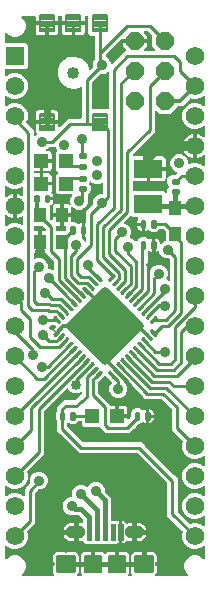
<source format=gbr>
G04 EAGLE Gerber RS-274X export*
G75*
%MOMM*%
%FSLAX34Y34*%
%LPD*%
%INTop Copper*%
%IPPOS*%
%AMOC8*
5,1,8,0,0,1.08239X$1,22.5*%
G01*
%ADD10C,0.040638*%
%ADD11C,0.309878*%
%ADD12C,0.812800*%
%ADD13C,0.152400*%
%ADD14P,1.677704X8X112.500000*%
%ADD15C,1.016000*%
%ADD16C,0.457200*%
%ADD17R,1.000000X1.200000*%
%ADD18R,1.200000X1.200000*%
%ADD19R,1.050000X1.300000*%
%ADD20C,0.220000*%
%ADD21C,0.482600*%
%ADD22R,2.400000X1.600000*%
%ADD23C,0.210000*%
%ADD24R,1.574800X1.574800*%
%ADD25C,1.574800*%
%ADD26C,0.254000*%
%ADD27C,0.900000*%
%ADD28C,0.304800*%
%ADD29C,0.406400*%
%ADD30C,0.609600*%
%ADD31C,0.850000*%

G36*
X45585Y4330D02*
X45585Y4330D01*
X45656Y4332D01*
X45705Y4350D01*
X45757Y4358D01*
X45820Y4392D01*
X45887Y4417D01*
X45928Y4449D01*
X45974Y4474D01*
X46023Y4525D01*
X46079Y4570D01*
X46108Y4614D01*
X46143Y4652D01*
X46174Y4717D01*
X46212Y4777D01*
X46225Y4828D01*
X46247Y4875D01*
X46255Y4946D01*
X46272Y5016D01*
X46268Y5068D01*
X46274Y5119D01*
X46259Y5190D01*
X46253Y5261D01*
X46233Y5309D01*
X46222Y5360D01*
X46185Y5421D01*
X46157Y5487D01*
X46112Y5543D01*
X46096Y5571D01*
X46078Y5586D01*
X46052Y5618D01*
X45901Y5769D01*
X45363Y6702D01*
X45084Y7742D01*
X45084Y12955D01*
X45590Y12955D01*
X45705Y12974D01*
X45821Y12991D01*
X45826Y12994D01*
X45833Y12995D01*
X45935Y13049D01*
X46040Y13102D01*
X46044Y13107D01*
X46050Y13110D01*
X46130Y13194D01*
X46212Y13278D01*
X46216Y13284D01*
X46219Y13288D01*
X46227Y13305D01*
X46293Y13425D01*
X46609Y14187D01*
X46630Y14275D01*
X46658Y14362D01*
X46658Y14395D01*
X46665Y14426D01*
X46656Y14517D01*
X46655Y14608D01*
X46644Y14648D01*
X46642Y14671D01*
X46629Y14700D01*
X46609Y14769D01*
X46293Y15531D01*
X46232Y15630D01*
X46172Y15731D01*
X46167Y15735D01*
X46164Y15740D01*
X46074Y15814D01*
X45985Y15891D01*
X45979Y15893D01*
X45974Y15897D01*
X45866Y15939D01*
X45757Y15983D01*
X45749Y15984D01*
X45744Y15985D01*
X45726Y15986D01*
X45590Y16001D01*
X45084Y16001D01*
X45084Y21214D01*
X45363Y22254D01*
X45901Y23187D01*
X46663Y23949D01*
X47596Y24487D01*
X48636Y24766D01*
X54619Y24766D01*
X54690Y24698D01*
X54708Y24690D01*
X54723Y24677D01*
X54819Y24638D01*
X54913Y24595D01*
X54933Y24593D01*
X54951Y24585D01*
X55118Y24567D01*
X55350Y24567D01*
X56351Y24152D01*
X56395Y24142D01*
X56437Y24122D01*
X56514Y24114D01*
X56590Y24096D01*
X56636Y24100D01*
X56681Y24095D01*
X56757Y24112D01*
X56835Y24119D01*
X56877Y24138D01*
X56922Y24147D01*
X56989Y24187D01*
X57060Y24219D01*
X57094Y24250D01*
X57133Y24274D01*
X57183Y24333D01*
X57241Y24385D01*
X57263Y24426D01*
X57293Y24460D01*
X57322Y24533D01*
X57359Y24601D01*
X57368Y24646D01*
X57385Y24689D01*
X57393Y24766D01*
X63124Y24766D01*
X64164Y24487D01*
X65097Y23949D01*
X65859Y23187D01*
X66397Y22254D01*
X66676Y21214D01*
X66676Y16001D01*
X62106Y16001D01*
X61991Y15982D01*
X61875Y15965D01*
X61870Y15962D01*
X61863Y15961D01*
X61761Y15907D01*
X61656Y15854D01*
X61652Y15849D01*
X61646Y15846D01*
X61566Y15762D01*
X61484Y15678D01*
X61480Y15672D01*
X61477Y15668D01*
X61469Y15651D01*
X61403Y15531D01*
X61087Y14769D01*
X61066Y14681D01*
X61038Y14594D01*
X61038Y14561D01*
X61031Y14530D01*
X61040Y14439D01*
X61041Y14348D01*
X61052Y14308D01*
X61054Y14285D01*
X61067Y14256D01*
X61087Y14187D01*
X61403Y13425D01*
X61464Y13325D01*
X61524Y13225D01*
X61529Y13221D01*
X61532Y13216D01*
X61622Y13141D01*
X61711Y13065D01*
X61717Y13063D01*
X61722Y13059D01*
X61830Y13017D01*
X61939Y12973D01*
X61947Y12972D01*
X61952Y12971D01*
X61970Y12970D01*
X62106Y12955D01*
X66676Y12955D01*
X66676Y7742D01*
X66397Y6702D01*
X65859Y5769D01*
X65708Y5618D01*
X65666Y5560D01*
X65617Y5508D01*
X65595Y5461D01*
X65564Y5419D01*
X65543Y5350D01*
X65513Y5285D01*
X65507Y5233D01*
X65492Y5184D01*
X65494Y5112D01*
X65486Y5041D01*
X65497Y4990D01*
X65498Y4938D01*
X65523Y4870D01*
X65538Y4800D01*
X65565Y4755D01*
X65583Y4707D01*
X65627Y4651D01*
X65664Y4589D01*
X65704Y4555D01*
X65736Y4515D01*
X65797Y4476D01*
X65851Y4429D01*
X65900Y4410D01*
X65943Y4382D01*
X66013Y4364D01*
X66079Y4337D01*
X66151Y4329D01*
X66182Y4321D01*
X66205Y4323D01*
X66246Y4319D01*
X68675Y4319D01*
X68746Y4330D01*
X68817Y4332D01*
X68866Y4350D01*
X68917Y4358D01*
X68981Y4392D01*
X69048Y4417D01*
X69089Y4449D01*
X69135Y4474D01*
X69184Y4526D01*
X69240Y4571D01*
X69268Y4614D01*
X69304Y4652D01*
X69334Y4717D01*
X69373Y4777D01*
X69386Y4828D01*
X69408Y4875D01*
X69416Y4946D01*
X69433Y5016D01*
X69429Y5068D01*
X69435Y5119D01*
X69420Y5190D01*
X69414Y5261D01*
X69394Y5309D01*
X69383Y5360D01*
X69346Y5421D01*
X69318Y5488D01*
X69273Y5543D01*
X69256Y5571D01*
X69246Y5580D01*
X68804Y6345D01*
X68579Y7185D01*
X68579Y12955D01*
X77978Y12955D01*
X77998Y12958D01*
X78017Y12956D01*
X78119Y12978D01*
X78221Y12995D01*
X78238Y13004D01*
X78258Y13008D01*
X78347Y13061D01*
X78438Y13110D01*
X78452Y13124D01*
X78469Y13134D01*
X78536Y13213D01*
X78607Y13288D01*
X78616Y13306D01*
X78629Y13321D01*
X78668Y13417D01*
X78711Y13511D01*
X78713Y13531D01*
X78721Y13549D01*
X78739Y13716D01*
X78739Y14479D01*
X78741Y14479D01*
X78741Y13716D01*
X78744Y13696D01*
X78742Y13677D01*
X78764Y13575D01*
X78781Y13473D01*
X78790Y13456D01*
X78794Y13436D01*
X78847Y13347D01*
X78896Y13256D01*
X78910Y13242D01*
X78920Y13225D01*
X78999Y13158D01*
X79074Y13087D01*
X79092Y13078D01*
X79107Y13065D01*
X79203Y13026D01*
X79297Y12983D01*
X79317Y12981D01*
X79335Y12973D01*
X79502Y12955D01*
X98298Y12955D01*
X98318Y12958D01*
X98337Y12956D01*
X98439Y12978D01*
X98541Y12995D01*
X98558Y13004D01*
X98578Y13008D01*
X98667Y13061D01*
X98758Y13110D01*
X98772Y13124D01*
X98789Y13134D01*
X98856Y13213D01*
X98927Y13288D01*
X98936Y13306D01*
X98949Y13321D01*
X98988Y13417D01*
X99031Y13511D01*
X99033Y13531D01*
X99041Y13549D01*
X99059Y13716D01*
X99059Y14479D01*
X99061Y14479D01*
X99061Y13716D01*
X99064Y13696D01*
X99062Y13677D01*
X99084Y13575D01*
X99101Y13473D01*
X99110Y13456D01*
X99114Y13436D01*
X99167Y13347D01*
X99216Y13256D01*
X99230Y13242D01*
X99240Y13225D01*
X99319Y13158D01*
X99394Y13087D01*
X99412Y13078D01*
X99427Y13065D01*
X99523Y13026D01*
X99617Y12983D01*
X99637Y12981D01*
X99655Y12973D01*
X99822Y12955D01*
X109221Y12955D01*
X109221Y7185D01*
X108996Y6345D01*
X108538Y5552D01*
X108496Y5508D01*
X108474Y5461D01*
X108444Y5419D01*
X108422Y5350D01*
X108392Y5285D01*
X108386Y5233D01*
X108371Y5184D01*
X108373Y5112D01*
X108365Y5041D01*
X108376Y4990D01*
X108377Y4938D01*
X108402Y4870D01*
X108417Y4800D01*
X108444Y4756D01*
X108462Y4707D01*
X108507Y4651D01*
X108544Y4589D01*
X108583Y4555D01*
X108615Y4515D01*
X108676Y4476D01*
X108730Y4429D01*
X108779Y4410D01*
X108822Y4382D01*
X108892Y4364D01*
X108959Y4337D01*
X109030Y4329D01*
X109061Y4321D01*
X109084Y4323D01*
X109125Y4319D01*
X111554Y4319D01*
X111625Y4330D01*
X111696Y4332D01*
X111745Y4350D01*
X111797Y4358D01*
X111860Y4392D01*
X111927Y4417D01*
X111968Y4449D01*
X112014Y4474D01*
X112063Y4525D01*
X112119Y4570D01*
X112148Y4614D01*
X112183Y4652D01*
X112214Y4717D01*
X112252Y4777D01*
X112265Y4828D01*
X112287Y4875D01*
X112295Y4946D01*
X112312Y5016D01*
X112308Y5068D01*
X112314Y5119D01*
X112299Y5190D01*
X112293Y5261D01*
X112273Y5309D01*
X112262Y5360D01*
X112225Y5421D01*
X112197Y5487D01*
X112152Y5543D01*
X112136Y5571D01*
X112118Y5586D01*
X112092Y5618D01*
X111941Y5769D01*
X111403Y6702D01*
X111124Y7742D01*
X111124Y12955D01*
X115694Y12955D01*
X115809Y12974D01*
X115925Y12991D01*
X115930Y12994D01*
X115937Y12995D01*
X116039Y13049D01*
X116144Y13102D01*
X116148Y13107D01*
X116154Y13110D01*
X116234Y13194D01*
X116316Y13278D01*
X116320Y13284D01*
X116323Y13288D01*
X116331Y13305D01*
X116397Y13425D01*
X116713Y14187D01*
X116734Y14275D01*
X116762Y14362D01*
X116762Y14395D01*
X116769Y14426D01*
X116760Y14517D01*
X116759Y14608D01*
X116748Y14648D01*
X116746Y14671D01*
X116733Y14700D01*
X116713Y14769D01*
X116397Y15531D01*
X116336Y15630D01*
X116276Y15731D01*
X116271Y15735D01*
X116268Y15740D01*
X116178Y15814D01*
X116089Y15891D01*
X116083Y15893D01*
X116078Y15897D01*
X115970Y15939D01*
X115861Y15983D01*
X115853Y15984D01*
X115848Y15985D01*
X115830Y15986D01*
X115694Y16001D01*
X111124Y16001D01*
X111124Y21214D01*
X111403Y22254D01*
X111941Y23187D01*
X112703Y23949D01*
X113636Y24487D01*
X114676Y24766D01*
X120402Y24766D01*
X120402Y24764D01*
X120424Y24689D01*
X120437Y24613D01*
X120458Y24572D01*
X120471Y24528D01*
X120515Y24464D01*
X120552Y24395D01*
X120585Y24364D01*
X120611Y24326D01*
X120673Y24280D01*
X120730Y24226D01*
X120772Y24206D01*
X120808Y24179D01*
X120882Y24155D01*
X120953Y24122D01*
X120999Y24117D01*
X121042Y24103D01*
X121120Y24104D01*
X121198Y24095D01*
X121242Y24105D01*
X121288Y24105D01*
X121420Y24143D01*
X121438Y24147D01*
X121442Y24150D01*
X121449Y24152D01*
X122450Y24567D01*
X122682Y24567D01*
X122702Y24570D01*
X122721Y24568D01*
X122823Y24590D01*
X122925Y24606D01*
X122942Y24616D01*
X122962Y24620D01*
X123051Y24673D01*
X123142Y24722D01*
X123156Y24736D01*
X123173Y24746D01*
X123190Y24766D01*
X129164Y24766D01*
X130204Y24487D01*
X131137Y23949D01*
X131899Y23187D01*
X132437Y22254D01*
X132716Y21214D01*
X132716Y16001D01*
X132210Y16001D01*
X132095Y15982D01*
X131979Y15965D01*
X131974Y15962D01*
X131967Y15961D01*
X131865Y15907D01*
X131760Y15854D01*
X131756Y15849D01*
X131750Y15846D01*
X131670Y15762D01*
X131588Y15678D01*
X131584Y15672D01*
X131581Y15668D01*
X131573Y15651D01*
X131507Y15531D01*
X131191Y14769D01*
X131170Y14681D01*
X131142Y14594D01*
X131142Y14561D01*
X131135Y14530D01*
X131144Y14439D01*
X131145Y14348D01*
X131156Y14308D01*
X131158Y14285D01*
X131171Y14256D01*
X131191Y14187D01*
X131507Y13425D01*
X131568Y13325D01*
X131628Y13225D01*
X131633Y13221D01*
X131636Y13216D01*
X131726Y13141D01*
X131815Y13065D01*
X131821Y13063D01*
X131826Y13059D01*
X131934Y13017D01*
X132043Y12973D01*
X132051Y12972D01*
X132056Y12971D01*
X132074Y12970D01*
X132210Y12955D01*
X132716Y12955D01*
X132716Y7742D01*
X132437Y6702D01*
X131899Y5769D01*
X131748Y5618D01*
X131706Y5560D01*
X131657Y5508D01*
X131635Y5461D01*
X131604Y5419D01*
X131583Y5350D01*
X131553Y5285D01*
X131547Y5233D01*
X131532Y5184D01*
X131534Y5112D01*
X131526Y5041D01*
X131537Y4990D01*
X131538Y4938D01*
X131563Y4870D01*
X131578Y4800D01*
X131605Y4755D01*
X131623Y4707D01*
X131667Y4651D01*
X131704Y4589D01*
X131744Y4555D01*
X131776Y4515D01*
X131837Y4476D01*
X131891Y4429D01*
X131940Y4410D01*
X131983Y4382D01*
X132053Y4364D01*
X132119Y4337D01*
X132191Y4329D01*
X132222Y4321D01*
X132245Y4323D01*
X132286Y4319D01*
X158847Y4319D01*
X158917Y4330D01*
X158989Y4332D01*
X159038Y4350D01*
X159089Y4358D01*
X159153Y4392D01*
X159220Y4417D01*
X159261Y4449D01*
X159307Y4474D01*
X159356Y4526D01*
X159412Y4570D01*
X159440Y4614D01*
X159476Y4652D01*
X159506Y4717D01*
X159545Y4777D01*
X159558Y4828D01*
X159580Y4875D01*
X159588Y4946D01*
X159605Y5016D01*
X159601Y5068D01*
X159607Y5119D01*
X159592Y5190D01*
X159586Y5261D01*
X159566Y5309D01*
X159555Y5360D01*
X159518Y5421D01*
X159490Y5487D01*
X159445Y5543D01*
X159428Y5571D01*
X159411Y5586D01*
X159385Y5618D01*
X157429Y7574D01*
X156051Y10900D01*
X156051Y14500D01*
X157429Y17826D01*
X159974Y20371D01*
X163300Y21749D01*
X166900Y21749D01*
X170226Y20371D01*
X172182Y18415D01*
X172240Y18373D01*
X172292Y18324D01*
X172339Y18302D01*
X172381Y18272D01*
X172450Y18250D01*
X172515Y18220D01*
X172567Y18215D01*
X172617Y18199D01*
X172688Y18201D01*
X172759Y18193D01*
X172810Y18204D01*
X172862Y18206D01*
X172930Y18230D01*
X173000Y18245D01*
X173045Y18272D01*
X173093Y18290D01*
X173149Y18335D01*
X173211Y18372D01*
X173245Y18411D01*
X173285Y18444D01*
X173324Y18504D01*
X173371Y18559D01*
X173390Y18607D01*
X173418Y18651D01*
X173436Y18720D01*
X173463Y18787D01*
X173471Y18858D01*
X173479Y18889D01*
X173477Y18912D01*
X173481Y18953D01*
X173481Y29196D01*
X173470Y29267D01*
X173468Y29339D01*
X173450Y29388D01*
X173442Y29439D01*
X173408Y29502D01*
X173383Y29570D01*
X173351Y29610D01*
X173326Y29657D01*
X173274Y29706D01*
X173230Y29762D01*
X173186Y29790D01*
X173148Y29826D01*
X173083Y29856D01*
X173023Y29895D01*
X172972Y29908D01*
X172925Y29930D01*
X172854Y29937D01*
X172784Y29955D01*
X172732Y29951D01*
X172681Y29957D01*
X172610Y29941D01*
X172539Y29936D01*
X172491Y29915D01*
X172440Y29904D01*
X172379Y29868D01*
X172313Y29839D01*
X172257Y29795D01*
X172229Y29778D01*
X172214Y29760D01*
X172182Y29735D01*
X171287Y28840D01*
X167273Y27177D01*
X162927Y27177D01*
X158913Y28840D01*
X155840Y31913D01*
X154177Y35927D01*
X154177Y40273D01*
X154757Y41671D01*
X154783Y41785D01*
X154812Y41898D01*
X154811Y41905D01*
X154813Y41911D01*
X154802Y42027D01*
X154793Y42144D01*
X154790Y42149D01*
X154790Y42156D01*
X154742Y42263D01*
X154696Y42370D01*
X154692Y42376D01*
X154690Y42380D01*
X154677Y42394D01*
X154592Y42501D01*
X141731Y55361D01*
X141731Y82986D01*
X141717Y83076D01*
X141709Y83167D01*
X141697Y83197D01*
X141692Y83229D01*
X141649Y83309D01*
X141613Y83393D01*
X141587Y83425D01*
X141576Y83446D01*
X141553Y83468D01*
X141508Y83524D01*
X116544Y108488D01*
X116470Y108541D01*
X116401Y108601D01*
X116371Y108613D01*
X116344Y108632D01*
X116257Y108659D01*
X116173Y108693D01*
X116132Y108697D01*
X116109Y108704D01*
X116077Y108703D01*
X116006Y108711D01*
X66791Y108711D01*
X64038Y111464D01*
X51139Y124363D01*
X48386Y127116D01*
X48386Y134381D01*
X48372Y134471D01*
X48364Y134562D01*
X48352Y134592D01*
X48347Y134624D01*
X48304Y134704D01*
X48268Y134788D01*
X48242Y134820D01*
X48231Y134841D01*
X48208Y134863D01*
X48163Y134919D01*
X47928Y135154D01*
X47116Y137115D01*
X47116Y142285D01*
X47928Y144246D01*
X48163Y144481D01*
X48216Y144555D01*
X48276Y144624D01*
X48288Y144654D01*
X48307Y144681D01*
X48334Y144767D01*
X48368Y144852D01*
X48372Y144893D01*
X48379Y144916D01*
X48378Y144948D01*
X48386Y145019D01*
X48386Y147204D01*
X51139Y149957D01*
X51338Y150156D01*
X54091Y152909D01*
X62891Y152909D01*
X62952Y152919D01*
X63015Y152919D01*
X63073Y152939D01*
X63134Y152948D01*
X63188Y152978D01*
X63248Y152998D01*
X63322Y153048D01*
X63351Y153064D01*
X63363Y153076D01*
X63386Y153092D01*
X69075Y157968D01*
X69152Y158059D01*
X69231Y158152D01*
X69232Y158154D01*
X69234Y158157D01*
X69277Y158266D01*
X69323Y158380D01*
X69323Y158383D01*
X69324Y158385D01*
X69325Y158396D01*
X69341Y158546D01*
X69341Y159181D01*
X69334Y159226D01*
X69336Y159272D01*
X69314Y159347D01*
X69302Y159423D01*
X69280Y159464D01*
X69267Y159508D01*
X69223Y159572D01*
X69186Y159641D01*
X69153Y159672D01*
X69127Y159710D01*
X69065Y159756D01*
X69008Y159810D01*
X68966Y159829D01*
X68930Y159857D01*
X68856Y159881D01*
X68785Y159914D01*
X68739Y159919D01*
X68696Y159933D01*
X68618Y159932D01*
X68541Y159941D01*
X68496Y159931D01*
X68450Y159931D01*
X68318Y159892D01*
X68300Y159889D01*
X68296Y159886D01*
X68289Y159884D01*
X65714Y158817D01*
X62810Y158817D01*
X60128Y159928D01*
X58074Y161982D01*
X57678Y162939D01*
X57654Y162978D01*
X57638Y163022D01*
X57589Y163082D01*
X57548Y163149D01*
X57513Y163178D01*
X57484Y163214D01*
X57419Y163256D01*
X57359Y163305D01*
X57316Y163322D01*
X57277Y163347D01*
X57202Y163366D01*
X57129Y163394D01*
X57083Y163395D01*
X57039Y163407D01*
X56961Y163401D01*
X56883Y163404D01*
X56839Y163391D01*
X56793Y163388D01*
X56722Y163357D01*
X56647Y163335D01*
X56609Y163309D01*
X56567Y163291D01*
X56460Y163206D01*
X56445Y163195D01*
X56442Y163191D01*
X56436Y163186D01*
X37562Y144312D01*
X37509Y144238D01*
X37449Y144169D01*
X37437Y144139D01*
X37418Y144112D01*
X37391Y144025D01*
X37357Y143941D01*
X37353Y143900D01*
X37346Y143877D01*
X37347Y143845D01*
X37339Y143774D01*
X37339Y107431D01*
X23208Y93301D01*
X23140Y93206D01*
X23070Y93112D01*
X23069Y93106D01*
X23065Y93101D01*
X23031Y92990D01*
X22994Y92878D01*
X22994Y92872D01*
X22993Y92866D01*
X22996Y92749D01*
X22997Y92632D01*
X22999Y92625D01*
X22999Y92620D01*
X23005Y92603D01*
X23043Y92471D01*
X23623Y91073D01*
X23623Y86727D01*
X21960Y82713D01*
X18887Y79640D01*
X14873Y77977D01*
X10527Y77977D01*
X6513Y79640D01*
X5618Y80535D01*
X5560Y80577D01*
X5508Y80626D01*
X5461Y80648D01*
X5419Y80678D01*
X5350Y80699D01*
X5285Y80730D01*
X5233Y80735D01*
X5183Y80751D01*
X5112Y80749D01*
X5041Y80757D01*
X4990Y80746D01*
X4938Y80744D01*
X4870Y80720D01*
X4800Y80704D01*
X4755Y80678D01*
X4707Y80660D01*
X4651Y80615D01*
X4589Y80578D01*
X4555Y80539D01*
X4515Y80506D01*
X4476Y80446D01*
X4429Y80391D01*
X4410Y80343D01*
X4382Y80299D01*
X4364Y80230D01*
X4337Y80163D01*
X4329Y80092D01*
X4321Y80061D01*
X4323Y80037D01*
X4319Y79996D01*
X4319Y72404D01*
X4330Y72333D01*
X4332Y72261D01*
X4350Y72212D01*
X4358Y72161D01*
X4392Y72098D01*
X4417Y72030D01*
X4449Y71990D01*
X4474Y71943D01*
X4526Y71894D01*
X4570Y71838D01*
X4614Y71810D01*
X4652Y71774D01*
X4717Y71744D01*
X4777Y71705D01*
X4828Y71692D01*
X4875Y71670D01*
X4946Y71663D01*
X5016Y71645D01*
X5068Y71649D01*
X5119Y71643D01*
X5190Y71659D01*
X5261Y71664D01*
X5309Y71685D01*
X5360Y71696D01*
X5421Y71732D01*
X5487Y71761D01*
X5543Y71805D01*
X5571Y71822D01*
X5586Y71840D01*
X5618Y71865D01*
X6513Y72760D01*
X10527Y74423D01*
X14873Y74423D01*
X18887Y72760D01*
X19782Y71865D01*
X19840Y71823D01*
X19892Y71774D01*
X19939Y71752D01*
X19981Y71722D01*
X20050Y71701D01*
X20115Y71670D01*
X20167Y71665D01*
X20217Y71649D01*
X20288Y71651D01*
X20359Y71643D01*
X20410Y71654D01*
X20462Y71656D01*
X20530Y71680D01*
X20600Y71696D01*
X20645Y71722D01*
X20693Y71740D01*
X20749Y71785D01*
X20811Y71822D01*
X20845Y71861D01*
X20885Y71894D01*
X20924Y71954D01*
X20971Y72009D01*
X20990Y72057D01*
X21018Y72101D01*
X21036Y72170D01*
X21063Y72237D01*
X21071Y72308D01*
X21079Y72339D01*
X21077Y72363D01*
X21081Y72404D01*
X21081Y76005D01*
X21078Y76026D01*
X21079Y76063D01*
X20956Y77667D01*
X20971Y77684D01*
X20994Y77741D01*
X21026Y77794D01*
X21039Y77855D01*
X21063Y77912D01*
X21070Y77978D01*
X22208Y79116D01*
X22221Y79133D01*
X22248Y79159D01*
X25354Y82782D01*
X25400Y82857D01*
X25452Y82928D01*
X25463Y82962D01*
X25482Y82993D01*
X25501Y83078D01*
X25528Y83162D01*
X25528Y83198D01*
X25536Y83232D01*
X25527Y83320D01*
X25526Y83408D01*
X25513Y83452D01*
X25511Y83477D01*
X25498Y83506D01*
X25479Y83569D01*
X25471Y83588D01*
X25471Y86592D01*
X26621Y89366D01*
X28744Y91489D01*
X31518Y92639D01*
X34522Y92639D01*
X37296Y91489D01*
X39419Y89366D01*
X40569Y86592D01*
X40569Y83588D01*
X39419Y80814D01*
X37296Y78691D01*
X34522Y77541D01*
X32588Y77541D01*
X32470Y77522D01*
X32351Y77503D01*
X32348Y77502D01*
X32345Y77502D01*
X32241Y77446D01*
X32132Y77390D01*
X32130Y77388D01*
X32128Y77386D01*
X32121Y77379D01*
X32010Y77275D01*
X29902Y74816D01*
X29885Y74789D01*
X29879Y74782D01*
X29871Y74765D01*
X29870Y74763D01*
X29829Y74716D01*
X29806Y74658D01*
X29774Y74606D01*
X29761Y74545D01*
X29737Y74488D01*
X29727Y74398D01*
X29720Y74366D01*
X29722Y74349D01*
X29719Y74321D01*
X29719Y49011D01*
X26966Y46258D01*
X23208Y42501D01*
X23140Y42406D01*
X23070Y42312D01*
X23069Y42306D01*
X23065Y42301D01*
X23031Y42190D01*
X22994Y42078D01*
X22994Y42072D01*
X22993Y42066D01*
X22996Y41949D01*
X22997Y41832D01*
X22999Y41825D01*
X22999Y41820D01*
X23005Y41803D01*
X23043Y41671D01*
X23623Y40273D01*
X23623Y35927D01*
X21960Y31913D01*
X18887Y28840D01*
X14873Y27177D01*
X10527Y27177D01*
X6513Y28840D01*
X5618Y29735D01*
X5560Y29777D01*
X5508Y29826D01*
X5461Y29848D01*
X5419Y29878D01*
X5350Y29899D01*
X5285Y29930D01*
X5233Y29935D01*
X5183Y29951D01*
X5112Y29949D01*
X5041Y29957D01*
X4990Y29946D01*
X4938Y29944D01*
X4870Y29920D01*
X4800Y29904D01*
X4755Y29878D01*
X4707Y29860D01*
X4651Y29815D01*
X4589Y29778D01*
X4555Y29739D01*
X4515Y29706D01*
X4476Y29646D01*
X4429Y29591D01*
X4410Y29543D01*
X4382Y29499D01*
X4364Y29430D01*
X4337Y29363D01*
X4329Y29292D01*
X4321Y29261D01*
X4323Y29237D01*
X4319Y29196D01*
X4319Y18953D01*
X4330Y18883D01*
X4332Y18811D01*
X4350Y18762D01*
X4358Y18711D01*
X4392Y18647D01*
X4417Y18580D01*
X4449Y18539D01*
X4474Y18493D01*
X4526Y18444D01*
X4570Y18388D01*
X4614Y18360D01*
X4652Y18324D01*
X4717Y18294D01*
X4777Y18255D01*
X4828Y18242D01*
X4875Y18220D01*
X4946Y18212D01*
X5016Y18195D01*
X5068Y18199D01*
X5119Y18193D01*
X5190Y18208D01*
X5261Y18214D01*
X5309Y18234D01*
X5360Y18245D01*
X5421Y18282D01*
X5487Y18310D01*
X5543Y18355D01*
X5571Y18372D01*
X5586Y18389D01*
X5618Y18415D01*
X7574Y20371D01*
X10900Y21749D01*
X14500Y21749D01*
X17826Y20371D01*
X20371Y17826D01*
X21749Y14500D01*
X21749Y10900D01*
X20371Y7574D01*
X18415Y5618D01*
X18373Y5560D01*
X18324Y5508D01*
X18302Y5461D01*
X18272Y5419D01*
X18250Y5350D01*
X18220Y5285D01*
X18215Y5233D01*
X18199Y5183D01*
X18201Y5112D01*
X18193Y5041D01*
X18204Y4990D01*
X18206Y4938D01*
X18230Y4870D01*
X18245Y4800D01*
X18272Y4755D01*
X18290Y4707D01*
X18335Y4651D01*
X18372Y4589D01*
X18411Y4555D01*
X18444Y4515D01*
X18504Y4476D01*
X18559Y4429D01*
X18607Y4410D01*
X18651Y4382D01*
X18720Y4364D01*
X18787Y4337D01*
X18858Y4329D01*
X18889Y4321D01*
X18912Y4323D01*
X18953Y4319D01*
X45514Y4319D01*
X45585Y4330D01*
G37*
G36*
X29320Y376767D02*
X29320Y376767D01*
X29391Y376773D01*
X29439Y376793D01*
X29490Y376804D01*
X29551Y376841D01*
X29617Y376869D01*
X29673Y376914D01*
X29701Y376930D01*
X29716Y376948D01*
X29748Y376974D01*
X30990Y378215D01*
X31002Y378232D01*
X31017Y378244D01*
X31073Y378332D01*
X31133Y378415D01*
X31139Y378434D01*
X31150Y378451D01*
X31175Y378552D01*
X31206Y378650D01*
X31205Y378670D01*
X31210Y378690D01*
X31202Y378793D01*
X31199Y378896D01*
X31193Y378915D01*
X31191Y378935D01*
X31151Y379030D01*
X31115Y379127D01*
X31103Y379143D01*
X31095Y379161D01*
X30990Y379292D01*
X30907Y379375D01*
X30434Y380194D01*
X30189Y381107D01*
X30189Y387007D01*
X38968Y387007D01*
X38988Y387010D01*
X39007Y387008D01*
X39109Y387030D01*
X39211Y387047D01*
X39228Y387056D01*
X39248Y387060D01*
X39337Y387113D01*
X39428Y387162D01*
X39442Y387176D01*
X39459Y387186D01*
X39526Y387265D01*
X39597Y387340D01*
X39606Y387358D01*
X39619Y387373D01*
X39658Y387469D01*
X39701Y387563D01*
X39703Y387583D01*
X39711Y387601D01*
X39729Y387768D01*
X39729Y388531D01*
X39731Y388531D01*
X39731Y387768D01*
X39734Y387748D01*
X39732Y387729D01*
X39754Y387627D01*
X39771Y387525D01*
X39780Y387508D01*
X39784Y387488D01*
X39837Y387399D01*
X39886Y387308D01*
X39900Y387294D01*
X39910Y387277D01*
X39989Y387210D01*
X40064Y387139D01*
X40082Y387130D01*
X40097Y387117D01*
X40193Y387078D01*
X40287Y387035D01*
X40307Y387033D01*
X40325Y387025D01*
X40492Y387007D01*
X49271Y387007D01*
X49271Y384876D01*
X49282Y384805D01*
X49284Y384734D01*
X49302Y384685D01*
X49310Y384633D01*
X49344Y384570D01*
X49369Y384503D01*
X49401Y384462D01*
X49426Y384416D01*
X49478Y384367D01*
X49522Y384311D01*
X49566Y384282D01*
X49604Y384247D01*
X49669Y384216D01*
X49729Y384178D01*
X49780Y384165D01*
X49827Y384143D01*
X49898Y384135D01*
X49968Y384118D01*
X50020Y384122D01*
X50071Y384116D01*
X50142Y384131D01*
X50213Y384137D01*
X50261Y384157D01*
X50312Y384168D01*
X50373Y384205D01*
X50439Y384233D01*
X50495Y384278D01*
X50523Y384294D01*
X50538Y384312D01*
X50570Y384338D01*
X55058Y388826D01*
X57811Y391579D01*
X68580Y391579D01*
X68600Y391582D01*
X68619Y391580D01*
X68721Y391602D01*
X68823Y391618D01*
X68840Y391628D01*
X68860Y391632D01*
X68949Y391685D01*
X69040Y391734D01*
X69054Y391748D01*
X69071Y391758D01*
X69138Y391837D01*
X69210Y391912D01*
X69218Y391930D01*
X69231Y391945D01*
X69270Y392041D01*
X69313Y392135D01*
X69315Y392155D01*
X69323Y392173D01*
X69341Y392340D01*
X69341Y417938D01*
X69336Y417972D01*
X69338Y418007D01*
X69316Y418093D01*
X69302Y418181D01*
X69285Y418211D01*
X69277Y418245D01*
X69228Y418320D01*
X69186Y418398D01*
X69162Y418422D01*
X69143Y418451D01*
X69073Y418506D01*
X69008Y418568D01*
X68977Y418582D01*
X68950Y418604D01*
X68866Y418634D01*
X68785Y418671D01*
X68751Y418675D01*
X68718Y418687D01*
X68629Y418689D01*
X68541Y418698D01*
X68507Y418691D01*
X68473Y418692D01*
X68310Y418650D01*
X63877Y416969D01*
X57386Y417757D01*
X52005Y421471D01*
X48966Y427261D01*
X48966Y433799D01*
X52005Y439589D01*
X57386Y443303D01*
X63877Y444091D01*
X69990Y441773D01*
X74326Y436879D01*
X75175Y433436D01*
X75192Y433395D01*
X75195Y433384D01*
X75203Y433371D01*
X75215Y433341D01*
X75250Y433245D01*
X75263Y433229D01*
X75271Y433210D01*
X75340Y433133D01*
X75404Y433053D01*
X75421Y433041D01*
X75435Y433026D01*
X75525Y432975D01*
X75611Y432920D01*
X75631Y432915D01*
X75649Y432904D01*
X75750Y432885D01*
X75850Y432859D01*
X75870Y432861D01*
X75890Y432857D01*
X75992Y432871D01*
X76095Y432879D01*
X76114Y432887D01*
X76134Y432889D01*
X76226Y432935D01*
X76321Y432975D01*
X76341Y432991D01*
X76355Y432998D01*
X76378Y433020D01*
X76452Y433080D01*
X78588Y435216D01*
X78641Y435290D01*
X78701Y435359D01*
X78713Y435389D01*
X78732Y435416D01*
X78759Y435503D01*
X78793Y435587D01*
X78797Y435628D01*
X78804Y435651D01*
X78803Y435683D01*
X78811Y435754D01*
X78811Y438382D01*
X79961Y441156D01*
X80548Y441744D01*
X80601Y441818D01*
X80661Y441887D01*
X80673Y441917D01*
X80692Y441944D01*
X80719Y442031D01*
X80753Y442115D01*
X80757Y442156D01*
X80764Y442179D01*
X80763Y442211D01*
X80771Y442282D01*
X80771Y460720D01*
X80768Y460740D01*
X80770Y460759D01*
X80748Y460861D01*
X80732Y460963D01*
X80722Y460980D01*
X80718Y461000D01*
X80665Y461089D01*
X80616Y461180D01*
X80602Y461194D01*
X80592Y461211D01*
X80513Y461278D01*
X80438Y461350D01*
X80420Y461358D01*
X80405Y461371D01*
X80309Y461410D01*
X80215Y461453D01*
X80195Y461455D01*
X80177Y461463D01*
X80010Y461481D01*
X77082Y461481D01*
X74681Y463882D01*
X74681Y477520D01*
X74678Y477540D01*
X74680Y477559D01*
X74658Y477661D01*
X74642Y477763D01*
X74632Y477780D01*
X74628Y477800D01*
X74575Y477889D01*
X74526Y477980D01*
X74512Y477994D01*
X74502Y478011D01*
X74423Y478078D01*
X74348Y478150D01*
X74330Y478158D01*
X74315Y478171D01*
X74219Y478210D01*
X74125Y478253D01*
X74105Y478255D01*
X74087Y478263D01*
X73920Y478281D01*
X72532Y478281D01*
X72512Y478278D01*
X72493Y478280D01*
X72391Y478258D01*
X72289Y478242D01*
X72272Y478232D01*
X72252Y478228D01*
X72163Y478175D01*
X72072Y478126D01*
X72058Y478112D01*
X72041Y478102D01*
X71974Y478023D01*
X71902Y477948D01*
X71894Y477930D01*
X71881Y477915D01*
X71842Y477819D01*
X71799Y477725D01*
X71797Y477705D01*
X71789Y477687D01*
X71771Y477520D01*
X71771Y474053D01*
X62992Y474053D01*
X62972Y474050D01*
X62953Y474052D01*
X62851Y474030D01*
X62749Y474013D01*
X62732Y474004D01*
X62712Y474000D01*
X62623Y473947D01*
X62532Y473898D01*
X62518Y473884D01*
X62501Y473874D01*
X62434Y473795D01*
X62363Y473720D01*
X62354Y473702D01*
X62341Y473687D01*
X62302Y473591D01*
X62259Y473497D01*
X62257Y473477D01*
X62249Y473459D01*
X62231Y473292D01*
X62231Y472529D01*
X62229Y472529D01*
X62229Y473292D01*
X62226Y473312D01*
X62228Y473331D01*
X62206Y473433D01*
X62189Y473535D01*
X62180Y473552D01*
X62176Y473572D01*
X62123Y473661D01*
X62074Y473752D01*
X62060Y473766D01*
X62050Y473783D01*
X61971Y473850D01*
X61896Y473921D01*
X61878Y473930D01*
X61863Y473943D01*
X61767Y473982D01*
X61673Y474025D01*
X61653Y474027D01*
X61635Y474035D01*
X61468Y474053D01*
X52689Y474053D01*
X52689Y477520D01*
X52686Y477540D01*
X52688Y477559D01*
X52666Y477661D01*
X52650Y477763D01*
X52640Y477780D01*
X52636Y477800D01*
X52583Y477889D01*
X52534Y477980D01*
X52520Y477994D01*
X52510Y478011D01*
X52431Y478078D01*
X52356Y478150D01*
X52338Y478158D01*
X52323Y478171D01*
X52227Y478210D01*
X52133Y478253D01*
X52113Y478255D01*
X52095Y478263D01*
X51928Y478281D01*
X50032Y478281D01*
X50012Y478278D01*
X49993Y478280D01*
X49891Y478258D01*
X49789Y478242D01*
X49772Y478232D01*
X49752Y478228D01*
X49663Y478175D01*
X49572Y478126D01*
X49558Y478112D01*
X49541Y478102D01*
X49474Y478023D01*
X49402Y477948D01*
X49394Y477930D01*
X49381Y477915D01*
X49342Y477819D01*
X49299Y477725D01*
X49297Y477705D01*
X49289Y477687D01*
X49271Y477520D01*
X49271Y474053D01*
X40492Y474053D01*
X40472Y474050D01*
X40453Y474052D01*
X40351Y474030D01*
X40249Y474013D01*
X40232Y474004D01*
X40212Y474000D01*
X40123Y473947D01*
X40032Y473898D01*
X40018Y473884D01*
X40001Y473874D01*
X39934Y473795D01*
X39863Y473720D01*
X39854Y473702D01*
X39841Y473687D01*
X39802Y473591D01*
X39759Y473497D01*
X39757Y473477D01*
X39749Y473459D01*
X39731Y473292D01*
X39731Y472529D01*
X39729Y472529D01*
X39729Y473292D01*
X39726Y473312D01*
X39728Y473331D01*
X39706Y473433D01*
X39689Y473535D01*
X39680Y473552D01*
X39676Y473572D01*
X39623Y473661D01*
X39574Y473752D01*
X39560Y473766D01*
X39550Y473783D01*
X39471Y473850D01*
X39396Y473921D01*
X39378Y473930D01*
X39363Y473943D01*
X39267Y473982D01*
X39173Y474025D01*
X39153Y474027D01*
X39135Y474035D01*
X38968Y474053D01*
X30189Y474053D01*
X30189Y477520D01*
X30186Y477540D01*
X30188Y477559D01*
X30166Y477661D01*
X30150Y477763D01*
X30140Y477780D01*
X30136Y477800D01*
X30083Y477889D01*
X30034Y477980D01*
X30020Y477994D01*
X30010Y478011D01*
X29931Y478078D01*
X29856Y478150D01*
X29838Y478158D01*
X29823Y478171D01*
X29727Y478210D01*
X29633Y478253D01*
X29613Y478255D01*
X29595Y478263D01*
X29428Y478281D01*
X18953Y478281D01*
X18883Y478270D01*
X18811Y478268D01*
X18762Y478250D01*
X18711Y478242D01*
X18647Y478208D01*
X18580Y478183D01*
X18539Y478151D01*
X18493Y478126D01*
X18444Y478074D01*
X18388Y478030D01*
X18360Y477986D01*
X18324Y477948D01*
X18294Y477883D01*
X18255Y477823D01*
X18242Y477772D01*
X18220Y477725D01*
X18212Y477654D01*
X18195Y477584D01*
X18199Y477532D01*
X18193Y477481D01*
X18208Y477410D01*
X18214Y477339D01*
X18234Y477291D01*
X18245Y477240D01*
X18282Y477179D01*
X18310Y477113D01*
X18355Y477057D01*
X18372Y477029D01*
X18389Y477014D01*
X18415Y476982D01*
X20371Y475026D01*
X21749Y471700D01*
X21749Y468100D01*
X20371Y464774D01*
X17826Y462229D01*
X14500Y460851D01*
X10900Y460851D01*
X7574Y462229D01*
X5618Y464185D01*
X5560Y464227D01*
X5508Y464276D01*
X5461Y464298D01*
X5419Y464328D01*
X5350Y464350D01*
X5285Y464380D01*
X5233Y464385D01*
X5183Y464401D01*
X5112Y464399D01*
X5041Y464407D01*
X4990Y464396D01*
X4938Y464394D01*
X4870Y464370D01*
X4800Y464355D01*
X4755Y464328D01*
X4707Y464310D01*
X4651Y464265D01*
X4589Y464228D01*
X4555Y464189D01*
X4515Y464156D01*
X4476Y464096D01*
X4429Y464041D01*
X4410Y463993D01*
X4382Y463949D01*
X4364Y463880D01*
X4337Y463813D01*
X4329Y463742D01*
X4321Y463711D01*
X4323Y463688D01*
X4319Y463647D01*
X4319Y456184D01*
X4322Y456164D01*
X4320Y456145D01*
X4342Y456043D01*
X4358Y455941D01*
X4368Y455924D01*
X4372Y455904D01*
X4425Y455815D01*
X4474Y455724D01*
X4488Y455710D01*
X4498Y455693D01*
X4577Y455626D01*
X4652Y455554D01*
X4670Y455546D01*
X4685Y455533D01*
X4781Y455494D01*
X4875Y455451D01*
X4895Y455449D01*
X4913Y455441D01*
X5080Y455423D01*
X21837Y455423D01*
X23623Y453637D01*
X23623Y435363D01*
X21837Y433577D01*
X5080Y433577D01*
X5060Y433574D01*
X5041Y433576D01*
X4939Y433554D01*
X4837Y433538D01*
X4820Y433528D01*
X4800Y433524D01*
X4711Y433471D01*
X4620Y433422D01*
X4606Y433408D01*
X4589Y433398D01*
X4522Y433319D01*
X4450Y433244D01*
X4442Y433226D01*
X4429Y433211D01*
X4390Y433115D01*
X4347Y433021D01*
X4345Y433001D01*
X4337Y432983D01*
X4319Y432816D01*
X4319Y428004D01*
X4330Y427933D01*
X4332Y427861D01*
X4350Y427812D01*
X4358Y427761D01*
X4392Y427698D01*
X4417Y427630D01*
X4449Y427590D01*
X4474Y427543D01*
X4526Y427494D01*
X4570Y427438D01*
X4614Y427410D01*
X4652Y427374D01*
X4717Y427344D01*
X4777Y427305D01*
X4828Y427292D01*
X4875Y427270D01*
X4946Y427263D01*
X5016Y427245D01*
X5068Y427249D01*
X5119Y427243D01*
X5190Y427259D01*
X5261Y427264D01*
X5309Y427285D01*
X5360Y427296D01*
X5421Y427332D01*
X5487Y427361D01*
X5543Y427405D01*
X5571Y427422D01*
X5586Y427440D01*
X5618Y427465D01*
X6513Y428360D01*
X10527Y430023D01*
X14873Y430023D01*
X18887Y428360D01*
X21960Y425287D01*
X23623Y421273D01*
X23623Y416927D01*
X21960Y412913D01*
X18887Y409840D01*
X14873Y408177D01*
X10527Y408177D01*
X6513Y409840D01*
X5618Y410735D01*
X5560Y410777D01*
X5508Y410826D01*
X5461Y410848D01*
X5419Y410878D01*
X5350Y410899D01*
X5285Y410930D01*
X5233Y410935D01*
X5183Y410951D01*
X5112Y410949D01*
X5041Y410957D01*
X4990Y410946D01*
X4938Y410944D01*
X4870Y410920D01*
X4800Y410904D01*
X4755Y410878D01*
X4707Y410860D01*
X4651Y410815D01*
X4589Y410778D01*
X4555Y410739D01*
X4515Y410706D01*
X4476Y410646D01*
X4429Y410591D01*
X4410Y410543D01*
X4382Y410499D01*
X4364Y410430D01*
X4337Y410363D01*
X4329Y410292D01*
X4321Y410261D01*
X4323Y410237D01*
X4319Y410196D01*
X4319Y402604D01*
X4330Y402533D01*
X4332Y402461D01*
X4350Y402412D01*
X4358Y402361D01*
X4392Y402298D01*
X4417Y402230D01*
X4449Y402190D01*
X4474Y402143D01*
X4526Y402094D01*
X4570Y402038D01*
X4614Y402010D01*
X4652Y401974D01*
X4717Y401944D01*
X4777Y401905D01*
X4828Y401892D01*
X4875Y401870D01*
X4946Y401863D01*
X5016Y401845D01*
X5068Y401849D01*
X5119Y401843D01*
X5190Y401859D01*
X5261Y401864D01*
X5309Y401885D01*
X5360Y401896D01*
X5421Y401932D01*
X5487Y401961D01*
X5543Y402005D01*
X5571Y402022D01*
X5586Y402040D01*
X5618Y402065D01*
X6513Y402960D01*
X10527Y404623D01*
X14873Y404623D01*
X18887Y402960D01*
X21960Y399887D01*
X23623Y395873D01*
X23623Y391527D01*
X22299Y388333D01*
X22273Y388219D01*
X22244Y388106D01*
X22245Y388099D01*
X22243Y388093D01*
X22254Y387977D01*
X22263Y387860D01*
X22266Y387855D01*
X22266Y387848D01*
X22314Y387741D01*
X22360Y387634D01*
X22364Y387628D01*
X22366Y387624D01*
X22379Y387610D01*
X22464Y387503D01*
X28449Y381519D01*
X28449Y377512D01*
X28460Y377441D01*
X28462Y377370D01*
X28480Y377321D01*
X28488Y377269D01*
X28522Y377206D01*
X28547Y377139D01*
X28579Y377098D01*
X28604Y377052D01*
X28655Y377003D01*
X28700Y376947D01*
X28744Y376918D01*
X28782Y376883D01*
X28847Y376852D01*
X28907Y376814D01*
X28958Y376801D01*
X29005Y376779D01*
X29076Y376771D01*
X29146Y376754D01*
X29198Y376758D01*
X29249Y376752D01*
X29320Y376767D01*
G37*
G36*
X172810Y46254D02*
X172810Y46254D01*
X172862Y46256D01*
X172930Y46280D01*
X173000Y46296D01*
X173045Y46322D01*
X173093Y46340D01*
X173149Y46385D01*
X173211Y46422D01*
X173245Y46461D01*
X173285Y46494D01*
X173324Y46554D01*
X173371Y46609D01*
X173390Y46657D01*
X173418Y46701D01*
X173436Y46770D01*
X173463Y46837D01*
X173471Y46908D01*
X173479Y46939D01*
X173477Y46963D01*
X173481Y47004D01*
X173481Y54596D01*
X173470Y54667D01*
X173468Y54739D01*
X173450Y54788D01*
X173442Y54839D01*
X173408Y54902D01*
X173383Y54970D01*
X173351Y55010D01*
X173326Y55057D01*
X173274Y55106D01*
X173230Y55162D01*
X173186Y55190D01*
X173148Y55226D01*
X173083Y55256D01*
X173023Y55295D01*
X172972Y55308D01*
X172925Y55330D01*
X172854Y55337D01*
X172784Y55355D01*
X172732Y55351D01*
X172681Y55357D01*
X172610Y55341D01*
X172539Y55336D01*
X172491Y55315D01*
X172440Y55304D01*
X172379Y55268D01*
X172313Y55239D01*
X172257Y55195D01*
X172229Y55178D01*
X172214Y55160D01*
X172182Y55135D01*
X171287Y54240D01*
X167273Y52577D01*
X162927Y52577D01*
X158913Y54240D01*
X155840Y57313D01*
X154177Y61327D01*
X154177Y65673D01*
X155840Y69687D01*
X158913Y72760D01*
X162927Y74423D01*
X167273Y74423D01*
X171287Y72760D01*
X172182Y71865D01*
X172240Y71823D01*
X172292Y71774D01*
X172339Y71752D01*
X172381Y71722D01*
X172450Y71701D01*
X172515Y71670D01*
X172567Y71665D01*
X172617Y71649D01*
X172688Y71651D01*
X172759Y71643D01*
X172810Y71654D01*
X172862Y71656D01*
X172930Y71680D01*
X173000Y71696D01*
X173045Y71722D01*
X173093Y71740D01*
X173149Y71785D01*
X173211Y71822D01*
X173245Y71861D01*
X173285Y71894D01*
X173324Y71954D01*
X173371Y72009D01*
X173390Y72057D01*
X173418Y72101D01*
X173436Y72170D01*
X173463Y72237D01*
X173471Y72308D01*
X173479Y72339D01*
X173477Y72363D01*
X173481Y72404D01*
X173481Y79996D01*
X173470Y80067D01*
X173468Y80139D01*
X173450Y80188D01*
X173442Y80239D01*
X173408Y80302D01*
X173383Y80370D01*
X173351Y80410D01*
X173326Y80457D01*
X173274Y80506D01*
X173230Y80562D01*
X173186Y80590D01*
X173148Y80626D01*
X173083Y80656D01*
X173023Y80695D01*
X172972Y80708D01*
X172925Y80730D01*
X172854Y80737D01*
X172784Y80755D01*
X172732Y80751D01*
X172681Y80757D01*
X172610Y80741D01*
X172539Y80736D01*
X172491Y80715D01*
X172440Y80704D01*
X172379Y80668D01*
X172313Y80639D01*
X172257Y80595D01*
X172229Y80578D01*
X172214Y80560D01*
X172182Y80535D01*
X171287Y79640D01*
X167273Y77977D01*
X162927Y77977D01*
X158913Y79640D01*
X155840Y82713D01*
X154177Y86727D01*
X154177Y91073D01*
X155840Y95087D01*
X158913Y98160D01*
X162927Y99823D01*
X167273Y99823D01*
X171287Y98160D01*
X172182Y97265D01*
X172240Y97223D01*
X172292Y97174D01*
X172339Y97152D01*
X172381Y97122D01*
X172450Y97101D01*
X172515Y97070D01*
X172567Y97065D01*
X172617Y97049D01*
X172688Y97051D01*
X172759Y97043D01*
X172810Y97054D01*
X172862Y97056D01*
X172930Y97080D01*
X173000Y97096D01*
X173045Y97122D01*
X173093Y97140D01*
X173149Y97185D01*
X173211Y97222D01*
X173245Y97261D01*
X173285Y97294D01*
X173324Y97354D01*
X173371Y97409D01*
X173390Y97457D01*
X173418Y97501D01*
X173436Y97570D01*
X173463Y97637D01*
X173471Y97708D01*
X173479Y97739D01*
X173477Y97763D01*
X173481Y97804D01*
X173481Y105396D01*
X173470Y105467D01*
X173468Y105539D01*
X173450Y105588D01*
X173442Y105639D01*
X173408Y105702D01*
X173383Y105770D01*
X173351Y105810D01*
X173326Y105857D01*
X173274Y105906D01*
X173230Y105962D01*
X173186Y105990D01*
X173148Y106026D01*
X173083Y106056D01*
X173023Y106095D01*
X172972Y106108D01*
X172925Y106130D01*
X172854Y106137D01*
X172784Y106155D01*
X172732Y106151D01*
X172681Y106157D01*
X172610Y106141D01*
X172539Y106136D01*
X172491Y106115D01*
X172440Y106104D01*
X172379Y106068D01*
X172313Y106039D01*
X172257Y105995D01*
X172229Y105978D01*
X172214Y105960D01*
X172182Y105935D01*
X171287Y105040D01*
X167273Y103377D01*
X162927Y103377D01*
X158913Y105040D01*
X155840Y108113D01*
X154177Y112127D01*
X154177Y116473D01*
X154757Y117871D01*
X154783Y117985D01*
X154812Y118098D01*
X154811Y118105D01*
X154813Y118111D01*
X154802Y118227D01*
X154793Y118344D01*
X154790Y118349D01*
X154790Y118356D01*
X154742Y118463D01*
X154696Y118570D01*
X154692Y118576D01*
X154690Y118580D01*
X154677Y118594D01*
X154592Y118701D01*
X145541Y127751D01*
X145541Y145216D01*
X145527Y145306D01*
X145519Y145397D01*
X145507Y145427D01*
X145502Y145459D01*
X145459Y145539D01*
X145423Y145623D01*
X145397Y145655D01*
X145386Y145676D01*
X145363Y145698D01*
X145318Y145754D01*
X136864Y154208D01*
X136790Y154261D01*
X136721Y154321D01*
X136691Y154333D01*
X136664Y154352D01*
X136577Y154379D01*
X136493Y154413D01*
X136452Y154417D01*
X136429Y154424D01*
X136397Y154423D01*
X136326Y154431D01*
X126540Y154431D01*
X126453Y154417D01*
X126427Y154415D01*
X124446Y154431D01*
X124444Y154431D01*
X124440Y154431D01*
X122651Y154431D01*
X121395Y155707D01*
X121393Y155708D01*
X121391Y155711D01*
X120012Y157091D01*
X119998Y157108D01*
X119986Y157130D01*
X119964Y157152D01*
X119923Y157204D01*
X105953Y171403D01*
X105892Y171447D01*
X105838Y171498D01*
X105794Y171519D01*
X105754Y171548D01*
X105683Y171570D01*
X105615Y171602D01*
X105566Y171607D01*
X105520Y171622D01*
X105445Y171621D01*
X105371Y171629D01*
X105323Y171618D01*
X105274Y171618D01*
X105203Y171592D01*
X105130Y171577D01*
X105088Y171551D01*
X105042Y171535D01*
X104983Y171489D01*
X104919Y171450D01*
X104887Y171413D01*
X104849Y171383D01*
X104808Y171320D01*
X104759Y171264D01*
X104741Y171218D01*
X104714Y171177D01*
X104695Y171105D01*
X104667Y171035D01*
X104660Y170969D01*
X104652Y170939D01*
X104654Y170914D01*
X104649Y170869D01*
X104649Y169232D01*
X104663Y169142D01*
X104671Y169051D01*
X104683Y169021D01*
X104688Y168989D01*
X104731Y168909D01*
X104767Y168825D01*
X104793Y168793D01*
X104804Y168772D01*
X104827Y168750D01*
X104872Y168694D01*
X106729Y166836D01*
X107879Y164062D01*
X107879Y161058D01*
X106729Y158284D01*
X104606Y156161D01*
X101832Y155011D01*
X98828Y155011D01*
X96054Y156161D01*
X93931Y158284D01*
X92781Y161058D01*
X92781Y164062D01*
X93931Y166836D01*
X94643Y167548D01*
X94684Y167606D01*
X94734Y167658D01*
X94756Y167705D01*
X94786Y167748D01*
X94807Y167816D01*
X94837Y167881D01*
X94843Y167933D01*
X94858Y167983D01*
X94857Y168055D01*
X94864Y168126D01*
X94853Y168177D01*
X94852Y168229D01*
X94827Y168296D01*
X94812Y168366D01*
X94785Y168411D01*
X94768Y168460D01*
X94723Y168516D01*
X94686Y168577D01*
X94646Y168611D01*
X94614Y168652D01*
X94554Y168691D01*
X94499Y168737D01*
X94451Y168757D01*
X94407Y168785D01*
X94403Y168786D01*
X89438Y173750D01*
X89422Y173762D01*
X89410Y173777D01*
X89322Y173834D01*
X89239Y173894D01*
X89220Y173900D01*
X89203Y173910D01*
X89102Y173936D01*
X89003Y173966D01*
X88984Y173966D01*
X88964Y173971D01*
X88861Y173962D01*
X88758Y173960D01*
X88739Y173953D01*
X88719Y173951D01*
X88624Y173911D01*
X88527Y173875D01*
X88511Y173863D01*
X88493Y173855D01*
X88362Y173750D01*
X83282Y168670D01*
X83229Y168596D01*
X83169Y168527D01*
X83157Y168497D01*
X83138Y168471D01*
X83111Y168384D01*
X83077Y168299D01*
X83073Y168258D01*
X83066Y168235D01*
X83067Y168203D01*
X83059Y168132D01*
X83059Y159584D01*
X83060Y159576D01*
X83060Y159574D01*
X83062Y159563D01*
X83073Y159494D01*
X83081Y159403D01*
X83093Y159373D01*
X83098Y159341D01*
X83141Y159261D01*
X83177Y159177D01*
X83203Y159145D01*
X83214Y159124D01*
X83237Y159102D01*
X83282Y159046D01*
X93219Y149109D01*
X93219Y149002D01*
X93222Y148982D01*
X93220Y148963D01*
X93242Y148861D01*
X93258Y148759D01*
X93268Y148742D01*
X93272Y148722D01*
X93325Y148633D01*
X93374Y148542D01*
X93388Y148528D01*
X93398Y148511D01*
X93477Y148444D01*
X93552Y148372D01*
X93570Y148364D01*
X93585Y148351D01*
X93681Y148312D01*
X93775Y148269D01*
X93795Y148267D01*
X93813Y148259D01*
X93980Y148241D01*
X97877Y148241D01*
X97877Y140462D01*
X97880Y140442D01*
X97878Y140423D01*
X97900Y140321D01*
X97917Y140219D01*
X97926Y140202D01*
X97930Y140182D01*
X97983Y140093D01*
X98032Y140002D01*
X98046Y139988D01*
X98056Y139971D01*
X98135Y139904D01*
X98210Y139833D01*
X98228Y139824D01*
X98243Y139811D01*
X98339Y139772D01*
X98433Y139729D01*
X98453Y139727D01*
X98471Y139719D01*
X98638Y139701D01*
X99401Y139701D01*
X99401Y138938D01*
X99404Y138918D01*
X99402Y138899D01*
X99424Y138797D01*
X99441Y138695D01*
X99450Y138678D01*
X99454Y138658D01*
X99507Y138569D01*
X99556Y138478D01*
X99570Y138464D01*
X99580Y138447D01*
X99659Y138380D01*
X99734Y138309D01*
X99752Y138300D01*
X99767Y138287D01*
X99863Y138248D01*
X99957Y138205D01*
X99977Y138203D01*
X99995Y138195D01*
X100162Y138177D01*
X107941Y138177D01*
X107941Y137530D01*
X107943Y137513D01*
X107942Y137498D01*
X107954Y137443D01*
X107956Y137377D01*
X107973Y137333D01*
X107980Y137287D01*
X107992Y137265D01*
X107994Y137258D01*
X108013Y137225D01*
X108017Y137219D01*
X108044Y137147D01*
X108074Y137111D01*
X108096Y137070D01*
X108120Y137047D01*
X108121Y137046D01*
X108151Y137017D01*
X108201Y136957D01*
X108240Y136933D01*
X108274Y136901D01*
X108344Y136868D01*
X108409Y136827D01*
X108455Y136817D01*
X108497Y136797D01*
X108574Y136789D01*
X108649Y136771D01*
X108695Y136775D01*
X108741Y136770D01*
X108817Y136786D01*
X108894Y136793D01*
X108936Y136812D01*
X108982Y136822D01*
X109048Y136862D01*
X109119Y136893D01*
X109157Y136924D01*
X109169Y136931D01*
X109176Y136938D01*
X109193Y136948D01*
X109210Y136968D01*
X109248Y137000D01*
X110401Y138187D01*
X110450Y138257D01*
X110506Y138322D01*
X110520Y138358D01*
X110542Y138389D01*
X110566Y138471D01*
X110598Y138551D01*
X110603Y138599D01*
X110611Y138625D01*
X110609Y138655D01*
X110616Y138717D01*
X110616Y142285D01*
X111428Y144246D01*
X112929Y145747D01*
X114890Y146559D01*
X117520Y146559D01*
X119481Y145747D01*
X120471Y144757D01*
X120487Y144745D01*
X120500Y144729D01*
X120587Y144673D01*
X120671Y144613D01*
X120690Y144607D01*
X120706Y144596D01*
X120807Y144571D01*
X120906Y144541D01*
X120926Y144541D01*
X120945Y144536D01*
X121048Y144544D01*
X121152Y144547D01*
X121170Y144554D01*
X121190Y144555D01*
X121285Y144596D01*
X121383Y144631D01*
X121398Y144644D01*
X121417Y144652D01*
X121548Y144757D01*
X121877Y145086D01*
X122978Y145722D01*
X123826Y145949D01*
X123826Y140208D01*
X123829Y140189D01*
X123827Y140169D01*
X123849Y140067D01*
X123865Y139965D01*
X123875Y139948D01*
X123879Y139928D01*
X123932Y139839D01*
X123981Y139748D01*
X123995Y139734D01*
X124005Y139717D01*
X124030Y139696D01*
X124029Y139695D01*
X123957Y139620D01*
X123949Y139602D01*
X123936Y139587D01*
X123897Y139490D01*
X123854Y139397D01*
X123852Y139377D01*
X123844Y139359D01*
X123826Y139192D01*
X123826Y133451D01*
X122978Y133678D01*
X121877Y134314D01*
X121548Y134643D01*
X121531Y134655D01*
X121519Y134671D01*
X121432Y134727D01*
X121348Y134787D01*
X121329Y134793D01*
X121312Y134804D01*
X121212Y134829D01*
X121113Y134859D01*
X121093Y134859D01*
X121073Y134864D01*
X120970Y134856D01*
X120867Y134853D01*
X120848Y134846D01*
X120828Y134845D01*
X120733Y134804D01*
X120636Y134769D01*
X120620Y134756D01*
X120602Y134748D01*
X120471Y134643D01*
X119481Y133653D01*
X117486Y132827D01*
X117477Y132826D01*
X117380Y132817D01*
X117356Y132806D01*
X117329Y132802D01*
X117244Y132756D01*
X117155Y132717D01*
X117129Y132696D01*
X117112Y132686D01*
X117089Y132663D01*
X117026Y132610D01*
X115024Y130549D01*
X114975Y130479D01*
X114919Y130414D01*
X114911Y130393D01*
X113570Y129052D01*
X113567Y129049D01*
X113562Y129044D01*
X112240Y127683D01*
X112217Y127674D01*
X112179Y127643D01*
X112156Y127630D01*
X112135Y127608D01*
X112086Y127569D01*
X109739Y125221D01*
X89651Y125221D01*
X84444Y130428D01*
X84370Y130481D01*
X84301Y130541D01*
X84271Y130553D01*
X84244Y130572D01*
X84157Y130599D01*
X84073Y130633D01*
X84032Y130637D01*
X84009Y130644D01*
X83977Y130643D01*
X83906Y130651D01*
X71137Y130651D01*
X69351Y132437D01*
X69351Y134620D01*
X69348Y134640D01*
X69350Y134659D01*
X69328Y134761D01*
X69312Y134863D01*
X69302Y134880D01*
X69298Y134900D01*
X69245Y134989D01*
X69196Y135080D01*
X69182Y135094D01*
X69172Y135111D01*
X69093Y135178D01*
X69018Y135250D01*
X69000Y135258D01*
X68985Y135271D01*
X68889Y135310D01*
X68795Y135353D01*
X68775Y135355D01*
X68757Y135363D01*
X68590Y135381D01*
X66914Y135381D01*
X66824Y135367D01*
X66733Y135359D01*
X66703Y135347D01*
X66671Y135342D01*
X66591Y135299D01*
X66507Y135263D01*
X66475Y135237D01*
X66454Y135226D01*
X66432Y135203D01*
X66376Y135158D01*
X64871Y133653D01*
X62910Y132841D01*
X60280Y132841D01*
X58315Y133655D01*
X58265Y133691D01*
X58213Y133741D01*
X58166Y133762D01*
X58124Y133793D01*
X58055Y133814D01*
X57990Y133844D01*
X57938Y133850D01*
X57889Y133865D01*
X57817Y133863D01*
X57746Y133871D01*
X57695Y133860D01*
X57643Y133859D01*
X57575Y133834D01*
X57505Y133819D01*
X57460Y133792D01*
X57412Y133774D01*
X57356Y133730D01*
X57294Y133693D01*
X57260Y133653D01*
X57220Y133621D01*
X57181Y133561D01*
X57134Y133506D01*
X57115Y133458D01*
X57087Y133414D01*
X57069Y133344D01*
X57042Y133278D01*
X57034Y133207D01*
X57026Y133175D01*
X57028Y133152D01*
X57024Y133111D01*
X57024Y131009D01*
X57038Y130919D01*
X57046Y130828D01*
X57058Y130798D01*
X57063Y130766D01*
X57106Y130686D01*
X57142Y130602D01*
X57168Y130570D01*
X57179Y130549D01*
X57202Y130527D01*
X57247Y130471D01*
X70146Y117572D01*
X70220Y117519D01*
X70289Y117459D01*
X70319Y117447D01*
X70346Y117428D01*
X70433Y117401D01*
X70517Y117367D01*
X70558Y117363D01*
X70581Y117356D01*
X70613Y117357D01*
X70684Y117349D01*
X119899Y117349D01*
X122652Y114596D01*
X147616Y89632D01*
X150369Y86879D01*
X150369Y59254D01*
X150383Y59164D01*
X150391Y59073D01*
X150403Y59043D01*
X150408Y59011D01*
X150451Y58931D01*
X150487Y58847D01*
X150513Y58815D01*
X150524Y58794D01*
X150547Y58772D01*
X150592Y58716D01*
X160699Y48608D01*
X160793Y48541D01*
X160888Y48471D01*
X160894Y48469D01*
X160899Y48465D01*
X161010Y48431D01*
X161122Y48394D01*
X161128Y48394D01*
X161134Y48393D01*
X161251Y48396D01*
X161368Y48397D01*
X161375Y48399D01*
X161380Y48399D01*
X161397Y48405D01*
X161529Y48443D01*
X162927Y49023D01*
X167273Y49023D01*
X171287Y47360D01*
X172182Y46465D01*
X172240Y46423D01*
X172292Y46374D01*
X172339Y46352D01*
X172381Y46322D01*
X172450Y46301D01*
X172515Y46270D01*
X172567Y46265D01*
X172617Y46249D01*
X172688Y46251D01*
X172759Y46243D01*
X172810Y46254D01*
G37*
G36*
X141060Y328409D02*
X141060Y328409D01*
X141112Y328410D01*
X141180Y328435D01*
X141250Y328450D01*
X141295Y328477D01*
X141343Y328495D01*
X141399Y328540D01*
X141461Y328576D01*
X141495Y328616D01*
X141535Y328648D01*
X141574Y328709D01*
X141621Y328763D01*
X141640Y328812D01*
X141668Y328855D01*
X141686Y328925D01*
X141713Y328991D01*
X141721Y329063D01*
X141729Y329094D01*
X141727Y329117D01*
X141731Y329158D01*
X141731Y330880D01*
X142543Y332841D01*
X143174Y333472D01*
X143186Y333488D01*
X143201Y333500D01*
X143258Y333588D01*
X143318Y333671D01*
X143324Y333690D01*
X143334Y333707D01*
X143360Y333808D01*
X143390Y333907D01*
X143390Y333926D01*
X143395Y333946D01*
X143386Y334049D01*
X143384Y334152D01*
X143377Y334171D01*
X143375Y334191D01*
X143335Y334286D01*
X143299Y334383D01*
X143287Y334399D01*
X143279Y334417D01*
X143174Y334548D01*
X142543Y335179D01*
X141731Y337140D01*
X141731Y339770D01*
X142543Y341731D01*
X144044Y343232D01*
X146005Y344044D01*
X148645Y344044D01*
X148735Y344058D01*
X148826Y344066D01*
X148856Y344078D01*
X148888Y344083D01*
X148968Y344126D01*
X149052Y344162D01*
X149084Y344188D01*
X149105Y344199D01*
X149127Y344222D01*
X149183Y344267D01*
X149382Y344466D01*
X150023Y345107D01*
X150050Y345144D01*
X150084Y345175D01*
X150121Y345243D01*
X150167Y345306D01*
X150180Y345350D01*
X150202Y345390D01*
X150216Y345467D01*
X150239Y345541D01*
X150238Y345587D01*
X150246Y345632D01*
X150235Y345709D01*
X150233Y345787D01*
X150217Y345830D01*
X150210Y345876D01*
X150175Y345945D01*
X150148Y346018D01*
X150119Y346054D01*
X150099Y346095D01*
X150043Y346150D01*
X149994Y346210D01*
X149956Y346235D01*
X149923Y346267D01*
X149803Y346333D01*
X149787Y346343D01*
X149783Y346345D01*
X149776Y346348D01*
X147489Y347296D01*
X145366Y349419D01*
X144216Y352193D01*
X144216Y355197D01*
X145366Y357971D01*
X147489Y360094D01*
X150263Y361244D01*
X153267Y361244D01*
X156041Y360094D01*
X158164Y357971D01*
X159314Y355197D01*
X159314Y353465D01*
X159321Y353420D01*
X159319Y353374D01*
X159341Y353299D01*
X159353Y353222D01*
X159375Y353182D01*
X159388Y353138D01*
X159432Y353074D01*
X159469Y353005D01*
X159502Y352973D01*
X159528Y352936D01*
X159590Y352889D01*
X159647Y352836D01*
X159689Y352816D01*
X159725Y352789D01*
X159799Y352765D01*
X159870Y352732D01*
X159916Y352727D01*
X159959Y352713D01*
X160037Y352714D01*
X160114Y352705D01*
X160159Y352715D01*
X160205Y352715D01*
X160337Y352753D01*
X160355Y352757D01*
X160359Y352760D01*
X160366Y352762D01*
X162927Y353823D01*
X167273Y353823D01*
X171287Y352160D01*
X172182Y351265D01*
X172240Y351223D01*
X172292Y351174D01*
X172339Y351152D01*
X172381Y351122D01*
X172450Y351101D01*
X172515Y351070D01*
X172567Y351065D01*
X172617Y351049D01*
X172688Y351051D01*
X172759Y351043D01*
X172810Y351054D01*
X172862Y351056D01*
X172930Y351080D01*
X173000Y351096D01*
X173045Y351122D01*
X173093Y351140D01*
X173149Y351185D01*
X173211Y351222D01*
X173245Y351261D01*
X173285Y351294D01*
X173324Y351354D01*
X173371Y351409D01*
X173390Y351457D01*
X173418Y351501D01*
X173436Y351570D01*
X173463Y351637D01*
X173471Y351708D01*
X173479Y351739D01*
X173477Y351763D01*
X173481Y351804D01*
X173481Y360115D01*
X173470Y360185D01*
X173468Y360257D01*
X173450Y360306D01*
X173442Y360358D01*
X173408Y360421D01*
X173383Y360488D01*
X173351Y360529D01*
X173326Y360575D01*
X173275Y360624D01*
X173230Y360680D01*
X173186Y360708D01*
X173148Y360744D01*
X173083Y360775D01*
X173023Y360813D01*
X172972Y360826D01*
X172925Y360848D01*
X172854Y360856D01*
X172784Y360873D01*
X172732Y360869D01*
X172681Y360875D01*
X172610Y360860D01*
X172539Y360854D01*
X172491Y360834D01*
X172440Y360823D01*
X172379Y360786D01*
X172313Y360758D01*
X172257Y360713D01*
X172229Y360697D01*
X172214Y360679D01*
X172182Y360653D01*
X171885Y360356D01*
X170559Y359393D01*
X169098Y358648D01*
X167539Y358142D01*
X166623Y357997D01*
X166623Y367538D01*
X166620Y367558D01*
X166622Y367577D01*
X166600Y367679D01*
X166583Y367781D01*
X166574Y367798D01*
X166570Y367818D01*
X166517Y367907D01*
X166468Y367998D01*
X166454Y368012D01*
X166444Y368029D01*
X166365Y368096D01*
X166290Y368167D01*
X166272Y368176D01*
X166257Y368189D01*
X166161Y368227D01*
X166067Y368271D01*
X166047Y368273D01*
X166029Y368281D01*
X165862Y368299D01*
X165099Y368299D01*
X165099Y368301D01*
X165862Y368301D01*
X165882Y368304D01*
X165901Y368302D01*
X166003Y368324D01*
X166105Y368341D01*
X166122Y368350D01*
X166142Y368354D01*
X166231Y368407D01*
X166322Y368456D01*
X166336Y368470D01*
X166353Y368480D01*
X166420Y368559D01*
X166491Y368634D01*
X166500Y368652D01*
X166513Y368667D01*
X166552Y368763D01*
X166595Y368857D01*
X166597Y368877D01*
X166605Y368895D01*
X166623Y369062D01*
X166623Y378603D01*
X167539Y378458D01*
X169098Y377952D01*
X170559Y377207D01*
X171885Y376244D01*
X172182Y375947D01*
X172240Y375905D01*
X172292Y375856D01*
X172339Y375834D01*
X172381Y375803D01*
X172450Y375782D01*
X172515Y375752D01*
X172567Y375746D01*
X172617Y375731D01*
X172688Y375733D01*
X172759Y375725D01*
X172810Y375736D01*
X172862Y375737D01*
X172930Y375762D01*
X173000Y375777D01*
X173045Y375804D01*
X173093Y375822D01*
X173149Y375867D01*
X173211Y375903D01*
X173245Y375943D01*
X173285Y375976D01*
X173324Y376036D01*
X173371Y376090D01*
X173390Y376139D01*
X173418Y376182D01*
X173436Y376252D01*
X173463Y376318D01*
X173471Y376390D01*
X173479Y376421D01*
X173477Y376444D01*
X173481Y376485D01*
X173481Y384796D01*
X173470Y384867D01*
X173468Y384939D01*
X173450Y384988D01*
X173442Y385039D01*
X173408Y385102D01*
X173383Y385170D01*
X173351Y385210D01*
X173326Y385257D01*
X173274Y385306D01*
X173230Y385362D01*
X173186Y385390D01*
X173148Y385426D01*
X173083Y385456D01*
X173023Y385495D01*
X172972Y385508D01*
X172925Y385530D01*
X172854Y385537D01*
X172784Y385555D01*
X172732Y385551D01*
X172681Y385557D01*
X172610Y385541D01*
X172539Y385536D01*
X172491Y385515D01*
X172440Y385504D01*
X172379Y385468D01*
X172313Y385439D01*
X172257Y385395D01*
X172229Y385378D01*
X172214Y385360D01*
X172182Y385335D01*
X171287Y384440D01*
X167273Y382777D01*
X162927Y382777D01*
X158913Y384440D01*
X155840Y387513D01*
X154177Y391527D01*
X154177Y395873D01*
X155840Y399887D01*
X158913Y402960D01*
X162927Y404623D01*
X167273Y404623D01*
X171287Y402960D01*
X172182Y402065D01*
X172240Y402023D01*
X172292Y401974D01*
X172339Y401952D01*
X172381Y401922D01*
X172450Y401901D01*
X172515Y401870D01*
X172567Y401865D01*
X172617Y401849D01*
X172688Y401851D01*
X172759Y401843D01*
X172810Y401854D01*
X172862Y401856D01*
X172930Y401880D01*
X173000Y401896D01*
X173045Y401922D01*
X173093Y401940D01*
X173149Y401985D01*
X173211Y402022D01*
X173245Y402061D01*
X173285Y402094D01*
X173324Y402154D01*
X173371Y402209D01*
X173390Y402257D01*
X173418Y402301D01*
X173436Y402370D01*
X173463Y402437D01*
X173471Y402508D01*
X173479Y402539D01*
X173477Y402563D01*
X173481Y402604D01*
X173481Y410196D01*
X173470Y410267D01*
X173468Y410339D01*
X173450Y410388D01*
X173442Y410439D01*
X173408Y410502D01*
X173383Y410570D01*
X173351Y410610D01*
X173326Y410657D01*
X173274Y410706D01*
X173230Y410762D01*
X173186Y410790D01*
X173148Y410826D01*
X173083Y410856D01*
X173023Y410895D01*
X172972Y410908D01*
X172925Y410930D01*
X172854Y410937D01*
X172784Y410955D01*
X172732Y410951D01*
X172681Y410957D01*
X172610Y410941D01*
X172539Y410936D01*
X172491Y410915D01*
X172440Y410904D01*
X172379Y410868D01*
X172313Y410839D01*
X172257Y410795D01*
X172229Y410778D01*
X172214Y410760D01*
X172182Y410735D01*
X171287Y409840D01*
X167273Y408177D01*
X162927Y408177D01*
X161783Y408651D01*
X161669Y408678D01*
X161556Y408707D01*
X161549Y408706D01*
X161543Y408708D01*
X161427Y408697D01*
X161310Y408687D01*
X161305Y408685D01*
X161298Y408684D01*
X161190Y408636D01*
X161084Y408591D01*
X161078Y408587D01*
X161074Y408584D01*
X161060Y408572D01*
X160953Y408486D01*
X154671Y402204D01*
X151091Y402204D01*
X151001Y402189D01*
X150910Y402182D01*
X150880Y402170D01*
X150848Y402164D01*
X150768Y402122D01*
X150684Y402086D01*
X150652Y402060D01*
X150631Y402049D01*
X150609Y402026D01*
X150553Y401981D01*
X144173Y395601D01*
X135227Y395601D01*
X132618Y398210D01*
X132560Y398252D01*
X132508Y398301D01*
X132461Y398323D01*
X132419Y398354D01*
X132350Y398375D01*
X132285Y398405D01*
X132233Y398411D01*
X132183Y398426D01*
X132112Y398424D01*
X132041Y398432D01*
X131990Y398421D01*
X131938Y398420D01*
X131870Y398395D01*
X131800Y398380D01*
X131755Y398353D01*
X131707Y398335D01*
X131651Y398290D01*
X131589Y398254D01*
X131555Y398214D01*
X131515Y398181D01*
X131476Y398121D01*
X131429Y398067D01*
X131410Y398018D01*
X131382Y397975D01*
X131364Y397905D01*
X131337Y397838D01*
X131329Y397767D01*
X131321Y397736D01*
X131323Y397713D01*
X131319Y397672D01*
X131319Y380481D01*
X112492Y361654D01*
X112439Y361580D01*
X112379Y361511D01*
X112367Y361481D01*
X112348Y361454D01*
X112321Y361367D01*
X112287Y361283D01*
X112283Y361242D01*
X112276Y361219D01*
X112277Y361187D01*
X112269Y361116D01*
X112269Y360241D01*
X112288Y360124D01*
X112306Y360006D01*
X112308Y360002D01*
X112308Y359998D01*
X112364Y359894D01*
X112419Y359787D01*
X112422Y359784D01*
X112424Y359781D01*
X112509Y359700D01*
X112595Y359616D01*
X112599Y359614D01*
X112602Y359611D01*
X112709Y359562D01*
X112817Y359510D01*
X112821Y359510D01*
X112825Y359508D01*
X112943Y359495D01*
X113061Y359480D01*
X113066Y359481D01*
X113069Y359481D01*
X113083Y359484D01*
X113227Y359506D01*
X113396Y359551D01*
X124207Y359551D01*
X124207Y349772D01*
X124210Y349752D01*
X124208Y349733D01*
X124230Y349631D01*
X124247Y349529D01*
X124256Y349512D01*
X124260Y349492D01*
X124313Y349403D01*
X124362Y349312D01*
X124376Y349298D01*
X124386Y349281D01*
X124465Y349214D01*
X124540Y349143D01*
X124558Y349134D01*
X124573Y349121D01*
X124669Y349082D01*
X124763Y349039D01*
X124783Y349037D01*
X124801Y349029D01*
X124968Y349011D01*
X125731Y349011D01*
X125731Y349009D01*
X124968Y349009D01*
X124948Y349006D01*
X124929Y349008D01*
X124827Y348986D01*
X124725Y348969D01*
X124708Y348960D01*
X124688Y348956D01*
X124599Y348903D01*
X124508Y348854D01*
X124494Y348840D01*
X124477Y348830D01*
X124410Y348751D01*
X124339Y348676D01*
X124330Y348658D01*
X124317Y348643D01*
X124278Y348547D01*
X124235Y348453D01*
X124233Y348433D01*
X124225Y348415D01*
X124207Y348248D01*
X124207Y338469D01*
X113396Y338469D01*
X113227Y338514D01*
X113108Y338526D01*
X112991Y338539D01*
X112986Y338538D01*
X112982Y338539D01*
X112867Y338513D01*
X112750Y338487D01*
X112747Y338485D01*
X112743Y338484D01*
X112641Y338422D01*
X112539Y338361D01*
X112536Y338358D01*
X112533Y338356D01*
X112457Y338265D01*
X112379Y338174D01*
X112378Y338170D01*
X112375Y338167D01*
X112332Y338057D01*
X112287Y337946D01*
X112287Y337941D01*
X112285Y337938D01*
X112285Y337924D01*
X112269Y337779D01*
X112269Y330820D01*
X112272Y330800D01*
X112270Y330781D01*
X112292Y330679D01*
X112308Y330577D01*
X112318Y330560D01*
X112322Y330540D01*
X112375Y330451D01*
X112424Y330360D01*
X112438Y330346D01*
X112448Y330329D01*
X112527Y330262D01*
X112602Y330190D01*
X112620Y330182D01*
X112635Y330169D01*
X112731Y330130D01*
X112825Y330087D01*
X112845Y330085D01*
X112863Y330077D01*
X113030Y330059D01*
X138993Y330059D01*
X140432Y328620D01*
X140490Y328578D01*
X140542Y328529D01*
X140589Y328507D01*
X140631Y328476D01*
X140700Y328455D01*
X140765Y328425D01*
X140817Y328419D01*
X140867Y328404D01*
X140938Y328406D01*
X141009Y328398D01*
X141060Y328409D01*
G37*
%LPC*%
G36*
X72516Y31622D02*
X72516Y31622D01*
X70579Y33560D01*
X70572Y33603D01*
X70550Y33643D01*
X70537Y33687D01*
X70493Y33752D01*
X70456Y33820D01*
X70423Y33852D01*
X70397Y33889D01*
X70334Y33936D01*
X70278Y33990D01*
X70236Y34009D01*
X70200Y34036D01*
X70126Y34060D01*
X70055Y34093D01*
X70009Y34098D01*
X69966Y34112D01*
X69888Y34112D01*
X69811Y34120D01*
X69766Y34110D01*
X69720Y34110D01*
X69589Y34072D01*
X69570Y34068D01*
X69566Y34065D01*
X69559Y34063D01*
X69491Y34035D01*
X68215Y33781D01*
X65069Y33781D01*
X65069Y33782D01*
X64975Y33825D01*
X64955Y33827D01*
X64937Y33835D01*
X64770Y33853D01*
X63246Y33853D01*
X63226Y33850D01*
X63207Y33852D01*
X63105Y33830D01*
X63003Y33814D01*
X62986Y33804D01*
X62966Y33800D01*
X62935Y33781D01*
X59801Y33781D01*
X58526Y34035D01*
X57323Y34533D01*
X56242Y35256D01*
X55322Y36176D01*
X54599Y37257D01*
X54101Y38460D01*
X53847Y39735D01*
X53847Y39879D01*
X54428Y39879D01*
X54448Y39882D01*
X54467Y39880D01*
X54569Y39902D01*
X54671Y39919D01*
X54688Y39928D01*
X54708Y39932D01*
X54797Y39985D01*
X54888Y40034D01*
X54902Y40048D01*
X54919Y40058D01*
X54986Y40137D01*
X55058Y40212D01*
X55066Y40230D01*
X55079Y40245D01*
X55118Y40341D01*
X55161Y40435D01*
X55163Y40455D01*
X55171Y40473D01*
X55189Y40640D01*
X55189Y42164D01*
X55186Y42184D01*
X55188Y42203D01*
X55166Y42305D01*
X55150Y42407D01*
X55140Y42424D01*
X55136Y42444D01*
X55083Y42533D01*
X55034Y42624D01*
X55020Y42638D01*
X55010Y42655D01*
X54931Y42722D01*
X54856Y42793D01*
X54838Y42802D01*
X54823Y42815D01*
X54727Y42854D01*
X54633Y42897D01*
X54613Y42899D01*
X54595Y42907D01*
X54428Y42925D01*
X53847Y42925D01*
X53847Y43069D01*
X54101Y44344D01*
X54599Y45547D01*
X55322Y46628D01*
X56242Y47548D01*
X57323Y48271D01*
X58526Y48769D01*
X59801Y49023D01*
X62946Y49023D01*
X62947Y49022D01*
X63041Y48979D01*
X63061Y48977D01*
X63079Y48969D01*
X63246Y48951D01*
X64770Y48951D01*
X64790Y48954D01*
X64809Y48952D01*
X64911Y48974D01*
X65013Y48990D01*
X65030Y49000D01*
X65050Y49004D01*
X65081Y49023D01*
X68215Y49023D01*
X69491Y48769D01*
X69559Y48741D01*
X69603Y48730D01*
X69645Y48711D01*
X69722Y48702D01*
X69798Y48685D01*
X69844Y48689D01*
X69889Y48684D01*
X69966Y48700D01*
X70043Y48708D01*
X70085Y48726D01*
X70130Y48736D01*
X70197Y48776D01*
X70268Y48808D01*
X70302Y48839D01*
X70341Y48862D01*
X70392Y48921D01*
X70449Y48974D01*
X70471Y49014D01*
X70501Y49049D01*
X70530Y49121D01*
X70567Y49189D01*
X70576Y49235D01*
X70593Y49277D01*
X70608Y49413D01*
X70611Y49432D01*
X70610Y49437D01*
X70611Y49444D01*
X70611Y51428D01*
X70597Y51518D01*
X70589Y51609D01*
X70577Y51639D01*
X70572Y51671D01*
X70529Y51752D01*
X70493Y51835D01*
X70467Y51868D01*
X70456Y51888D01*
X70433Y51910D01*
X70388Y51966D01*
X66698Y55656D01*
X66625Y55709D01*
X66555Y55769D01*
X66525Y55781D01*
X66499Y55800D01*
X66412Y55827D01*
X66327Y55861D01*
X66286Y55865D01*
X66264Y55872D01*
X66231Y55871D01*
X66160Y55879D01*
X61323Y55879D01*
X61260Y55899D01*
X61175Y55933D01*
X61134Y55937D01*
X61112Y55944D01*
X61079Y55943D01*
X61008Y55951D01*
X59458Y55951D01*
X56684Y57101D01*
X54561Y59224D01*
X53411Y61998D01*
X53411Y65002D01*
X54561Y67776D01*
X56684Y69899D01*
X59458Y71049D01*
X60352Y71049D01*
X60397Y71056D01*
X60443Y71054D01*
X60518Y71076D01*
X60594Y71088D01*
X60635Y71110D01*
X60679Y71123D01*
X60743Y71167D01*
X60812Y71204D01*
X60843Y71237D01*
X60881Y71263D01*
X60928Y71326D01*
X60981Y71382D01*
X61000Y71423D01*
X61028Y71460D01*
X61052Y71535D01*
X61085Y71605D01*
X61090Y71651D01*
X61104Y71694D01*
X61103Y71772D01*
X61112Y71849D01*
X61102Y71894D01*
X61102Y71940D01*
X61064Y72071D01*
X61060Y72090D01*
X61057Y72094D01*
X61055Y72101D01*
X61031Y72158D01*
X61031Y75162D01*
X62181Y77936D01*
X64304Y80059D01*
X67078Y81209D01*
X70082Y81209D01*
X72856Y80060D01*
X73360Y79556D01*
X73397Y79529D01*
X73428Y79495D01*
X73496Y79457D01*
X73560Y79412D01*
X73604Y79399D01*
X73644Y79376D01*
X73720Y79363D01*
X73795Y79340D01*
X73841Y79341D01*
X73886Y79333D01*
X73963Y79344D01*
X74041Y79346D01*
X74084Y79362D01*
X74129Y79368D01*
X74199Y79404D01*
X74272Y79430D01*
X74307Y79459D01*
X74348Y79480D01*
X74403Y79536D01*
X74464Y79584D01*
X74489Y79623D01*
X74521Y79656D01*
X74587Y79775D01*
X74597Y79791D01*
X74598Y79796D01*
X74602Y79803D01*
X74881Y80476D01*
X77004Y82599D01*
X79778Y83749D01*
X82782Y83749D01*
X85556Y82599D01*
X87679Y80476D01*
X88829Y77702D01*
X88829Y76152D01*
X88843Y76062D01*
X88851Y75971D01*
X88863Y75941D01*
X88868Y75909D01*
X88911Y75828D01*
X88947Y75745D01*
X88973Y75712D01*
X88984Y75692D01*
X89007Y75670D01*
X89052Y75614D01*
X93981Y70685D01*
X93981Y51943D01*
X93984Y51923D01*
X93982Y51904D01*
X94004Y51802D01*
X94020Y51700D01*
X94030Y51683D01*
X94034Y51663D01*
X94087Y51574D01*
X94136Y51483D01*
X94150Y51469D01*
X94160Y51452D01*
X94239Y51385D01*
X94314Y51313D01*
X94332Y51305D01*
X94347Y51292D01*
X94443Y51253D01*
X94537Y51210D01*
X94557Y51208D01*
X94575Y51200D01*
X94742Y51182D01*
X98680Y51182D01*
X99031Y50830D01*
X99086Y50791D01*
X99135Y50744D01*
X99185Y50719D01*
X99231Y50687D01*
X99296Y50667D01*
X99357Y50638D01*
X99412Y50631D01*
X99466Y50614D01*
X99534Y50616D01*
X99601Y50608D01*
X99679Y50620D01*
X99712Y50621D01*
X99732Y50628D01*
X99767Y50633D01*
X99918Y50674D01*
X101093Y50674D01*
X101093Y41656D01*
X101096Y41637D01*
X101094Y41617D01*
X101116Y41515D01*
X101132Y41413D01*
X101141Y41397D01*
X101121Y41353D01*
X101119Y41333D01*
X101111Y41315D01*
X101093Y41148D01*
X101093Y32130D01*
X99918Y32130D01*
X99767Y32171D01*
X99699Y32178D01*
X99634Y32194D01*
X99578Y32190D01*
X99522Y32195D01*
X99456Y32180D01*
X99389Y32175D01*
X99337Y32153D01*
X99282Y32140D01*
X99224Y32105D01*
X99162Y32079D01*
X99100Y32029D01*
X99072Y32012D01*
X99059Y31996D01*
X99031Y31974D01*
X98680Y31622D01*
X72516Y31622D01*
G37*
%LPD*%
G36*
X72455Y287044D02*
X72455Y287044D01*
X72481Y287043D01*
X72575Y287070D01*
X72670Y287091D01*
X72692Y287104D01*
X72717Y287111D01*
X72797Y287167D01*
X72881Y287217D01*
X72898Y287237D01*
X72919Y287252D01*
X72978Y287330D01*
X73041Y287404D01*
X73051Y287428D01*
X73066Y287449D01*
X73096Y287542D01*
X73133Y287632D01*
X73136Y287664D01*
X73142Y287683D01*
X73142Y287716D01*
X73151Y287799D01*
X73151Y290313D01*
X73132Y290430D01*
X73114Y290548D01*
X73112Y290552D01*
X73112Y290556D01*
X73056Y290660D01*
X73001Y290767D01*
X72998Y290770D01*
X72996Y290773D01*
X72911Y290855D01*
X72825Y290938D01*
X72821Y290940D01*
X72818Y290943D01*
X72710Y290993D01*
X72603Y291044D01*
X72599Y291045D01*
X72595Y291046D01*
X72477Y291059D01*
X72359Y291074D01*
X72354Y291073D01*
X72351Y291074D01*
X72337Y291071D01*
X72193Y291049D01*
X71754Y290931D01*
X71754Y296672D01*
X71753Y296678D01*
X71751Y296691D01*
X71753Y296711D01*
X71731Y296813D01*
X71715Y296915D01*
X71705Y296932D01*
X71701Y296952D01*
X71648Y297041D01*
X71599Y297132D01*
X71585Y297146D01*
X71575Y297163D01*
X71550Y297184D01*
X71551Y297185D01*
X71623Y297260D01*
X71631Y297278D01*
X71644Y297293D01*
X71683Y297390D01*
X71726Y297483D01*
X71728Y297503D01*
X71736Y297521D01*
X71754Y297688D01*
X71754Y303429D01*
X72193Y303311D01*
X72312Y303300D01*
X72429Y303286D01*
X72434Y303287D01*
X72438Y303287D01*
X72553Y303313D01*
X72670Y303339D01*
X72673Y303341D01*
X72677Y303342D01*
X72778Y303404D01*
X72881Y303465D01*
X72884Y303468D01*
X72887Y303470D01*
X72964Y303562D01*
X73041Y303652D01*
X73042Y303656D01*
X73045Y303659D01*
X73088Y303769D01*
X73133Y303880D01*
X73133Y303885D01*
X73135Y303888D01*
X73135Y303902D01*
X73151Y304047D01*
X73151Y312939D01*
X78588Y318376D01*
X78641Y318450D01*
X78701Y318519D01*
X78713Y318549D01*
X78732Y318576D01*
X78759Y318663D01*
X78793Y318747D01*
X78797Y318788D01*
X78804Y318811D01*
X78803Y318843D01*
X78811Y318914D01*
X78811Y321542D01*
X79961Y324316D01*
X82084Y326439D01*
X84858Y327589D01*
X86360Y327589D01*
X86380Y327592D01*
X86399Y327590D01*
X86501Y327612D01*
X86603Y327628D01*
X86620Y327638D01*
X86640Y327642D01*
X86729Y327695D01*
X86820Y327744D01*
X86834Y327758D01*
X86851Y327768D01*
X86918Y327847D01*
X86990Y327922D01*
X86998Y327940D01*
X87011Y327955D01*
X87049Y328051D01*
X87093Y328145D01*
X87095Y328165D01*
X87103Y328183D01*
X87121Y328350D01*
X87121Y336263D01*
X87114Y336309D01*
X87116Y336355D01*
X87094Y336430D01*
X87082Y336506D01*
X87060Y336547D01*
X87047Y336591D01*
X87003Y336655D01*
X86966Y336724D01*
X86933Y336755D01*
X86907Y336793D01*
X86845Y336839D01*
X86788Y336893D01*
X86746Y336912D01*
X86710Y336940D01*
X86636Y336964D01*
X86565Y336997D01*
X86519Y337002D01*
X86476Y337016D01*
X86398Y337015D01*
X86321Y337024D01*
X86276Y337014D01*
X86230Y337014D01*
X86098Y336975D01*
X86080Y336971D01*
X86076Y336969D01*
X86069Y336967D01*
X83954Y336091D01*
X80951Y336091D01*
X78177Y337240D01*
X77230Y338187D01*
X77192Y338214D01*
X77161Y338248D01*
X77093Y338285D01*
X77030Y338331D01*
X76986Y338344D01*
X76946Y338366D01*
X76869Y338380D01*
X76795Y338403D01*
X76749Y338402D01*
X76704Y338410D01*
X76627Y338399D01*
X76549Y338397D01*
X76506Y338381D01*
X76460Y338374D01*
X76391Y338339D01*
X76318Y338312D01*
X76282Y338284D01*
X76241Y338263D01*
X76187Y338207D01*
X76126Y338159D01*
X76101Y338120D01*
X76069Y338087D01*
X76003Y337967D01*
X75993Y337952D01*
X75992Y337947D01*
X75988Y337940D01*
X75897Y337719D01*
X75266Y337088D01*
X75254Y337072D01*
X75239Y337060D01*
X75182Y336972D01*
X75122Y336889D01*
X75116Y336870D01*
X75106Y336853D01*
X75080Y336752D01*
X75050Y336653D01*
X75050Y336634D01*
X75045Y336614D01*
X75054Y336511D01*
X75056Y336408D01*
X75063Y336389D01*
X75065Y336369D01*
X75105Y336274D01*
X75141Y336177D01*
X75153Y336161D01*
X75161Y336143D01*
X75266Y336012D01*
X75897Y335381D01*
X76709Y333420D01*
X76709Y330790D01*
X75897Y328829D01*
X74392Y327324D01*
X74339Y327250D01*
X74279Y327181D01*
X74267Y327151D01*
X74248Y327124D01*
X74221Y327038D01*
X74187Y326953D01*
X74183Y326912D01*
X74176Y326889D01*
X74177Y326857D01*
X74169Y326786D01*
X74169Y324957D01*
X74179Y324893D01*
X74180Y324827D01*
X74203Y324747D01*
X74208Y324714D01*
X74218Y324697D01*
X74227Y324666D01*
X74732Y323447D01*
X74732Y320443D01*
X73582Y317669D01*
X71459Y315546D01*
X68685Y314396D01*
X65681Y314396D01*
X62907Y315546D01*
X61520Y316932D01*
X61462Y316974D01*
X61410Y317023D01*
X61363Y317045D01*
X61321Y317076D01*
X61252Y317097D01*
X61187Y317127D01*
X61135Y317133D01*
X61085Y317148D01*
X61014Y317146D01*
X60943Y317154D01*
X60892Y317143D01*
X60840Y317142D01*
X60772Y317117D01*
X60702Y317102D01*
X60657Y317075D01*
X60609Y317057D01*
X60553Y317012D01*
X60491Y316976D01*
X60457Y316936D01*
X60417Y316904D01*
X60378Y316843D01*
X60331Y316789D01*
X60312Y316740D01*
X60284Y316697D01*
X60266Y316627D01*
X60239Y316561D01*
X60231Y316489D01*
X60223Y316458D01*
X60225Y316435D01*
X60221Y316394D01*
X60221Y311473D01*
X53953Y311473D01*
X53953Y318991D01*
X58015Y318991D01*
X58661Y318818D01*
X58883Y318689D01*
X58998Y318646D01*
X59109Y318603D01*
X59111Y318603D01*
X59113Y318602D01*
X59236Y318598D01*
X59355Y318593D01*
X59357Y318593D01*
X59359Y318593D01*
X59475Y318627D01*
X59591Y318661D01*
X59593Y318662D01*
X59595Y318663D01*
X59693Y318732D01*
X59793Y318801D01*
X59795Y318803D01*
X59796Y318804D01*
X59867Y318901D01*
X59940Y318999D01*
X59941Y319001D01*
X59942Y319002D01*
X59978Y319116D01*
X60016Y319233D01*
X60016Y319235D01*
X60017Y319237D01*
X60015Y319355D01*
X60014Y319479D01*
X60013Y319481D01*
X60013Y319483D01*
X60011Y319490D01*
X59967Y319640D01*
X59634Y320443D01*
X59634Y323447D01*
X60791Y326239D01*
X60806Y326260D01*
X60855Y326312D01*
X60877Y326359D01*
X60908Y326401D01*
X60929Y326470D01*
X60959Y326535D01*
X60965Y326587D01*
X60980Y326636D01*
X60978Y326708D01*
X60986Y326779D01*
X60975Y326830D01*
X60974Y326882D01*
X60949Y326950D01*
X60934Y327020D01*
X60907Y327064D01*
X60889Y327113D01*
X60845Y327169D01*
X60808Y327231D01*
X60768Y327265D01*
X60736Y327305D01*
X60675Y327344D01*
X60621Y327391D01*
X60573Y327410D01*
X60529Y327438D01*
X60459Y327456D01*
X60393Y327483D01*
X60322Y327491D01*
X60290Y327499D01*
X60267Y327497D01*
X60226Y327501D01*
X48957Y327501D01*
X47171Y329287D01*
X47171Y343813D01*
X48895Y345537D01*
X48907Y345553D01*
X48922Y345565D01*
X48978Y345653D01*
X49039Y345736D01*
X49045Y345755D01*
X49055Y345772D01*
X49081Y345873D01*
X49111Y345972D01*
X49111Y345991D01*
X49115Y346011D01*
X49107Y346114D01*
X49105Y346217D01*
X49098Y346236D01*
X49096Y346256D01*
X49056Y346351D01*
X49020Y346448D01*
X49008Y346464D01*
X49000Y346482D01*
X48895Y346613D01*
X47171Y348337D01*
X47171Y362863D01*
X48368Y364060D01*
X48380Y364076D01*
X48395Y364088D01*
X48451Y364176D01*
X48512Y364259D01*
X48518Y364278D01*
X48528Y364295D01*
X48554Y364396D01*
X48584Y364495D01*
X48584Y364514D01*
X48588Y364534D01*
X48580Y364637D01*
X48578Y364740D01*
X48571Y364759D01*
X48569Y364779D01*
X48529Y364874D01*
X48493Y364971D01*
X48481Y364987D01*
X48473Y365005D01*
X48368Y365136D01*
X48211Y365294D01*
X47338Y367401D01*
X47313Y367441D01*
X47298Y367484D01*
X47249Y367544D01*
X47208Y367610D01*
X47173Y367640D01*
X47144Y367676D01*
X47078Y367718D01*
X47018Y367767D01*
X46976Y367784D01*
X46937Y367809D01*
X46861Y367828D01*
X46789Y367855D01*
X46743Y367857D01*
X46698Y367869D01*
X46621Y367863D01*
X46543Y367866D01*
X46499Y367853D01*
X46453Y367849D01*
X46382Y367819D01*
X46307Y367797D01*
X46298Y367791D01*
X42232Y367791D01*
X42142Y367777D01*
X42051Y367769D01*
X42021Y367757D01*
X41989Y367752D01*
X41909Y367709D01*
X41825Y367673D01*
X41793Y367647D01*
X41772Y367636D01*
X41750Y367613D01*
X41694Y367568D01*
X39836Y365711D01*
X39582Y365605D01*
X39499Y365554D01*
X39413Y365508D01*
X39395Y365489D01*
X39373Y365476D01*
X39311Y365401D01*
X39244Y365330D01*
X39233Y365306D01*
X39216Y365286D01*
X39181Y365195D01*
X39140Y365107D01*
X39137Y365081D01*
X39128Y365057D01*
X39124Y364959D01*
X39113Y364863D01*
X39119Y364837D01*
X39117Y364811D01*
X39145Y364717D01*
X39165Y364622D01*
X39179Y364600D01*
X39186Y364575D01*
X39242Y364495D01*
X39291Y364411D01*
X39311Y364394D01*
X39326Y364373D01*
X39404Y364314D01*
X39478Y364251D01*
X39503Y364241D01*
X39524Y364226D01*
X39616Y364196D01*
X39707Y364159D01*
X39739Y364156D01*
X39757Y364150D01*
X39791Y364150D01*
X39873Y364141D01*
X41554Y364141D01*
X42201Y363968D01*
X42780Y363633D01*
X43253Y363160D01*
X43588Y362581D01*
X43761Y361934D01*
X43761Y357123D01*
X35982Y357123D01*
X35962Y357120D01*
X35943Y357122D01*
X35841Y357100D01*
X35739Y357083D01*
X35722Y357074D01*
X35702Y357070D01*
X35613Y357017D01*
X35522Y356968D01*
X35508Y356954D01*
X35491Y356944D01*
X35424Y356865D01*
X35353Y356790D01*
X35344Y356772D01*
X35331Y356757D01*
X35292Y356661D01*
X35249Y356567D01*
X35247Y356547D01*
X35239Y356529D01*
X35221Y356362D01*
X35221Y355599D01*
X34458Y355599D01*
X34438Y355596D01*
X34419Y355598D01*
X34317Y355576D01*
X34215Y355559D01*
X34198Y355550D01*
X34178Y355546D01*
X34089Y355493D01*
X33998Y355444D01*
X33984Y355430D01*
X33967Y355420D01*
X33900Y355341D01*
X33829Y355266D01*
X33820Y355248D01*
X33807Y355233D01*
X33768Y355137D01*
X33725Y355043D01*
X33723Y355023D01*
X33715Y355005D01*
X33697Y354838D01*
X33697Y347059D01*
X29210Y347059D01*
X29190Y347056D01*
X29171Y347058D01*
X29069Y347036D01*
X28967Y347020D01*
X28950Y347010D01*
X28930Y347006D01*
X28841Y346953D01*
X28750Y346904D01*
X28736Y346890D01*
X28719Y346880D01*
X28652Y346801D01*
X28580Y346726D01*
X28572Y346708D01*
X28559Y346693D01*
X28520Y346597D01*
X28477Y346503D01*
X28475Y346483D01*
X28467Y346465D01*
X28449Y346298D01*
X28449Y345852D01*
X28452Y345832D01*
X28450Y345813D01*
X28472Y345711D01*
X28488Y345609D01*
X28498Y345592D01*
X28502Y345572D01*
X28555Y345483D01*
X28604Y345392D01*
X28618Y345378D01*
X28628Y345361D01*
X28707Y345294D01*
X28782Y345222D01*
X28800Y345214D01*
X28815Y345201D01*
X28911Y345162D01*
X29005Y345119D01*
X29025Y345117D01*
X29043Y345109D01*
X29210Y345091D01*
X33697Y345091D01*
X33697Y337312D01*
X33700Y337292D01*
X33698Y337273D01*
X33720Y337171D01*
X33737Y337069D01*
X33746Y337052D01*
X33750Y337032D01*
X33803Y336943D01*
X33852Y336852D01*
X33866Y336838D01*
X33876Y336821D01*
X33955Y336754D01*
X34030Y336683D01*
X34048Y336674D01*
X34063Y336661D01*
X34159Y336622D01*
X34253Y336579D01*
X34273Y336577D01*
X34291Y336569D01*
X34458Y336551D01*
X35221Y336551D01*
X35221Y335788D01*
X35224Y335768D01*
X35222Y335749D01*
X35244Y335647D01*
X35261Y335545D01*
X35270Y335528D01*
X35274Y335508D01*
X35327Y335419D01*
X35376Y335328D01*
X35390Y335314D01*
X35400Y335297D01*
X35479Y335230D01*
X35554Y335159D01*
X35572Y335150D01*
X35587Y335137D01*
X35683Y335098D01*
X35777Y335055D01*
X35797Y335053D01*
X35815Y335045D01*
X35982Y335027D01*
X43761Y335027D01*
X43761Y330216D01*
X43562Y329473D01*
X43561Y329466D01*
X43537Y329403D01*
X43536Y329359D01*
X43525Y329316D01*
X43531Y329237D01*
X43528Y329157D01*
X43541Y329115D01*
X43544Y329071D01*
X43575Y328998D01*
X43598Y328922D01*
X43623Y328885D01*
X43640Y328845D01*
X43731Y328732D01*
X43739Y328720D01*
X43742Y328718D01*
X43745Y328714D01*
X44121Y328338D01*
X44757Y327237D01*
X45086Y326009D01*
X45086Y325119D01*
X40513Y325119D01*
X40494Y325116D01*
X40474Y325118D01*
X40372Y325096D01*
X40270Y325080D01*
X40253Y325070D01*
X40233Y325066D01*
X40144Y325013D01*
X40053Y324964D01*
X40039Y324950D01*
X40022Y324940D01*
X39955Y324861D01*
X39884Y324786D01*
X39875Y324768D01*
X39862Y324753D01*
X39824Y324657D01*
X39780Y324563D01*
X39778Y324543D01*
X39770Y324525D01*
X39752Y324358D01*
X39752Y323342D01*
X39755Y323322D01*
X39753Y323302D01*
X39775Y323201D01*
X39792Y323099D01*
X39801Y323082D01*
X39805Y323062D01*
X39858Y322973D01*
X39907Y322882D01*
X39921Y322868D01*
X39931Y322851D01*
X40010Y322784D01*
X40085Y322712D01*
X40103Y322704D01*
X40118Y322691D01*
X40215Y322652D01*
X40308Y322609D01*
X40328Y322607D01*
X40346Y322599D01*
X40513Y322581D01*
X45086Y322581D01*
X45086Y321691D01*
X44757Y320463D01*
X44121Y319362D01*
X43223Y318464D01*
X42609Y318110D01*
X42557Y318067D01*
X42499Y318032D01*
X42463Y317989D01*
X42419Y317954D01*
X42383Y317897D01*
X42339Y317845D01*
X42318Y317793D01*
X42288Y317745D01*
X42273Y317680D01*
X42247Y317617D01*
X42238Y317538D01*
X42231Y317506D01*
X42233Y317486D01*
X42229Y317450D01*
X42229Y307094D01*
X42243Y307004D01*
X42251Y306913D01*
X42263Y306883D01*
X42268Y306851D01*
X42311Y306771D01*
X42347Y306687D01*
X42373Y306655D01*
X42384Y306634D01*
X42407Y306612D01*
X42452Y306556D01*
X43340Y305668D01*
X43398Y305626D01*
X43450Y305577D01*
X43497Y305555D01*
X43539Y305524D01*
X43608Y305503D01*
X43673Y305473D01*
X43725Y305467D01*
X43775Y305452D01*
X43846Y305454D01*
X43917Y305446D01*
X43968Y305457D01*
X44020Y305458D01*
X44088Y305483D01*
X44158Y305498D01*
X44203Y305525D01*
X44251Y305543D01*
X44307Y305588D01*
X44369Y305624D01*
X44403Y305664D01*
X44443Y305696D01*
X44482Y305757D01*
X44529Y305811D01*
X44548Y305860D01*
X44576Y305903D01*
X44594Y305973D01*
X44621Y306039D01*
X44629Y306111D01*
X44637Y306142D01*
X44635Y306165D01*
X44639Y306206D01*
X44639Y308427D01*
X50907Y308427D01*
X50907Y300909D01*
X48260Y300909D01*
X48240Y300906D01*
X48221Y300908D01*
X48119Y300886D01*
X48017Y300870D01*
X48000Y300860D01*
X47980Y300856D01*
X47891Y300803D01*
X47800Y300754D01*
X47786Y300740D01*
X47769Y300730D01*
X47702Y300651D01*
X47630Y300576D01*
X47622Y300558D01*
X47609Y300543D01*
X47570Y300447D01*
X47527Y300353D01*
X47525Y300333D01*
X47517Y300315D01*
X47499Y300148D01*
X47499Y297260D01*
X47502Y297240D01*
X47500Y297221D01*
X47522Y297119D01*
X47538Y297017D01*
X47548Y297000D01*
X47552Y296980D01*
X47605Y296891D01*
X47654Y296800D01*
X47668Y296786D01*
X47678Y296769D01*
X47757Y296702D01*
X47832Y296630D01*
X47850Y296622D01*
X47865Y296609D01*
X47961Y296570D01*
X48055Y296527D01*
X48075Y296525D01*
X48093Y296517D01*
X48260Y296499D01*
X54767Y296499D01*
X54857Y296513D01*
X54948Y296521D01*
X54977Y296533D01*
X55009Y296538D01*
X55090Y296581D01*
X55174Y296617D01*
X55206Y296643D01*
X55227Y296654D01*
X55249Y296677D01*
X55305Y296722D01*
X55783Y297200D01*
X55836Y297274D01*
X55896Y297344D01*
X55908Y297374D01*
X55927Y297400D01*
X55954Y297487D01*
X55988Y297572D01*
X55992Y297613D01*
X55999Y297635D01*
X55998Y297667D01*
X56006Y297738D01*
X56006Y299765D01*
X56044Y299857D01*
X56055Y299901D01*
X56074Y299943D01*
X56083Y300020D01*
X56100Y300096D01*
X56096Y300142D01*
X56101Y300187D01*
X56085Y300264D01*
X56077Y300341D01*
X56059Y300383D01*
X56049Y300428D01*
X56009Y300495D01*
X55977Y300566D01*
X55946Y300600D01*
X55923Y300639D01*
X55863Y300690D01*
X55811Y300747D01*
X55771Y300769D01*
X55736Y300799D01*
X55663Y300828D01*
X55595Y300865D01*
X55550Y300874D01*
X55508Y300891D01*
X55372Y300906D01*
X55353Y300909D01*
X55348Y300908D01*
X55341Y300909D01*
X53953Y300909D01*
X53953Y308427D01*
X60221Y308427D01*
X60221Y304800D01*
X60224Y304780D01*
X60222Y304761D01*
X60244Y304659D01*
X60260Y304557D01*
X60270Y304540D01*
X60274Y304520D01*
X60327Y304431D01*
X60376Y304340D01*
X60390Y304326D01*
X60400Y304309D01*
X60479Y304242D01*
X60554Y304170D01*
X60572Y304162D01*
X60587Y304149D01*
X60683Y304110D01*
X60777Y304067D01*
X60797Y304065D01*
X60815Y304057D01*
X60982Y304039D01*
X62910Y304039D01*
X64871Y303227D01*
X65861Y302237D01*
X65877Y302225D01*
X65890Y302209D01*
X65977Y302153D01*
X66061Y302093D01*
X66080Y302087D01*
X66096Y302076D01*
X66197Y302051D01*
X66296Y302021D01*
X66316Y302021D01*
X66335Y302016D01*
X66438Y302024D01*
X66542Y302027D01*
X66560Y302034D01*
X66580Y302035D01*
X66675Y302076D01*
X66773Y302111D01*
X66788Y302124D01*
X66807Y302132D01*
X66937Y302237D01*
X67267Y302566D01*
X68368Y303202D01*
X69216Y303429D01*
X69216Y297688D01*
X69219Y297669D01*
X69217Y297649D01*
X69239Y297547D01*
X69255Y297445D01*
X69265Y297428D01*
X69269Y297408D01*
X69322Y297319D01*
X69371Y297228D01*
X69385Y297214D01*
X69395Y297197D01*
X69420Y297176D01*
X69419Y297175D01*
X69347Y297100D01*
X69339Y297082D01*
X69326Y297067D01*
X69287Y296970D01*
X69244Y296877D01*
X69242Y296857D01*
X69234Y296839D01*
X69216Y296672D01*
X69216Y291025D01*
X69230Y290935D01*
X69238Y290844D01*
X69250Y290814D01*
X69255Y290782D01*
X69298Y290702D01*
X69334Y290618D01*
X69360Y290586D01*
X69371Y290565D01*
X69394Y290543D01*
X69439Y290487D01*
X71169Y288756D01*
X71687Y287507D01*
X71738Y287424D01*
X71784Y287339D01*
X71802Y287321D01*
X71816Y287298D01*
X71892Y287236D01*
X71962Y287169D01*
X71986Y287158D01*
X72006Y287141D01*
X72097Y287107D01*
X72185Y287066D01*
X72211Y287063D01*
X72235Y287053D01*
X72333Y287049D01*
X72429Y287038D01*
X72455Y287044D01*
G37*
G36*
X125839Y245027D02*
X125839Y245027D01*
X125909Y245032D01*
X125958Y245053D01*
X126010Y245064D01*
X126070Y245100D01*
X126136Y245128D01*
X126175Y245163D01*
X126221Y245190D01*
X126267Y245244D01*
X126320Y245291D01*
X126360Y245352D01*
X126381Y245377D01*
X126389Y245398D01*
X126411Y245432D01*
X126438Y245520D01*
X126473Y245605D01*
X126477Y245645D01*
X126484Y245667D01*
X126483Y245699D01*
X126491Y245772D01*
X126491Y258329D01*
X126848Y258686D01*
X126901Y258760D01*
X126961Y258829D01*
X126973Y258859D01*
X126992Y258886D01*
X127019Y258973D01*
X127053Y259057D01*
X127057Y259098D01*
X127064Y259121D01*
X127063Y259153D01*
X127071Y259224D01*
X127071Y261852D01*
X128221Y264626D01*
X130344Y266749D01*
X133118Y267899D01*
X136122Y267899D01*
X138896Y266749D01*
X141019Y264626D01*
X142169Y261852D01*
X142169Y258848D01*
X141028Y256095D01*
X141023Y256075D01*
X141014Y256058D01*
X140995Y255956D01*
X140972Y255855D01*
X140974Y255835D01*
X140970Y255816D01*
X140985Y255713D01*
X140995Y255610D01*
X141003Y255592D01*
X141006Y255572D01*
X141053Y255480D01*
X141095Y255386D01*
X141108Y255371D01*
X141117Y255353D01*
X141191Y255281D01*
X141261Y255204D01*
X141279Y255195D01*
X141293Y255181D01*
X141440Y255100D01*
X143219Y254363D01*
X143263Y254353D01*
X143305Y254333D01*
X143382Y254325D01*
X143458Y254307D01*
X143504Y254311D01*
X143549Y254306D01*
X143626Y254323D01*
X143703Y254330D01*
X143745Y254349D01*
X143790Y254359D01*
X143857Y254398D01*
X143928Y254430D01*
X143962Y254461D01*
X144001Y254485D01*
X144052Y254544D01*
X144109Y254597D01*
X144131Y254637D01*
X144161Y254672D01*
X144190Y254744D01*
X144227Y254812D01*
X144236Y254857D01*
X144253Y254900D01*
X144268Y255036D01*
X144271Y255054D01*
X144270Y255059D01*
X144271Y255066D01*
X144271Y272216D01*
X144257Y272306D01*
X144249Y272397D01*
X144237Y272427D01*
X144232Y272459D01*
X144189Y272539D01*
X144153Y272623D01*
X144127Y272655D01*
X144116Y272676D01*
X144093Y272698D01*
X144048Y272754D01*
X143904Y272898D01*
X143830Y272951D01*
X143761Y273011D01*
X143731Y273023D01*
X143704Y273042D01*
X143617Y273069D01*
X143533Y273103D01*
X143492Y273107D01*
X143469Y273114D01*
X143437Y273113D01*
X143366Y273121D01*
X140738Y273121D01*
X137964Y274271D01*
X135841Y276394D01*
X134769Y278981D01*
X134745Y279020D01*
X134729Y279063D01*
X134680Y279124D01*
X134639Y279190D01*
X134604Y279220D01*
X134575Y279255D01*
X134510Y279298D01*
X134450Y279347D01*
X134407Y279364D01*
X134368Y279388D01*
X134293Y279407D01*
X134220Y279435D01*
X134174Y279437D01*
X134130Y279448D01*
X134052Y279442D01*
X133974Y279446D01*
X133930Y279433D01*
X133884Y279429D01*
X133813Y279399D01*
X133738Y279377D01*
X133700Y279351D01*
X133658Y279333D01*
X133552Y279248D01*
X133536Y279237D01*
X133533Y279233D01*
X133527Y279228D01*
X133393Y279094D01*
X132292Y278458D01*
X131444Y278231D01*
X131444Y283972D01*
X131441Y283991D01*
X131443Y284011D01*
X131421Y284113D01*
X131405Y284215D01*
X131395Y284232D01*
X131391Y284252D01*
X131338Y284341D01*
X131289Y284432D01*
X131275Y284446D01*
X131265Y284463D01*
X131240Y284484D01*
X131241Y284485D01*
X131313Y284560D01*
X131321Y284578D01*
X131334Y284593D01*
X131373Y284690D01*
X131416Y284783D01*
X131418Y284803D01*
X131426Y284821D01*
X131444Y284988D01*
X131444Y290729D01*
X132292Y290502D01*
X133393Y289866D01*
X134291Y288968D01*
X134927Y287867D01*
X135256Y286639D01*
X135256Y286199D01*
X135267Y286128D01*
X135269Y286057D01*
X135287Y286008D01*
X135295Y285956D01*
X135329Y285893D01*
X135354Y285826D01*
X135386Y285785D01*
X135411Y285739D01*
X135463Y285690D01*
X135507Y285634D01*
X135551Y285605D01*
X135589Y285570D01*
X135654Y285539D01*
X135714Y285501D01*
X135765Y285488D01*
X135812Y285466D01*
X135883Y285458D01*
X135953Y285441D01*
X136005Y285445D01*
X136056Y285439D01*
X136127Y285454D01*
X136198Y285460D01*
X136246Y285480D01*
X136297Y285491D01*
X136358Y285528D01*
X136424Y285556D01*
X136480Y285601D01*
X136508Y285617D01*
X136523Y285635D01*
X136555Y285661D01*
X137964Y287069D01*
X140071Y287942D01*
X140171Y288004D01*
X140271Y288064D01*
X140275Y288069D01*
X140280Y288072D01*
X140355Y288162D01*
X140431Y288251D01*
X140433Y288257D01*
X140437Y288262D01*
X140479Y288370D01*
X140523Y288479D01*
X140524Y288487D01*
X140525Y288491D01*
X140526Y288509D01*
X140541Y288646D01*
X140541Y295426D01*
X140527Y295516D01*
X140519Y295607D01*
X140507Y295637D01*
X140502Y295669D01*
X140459Y295749D01*
X140423Y295833D01*
X140397Y295865D01*
X140386Y295886D01*
X140363Y295908D01*
X140318Y295964D01*
X138564Y297718D01*
X138490Y297771D01*
X138421Y297831D01*
X138391Y297843D01*
X138364Y297862D01*
X138277Y297889D01*
X138193Y297923D01*
X138152Y297927D01*
X138129Y297934D01*
X138097Y297933D01*
X138026Y297941D01*
X135494Y297941D01*
X135404Y297927D01*
X135313Y297919D01*
X135283Y297907D01*
X135251Y297902D01*
X135171Y297859D01*
X135087Y297823D01*
X135055Y297797D01*
X135034Y297786D01*
X135012Y297763D01*
X134956Y297718D01*
X133451Y296213D01*
X131490Y295401D01*
X128860Y295401D01*
X126899Y296213D01*
X125909Y297203D01*
X125893Y297215D01*
X125880Y297231D01*
X125802Y297281D01*
X125792Y297290D01*
X125786Y297292D01*
X125709Y297347D01*
X125690Y297353D01*
X125674Y297364D01*
X125573Y297389D01*
X125474Y297419D01*
X125454Y297419D01*
X125435Y297424D01*
X125332Y297416D01*
X125228Y297413D01*
X125210Y297406D01*
X125190Y297405D01*
X125095Y297364D01*
X124997Y297329D01*
X124982Y297316D01*
X124963Y297308D01*
X124885Y297246D01*
X124884Y297245D01*
X124883Y297244D01*
X124832Y297203D01*
X124503Y296874D01*
X123402Y296238D01*
X122554Y296011D01*
X122554Y301752D01*
X122551Y301771D01*
X122553Y301791D01*
X122531Y301893D01*
X122515Y301995D01*
X122505Y302012D01*
X122501Y302032D01*
X122448Y302121D01*
X122399Y302212D01*
X122385Y302226D01*
X122375Y302243D01*
X122296Y302310D01*
X122221Y302381D01*
X122203Y302390D01*
X122188Y302403D01*
X122092Y302441D01*
X121998Y302485D01*
X121978Y302487D01*
X121960Y302495D01*
X121793Y302513D01*
X121538Y302513D01*
X121538Y302768D01*
X121535Y302788D01*
X121537Y302807D01*
X121515Y302909D01*
X121498Y303011D01*
X121489Y303028D01*
X121485Y303048D01*
X121432Y303137D01*
X121383Y303228D01*
X121369Y303242D01*
X121359Y303259D01*
X121280Y303326D01*
X121205Y303398D01*
X121187Y303406D01*
X121172Y303419D01*
X121075Y303458D01*
X120982Y303501D01*
X120962Y303503D01*
X120944Y303511D01*
X120777Y303529D01*
X116204Y303529D01*
X116204Y304419D01*
X116533Y305647D01*
X117210Y306819D01*
X117244Y306908D01*
X117284Y306995D01*
X117287Y307023D01*
X117297Y307049D01*
X117301Y307145D01*
X117311Y307239D01*
X117305Y307267D01*
X117306Y307295D01*
X117279Y307387D01*
X117259Y307480D01*
X117244Y307504D01*
X117236Y307531D01*
X117181Y307609D01*
X117133Y307691D01*
X117111Y307709D01*
X117095Y307732D01*
X117018Y307789D01*
X116946Y307851D01*
X116919Y307861D01*
X116897Y307878D01*
X116806Y307907D01*
X116718Y307943D01*
X116682Y307947D01*
X116662Y307953D01*
X116629Y307953D01*
X116551Y307961D01*
X112467Y307961D01*
X111571Y308857D01*
X111555Y308869D01*
X111543Y308884D01*
X111455Y308940D01*
X111372Y309001D01*
X111353Y309007D01*
X111336Y309017D01*
X111235Y309043D01*
X111136Y309073D01*
X111117Y309073D01*
X111097Y309077D01*
X110994Y309069D01*
X110891Y309067D01*
X110872Y309060D01*
X110852Y309058D01*
X110757Y309018D01*
X110660Y308982D01*
X110644Y308970D01*
X110626Y308962D01*
X110495Y308857D01*
X105427Y303789D01*
X105400Y303752D01*
X105366Y303721D01*
X105328Y303652D01*
X105283Y303589D01*
X105270Y303546D01*
X105247Y303505D01*
X105234Y303428D01*
X105211Y303354D01*
X105212Y303308D01*
X105204Y303263D01*
X105215Y303186D01*
X105217Y303108D01*
X105233Y303065D01*
X105240Y303020D01*
X105275Y302950D01*
X105302Y302877D01*
X105330Y302841D01*
X105351Y302801D01*
X105407Y302746D01*
X105455Y302685D01*
X105494Y302660D01*
X105527Y302628D01*
X105646Y302562D01*
X105662Y302552D01*
X105667Y302551D01*
X105674Y302547D01*
X107781Y301674D01*
X109904Y299551D01*
X111054Y296777D01*
X111054Y293773D01*
X110138Y291562D01*
X110133Y291542D01*
X110123Y291525D01*
X110105Y291423D01*
X110081Y291322D01*
X110083Y291302D01*
X110080Y291283D01*
X110095Y291180D01*
X110104Y291077D01*
X110113Y291059D01*
X110115Y291039D01*
X110162Y290947D01*
X110204Y290853D01*
X110218Y290838D01*
X110227Y290820D01*
X110301Y290748D01*
X110371Y290671D01*
X110388Y290662D01*
X110403Y290648D01*
X110550Y290567D01*
X112861Y289609D01*
X114805Y287665D01*
X114843Y287638D01*
X114874Y287604D01*
X114942Y287567D01*
X115005Y287522D01*
X115049Y287508D01*
X115089Y287486D01*
X115166Y287472D01*
X115240Y287449D01*
X115286Y287450D01*
X115331Y287442D01*
X115408Y287453D01*
X115486Y287456D01*
X115529Y287471D01*
X115575Y287478D01*
X115644Y287513D01*
X115717Y287540D01*
X115753Y287569D01*
X115794Y287589D01*
X115848Y287645D01*
X115909Y287694D01*
X115934Y287732D01*
X115966Y287765D01*
X116032Y287885D01*
X116042Y287901D01*
X116043Y287905D01*
X116047Y287912D01*
X116508Y289026D01*
X118009Y290527D01*
X119970Y291339D01*
X122600Y291339D01*
X124561Y290527D01*
X125551Y289537D01*
X125567Y289525D01*
X125580Y289509D01*
X125667Y289453D01*
X125751Y289393D01*
X125770Y289387D01*
X125786Y289376D01*
X125887Y289351D01*
X125986Y289321D01*
X126006Y289321D01*
X126025Y289316D01*
X126128Y289324D01*
X126232Y289327D01*
X126250Y289334D01*
X126270Y289335D01*
X126365Y289376D01*
X126463Y289411D01*
X126478Y289424D01*
X126497Y289432D01*
X126628Y289537D01*
X126957Y289866D01*
X128058Y290502D01*
X128906Y290729D01*
X128906Y284988D01*
X128909Y284969D01*
X128907Y284949D01*
X128929Y284847D01*
X128945Y284745D01*
X128955Y284728D01*
X128959Y284708D01*
X129012Y284619D01*
X129061Y284528D01*
X129075Y284514D01*
X129085Y284497D01*
X129110Y284476D01*
X129109Y284475D01*
X129037Y284400D01*
X129029Y284382D01*
X129016Y284367D01*
X128977Y284270D01*
X128934Y284177D01*
X128932Y284157D01*
X128924Y284139D01*
X128906Y283972D01*
X128906Y278231D01*
X128058Y278458D01*
X126957Y279094D01*
X126628Y279423D01*
X126611Y279435D01*
X126599Y279451D01*
X126512Y279507D01*
X126428Y279567D01*
X126409Y279573D01*
X126392Y279584D01*
X126292Y279609D01*
X126193Y279639D01*
X126173Y279639D01*
X126153Y279644D01*
X126050Y279636D01*
X125947Y279633D01*
X125928Y279626D01*
X125908Y279625D01*
X125813Y279584D01*
X125716Y279549D01*
X125700Y279536D01*
X125682Y279528D01*
X125551Y279423D01*
X125192Y279064D01*
X125138Y278990D01*
X125079Y278921D01*
X125067Y278891D01*
X125048Y278864D01*
X125021Y278777D01*
X124987Y278693D01*
X124983Y278652D01*
X124976Y278629D01*
X124977Y278597D01*
X124969Y278526D01*
X124969Y245772D01*
X124980Y245702D01*
X124982Y245632D01*
X125000Y245582D01*
X125008Y245529D01*
X125041Y245467D01*
X125066Y245401D01*
X125099Y245359D01*
X125124Y245312D01*
X125175Y245263D01*
X125219Y245208D01*
X125263Y245179D01*
X125302Y245143D01*
X125366Y245113D01*
X125425Y245074D01*
X125477Y245061D01*
X125525Y245039D01*
X125595Y245031D01*
X125664Y245014D01*
X125717Y245018D01*
X125769Y245012D01*
X125839Y245027D01*
G37*
G36*
X91460Y399582D02*
X91460Y399582D01*
X91479Y399580D01*
X91581Y399602D01*
X91683Y399618D01*
X91700Y399628D01*
X91720Y399632D01*
X91809Y399685D01*
X91900Y399734D01*
X91914Y399748D01*
X91931Y399758D01*
X91998Y399837D01*
X92070Y399912D01*
X92078Y399930D01*
X92091Y399945D01*
X92130Y400041D01*
X92173Y400135D01*
X92175Y400155D01*
X92183Y400173D01*
X92201Y400340D01*
X92201Y430208D01*
X92190Y430279D01*
X92188Y430350D01*
X92170Y430399D01*
X92162Y430451D01*
X92128Y430514D01*
X92103Y430581D01*
X92071Y430622D01*
X92046Y430668D01*
X91995Y430717D01*
X91950Y430773D01*
X91906Y430802D01*
X91868Y430837D01*
X91803Y430868D01*
X91743Y430906D01*
X91692Y430919D01*
X91645Y430941D01*
X91574Y430949D01*
X91504Y430966D01*
X91452Y430962D01*
X91401Y430968D01*
X91330Y430953D01*
X91259Y430947D01*
X91211Y430927D01*
X91160Y430916D01*
X91099Y430879D01*
X91033Y430851D01*
X90977Y430806D01*
X90949Y430790D01*
X90934Y430772D01*
X90902Y430746D01*
X90636Y430481D01*
X87862Y429331D01*
X85234Y429331D01*
X85144Y429317D01*
X85053Y429309D01*
X85023Y429297D01*
X84991Y429292D01*
X84911Y429249D01*
X84827Y429213D01*
X84795Y429187D01*
X84774Y429176D01*
X84752Y429153D01*
X84696Y429108D01*
X78202Y422614D01*
X78149Y422540D01*
X78089Y422471D01*
X78077Y422441D01*
X78058Y422414D01*
X78031Y422327D01*
X77997Y422243D01*
X77993Y422202D01*
X77986Y422179D01*
X77987Y422147D01*
X77979Y422076D01*
X77979Y400340D01*
X77982Y400320D01*
X77980Y400301D01*
X78002Y400199D01*
X78018Y400097D01*
X78028Y400080D01*
X78032Y400060D01*
X78085Y399971D01*
X78134Y399880D01*
X78148Y399866D01*
X78158Y399849D01*
X78237Y399782D01*
X78312Y399710D01*
X78330Y399702D01*
X78345Y399689D01*
X78441Y399650D01*
X78535Y399607D01*
X78555Y399605D01*
X78573Y399597D01*
X78740Y399579D01*
X91440Y399579D01*
X91460Y399582D01*
G37*
%LPC*%
G36*
X103123Y32130D02*
X103123Y32130D01*
X103123Y41148D01*
X103120Y41167D01*
X103122Y41187D01*
X103100Y41289D01*
X103084Y41391D01*
X103075Y41407D01*
X103095Y41451D01*
X103097Y41471D01*
X103105Y41489D01*
X103123Y41656D01*
X103123Y50674D01*
X104298Y50674D01*
X104996Y50487D01*
X105622Y50126D01*
X106133Y49615D01*
X106494Y48989D01*
X106503Y48952D01*
X106532Y48889D01*
X106552Y48822D01*
X106582Y48778D01*
X106605Y48728D01*
X106652Y48677D01*
X106692Y48620D01*
X106735Y48588D01*
X106772Y48548D01*
X106833Y48515D01*
X106889Y48473D01*
X106941Y48456D01*
X106988Y48431D01*
X107057Y48419D01*
X107123Y48397D01*
X107177Y48398D01*
X107230Y48388D01*
X107299Y48399D01*
X107369Y48399D01*
X107441Y48420D01*
X107474Y48425D01*
X107493Y48435D01*
X107530Y48446D01*
X108309Y48769D01*
X109585Y49023D01*
X112730Y49023D01*
X112731Y49022D01*
X112825Y48979D01*
X112845Y48977D01*
X112863Y48969D01*
X113030Y48951D01*
X114554Y48951D01*
X114574Y48954D01*
X114593Y48952D01*
X114695Y48974D01*
X114797Y48990D01*
X114814Y49000D01*
X114834Y49004D01*
X114865Y49023D01*
X117999Y49023D01*
X119274Y48769D01*
X120477Y48271D01*
X121558Y47548D01*
X122478Y46628D01*
X123201Y45547D01*
X123699Y44344D01*
X123953Y43069D01*
X123953Y42925D01*
X123372Y42925D01*
X123352Y42922D01*
X123333Y42924D01*
X123231Y42902D01*
X123129Y42885D01*
X123112Y42876D01*
X123092Y42872D01*
X123003Y42819D01*
X122912Y42770D01*
X122898Y42756D01*
X122881Y42746D01*
X122814Y42667D01*
X122742Y42592D01*
X122734Y42574D01*
X122721Y42559D01*
X122682Y42463D01*
X122639Y42369D01*
X122637Y42349D01*
X122629Y42331D01*
X122611Y42164D01*
X122611Y40640D01*
X122614Y40620D01*
X122612Y40601D01*
X122634Y40499D01*
X122650Y40397D01*
X122660Y40380D01*
X122664Y40360D01*
X122717Y40271D01*
X122766Y40180D01*
X122780Y40166D01*
X122790Y40149D01*
X122869Y40082D01*
X122944Y40011D01*
X122962Y40002D01*
X122977Y39989D01*
X123073Y39950D01*
X123167Y39907D01*
X123187Y39905D01*
X123205Y39897D01*
X123372Y39879D01*
X123953Y39879D01*
X123953Y39735D01*
X123699Y38460D01*
X123201Y37257D01*
X122478Y36176D01*
X121558Y35256D01*
X120477Y34533D01*
X119274Y34035D01*
X117999Y33781D01*
X114853Y33781D01*
X114853Y33782D01*
X114759Y33825D01*
X114739Y33827D01*
X114721Y33835D01*
X114554Y33853D01*
X113030Y33853D01*
X113010Y33850D01*
X112991Y33852D01*
X112889Y33830D01*
X112787Y33814D01*
X112770Y33804D01*
X112750Y33800D01*
X112719Y33781D01*
X109585Y33781D01*
X108309Y34035D01*
X107530Y34358D01*
X107462Y34374D01*
X107397Y34399D01*
X107343Y34402D01*
X107291Y34414D01*
X107221Y34408D01*
X107152Y34411D01*
X107100Y34396D01*
X107046Y34391D01*
X106982Y34363D01*
X106915Y34344D01*
X106871Y34313D01*
X106821Y34291D01*
X106770Y34244D01*
X106712Y34204D01*
X106680Y34161D01*
X106640Y34125D01*
X106606Y34064D01*
X106564Y34008D01*
X106537Y33938D01*
X106521Y33909D01*
X106517Y33887D01*
X106503Y33852D01*
X106494Y33815D01*
X106133Y33189D01*
X105622Y32678D01*
X104996Y32317D01*
X104298Y32130D01*
X103123Y32130D01*
G37*
%LPD*%
G36*
X94780Y437659D02*
X94780Y437659D01*
X94851Y437665D01*
X94899Y437685D01*
X94950Y437696D01*
X95011Y437733D01*
X95077Y437761D01*
X95133Y437806D01*
X95161Y437822D01*
X95176Y437840D01*
X95208Y437866D01*
X103408Y446066D01*
X106161Y448819D01*
X106290Y448819D01*
X106361Y448830D01*
X106433Y448832D01*
X106482Y448850D01*
X106533Y448858D01*
X106596Y448892D01*
X106664Y448917D01*
X106704Y448949D01*
X106750Y448974D01*
X106800Y449026D01*
X106856Y449070D01*
X106884Y449114D01*
X106920Y449152D01*
X106950Y449217D01*
X106989Y449277D01*
X107001Y449328D01*
X107023Y449375D01*
X107031Y449446D01*
X107049Y449516D01*
X107045Y449568D01*
X107050Y449619D01*
X107035Y449689D01*
X107030Y449761D01*
X107009Y449809D01*
X106998Y449860D01*
X106961Y449921D01*
X106933Y449987D01*
X106888Y450043D01*
X106872Y450071D01*
X106854Y450086D01*
X106828Y450118D01*
X104009Y452937D01*
X104009Y455677D01*
X113538Y455677D01*
X113558Y455680D01*
X113577Y455678D01*
X113679Y455700D01*
X113781Y455717D01*
X113798Y455726D01*
X113818Y455730D01*
X113907Y455783D01*
X113998Y455832D01*
X114012Y455846D01*
X114029Y455856D01*
X114096Y455935D01*
X114167Y456010D01*
X114176Y456028D01*
X114189Y456043D01*
X114227Y456139D01*
X114271Y456233D01*
X114273Y456253D01*
X114281Y456271D01*
X114299Y456438D01*
X114299Y457962D01*
X114296Y457982D01*
X114298Y458001D01*
X114276Y458103D01*
X114259Y458205D01*
X114250Y458222D01*
X114246Y458242D01*
X114193Y458331D01*
X114144Y458422D01*
X114130Y458436D01*
X114120Y458453D01*
X114041Y458520D01*
X113966Y458591D01*
X113948Y458600D01*
X113933Y458613D01*
X113837Y458652D01*
X113743Y458695D01*
X113723Y458697D01*
X113705Y458705D01*
X113538Y458723D01*
X103508Y458723D01*
X103500Y458725D01*
X103453Y458747D01*
X103382Y458755D01*
X103312Y458772D01*
X103260Y458768D01*
X103209Y458774D01*
X103138Y458759D01*
X103067Y458753D01*
X103019Y458733D01*
X102968Y458722D01*
X102907Y458685D01*
X102841Y458657D01*
X102785Y458612D01*
X102757Y458596D01*
X102742Y458578D01*
X102710Y458552D01*
X89632Y445474D01*
X89579Y445400D01*
X89519Y445331D01*
X89507Y445301D01*
X89488Y445274D01*
X89461Y445187D01*
X89427Y445103D01*
X89423Y445062D01*
X89416Y445039D01*
X89417Y445007D01*
X89409Y444936D01*
X89409Y444297D01*
X89410Y444287D01*
X89410Y444282D01*
X89415Y444256D01*
X89428Y444182D01*
X89445Y444066D01*
X89447Y444060D01*
X89448Y444054D01*
X89503Y443951D01*
X89556Y443846D01*
X89561Y443842D01*
X89564Y443836D01*
X89648Y443757D01*
X89732Y443674D01*
X89738Y443670D01*
X89742Y443667D01*
X89759Y443659D01*
X89879Y443593D01*
X90636Y443279D01*
X92759Y441156D01*
X93915Y438367D01*
X93920Y438333D01*
X93922Y438262D01*
X93940Y438213D01*
X93948Y438161D01*
X93982Y438098D01*
X94007Y438031D01*
X94039Y437990D01*
X94064Y437944D01*
X94116Y437895D01*
X94160Y437839D01*
X94204Y437810D01*
X94242Y437775D01*
X94307Y437744D01*
X94367Y437706D01*
X94418Y437693D01*
X94465Y437671D01*
X94536Y437663D01*
X94606Y437646D01*
X94658Y437650D01*
X94709Y437644D01*
X94780Y437659D01*
G37*
%LPC*%
G36*
X80263Y16001D02*
X80263Y16001D01*
X80263Y24639D01*
X86033Y24639D01*
X86873Y24414D01*
X87626Y23979D01*
X88241Y23364D01*
X88301Y23290D01*
X88356Y23212D01*
X88379Y23196D01*
X88396Y23174D01*
X88477Y23123D01*
X88554Y23067D01*
X88581Y23058D01*
X88605Y23043D01*
X88697Y23021D01*
X88788Y22992D01*
X88816Y22992D01*
X88844Y22986D01*
X88939Y22994D01*
X89034Y22995D01*
X89061Y23005D01*
X89089Y23007D01*
X89176Y23046D01*
X89266Y23077D01*
X89288Y23095D01*
X89314Y23106D01*
X89385Y23170D01*
X89460Y23229D01*
X89481Y23257D01*
X89496Y23271D01*
X89512Y23300D01*
X89559Y23364D01*
X90174Y23979D01*
X90927Y24414D01*
X91767Y24639D01*
X97537Y24639D01*
X97537Y16001D01*
X80263Y16001D01*
G37*
%LPD*%
G36*
X45201Y263213D02*
X45201Y263213D01*
X45278Y263220D01*
X45320Y263239D01*
X45365Y263249D01*
X45432Y263288D01*
X45503Y263320D01*
X45537Y263351D01*
X45576Y263375D01*
X45627Y263434D01*
X45684Y263487D01*
X45706Y263527D01*
X45736Y263562D01*
X45765Y263634D01*
X45802Y263702D01*
X45811Y263747D01*
X45828Y263790D01*
X45843Y263926D01*
X45846Y263944D01*
X45845Y263949D01*
X45846Y263956D01*
X45846Y270311D01*
X45832Y270401D01*
X45824Y270492D01*
X45812Y270522D01*
X45807Y270554D01*
X45764Y270634D01*
X45728Y270718D01*
X45702Y270750D01*
X45691Y270771D01*
X45668Y270793D01*
X45623Y270849D01*
X38786Y277686D01*
X38712Y277739D01*
X38643Y277799D01*
X38613Y277811D01*
X38586Y277830D01*
X38499Y277857D01*
X38415Y277891D01*
X38374Y277895D01*
X38351Y277902D01*
X38319Y277901D01*
X38248Y277909D01*
X35453Y277909D01*
X35453Y286188D01*
X35450Y286208D01*
X35452Y286227D01*
X35430Y286329D01*
X35413Y286431D01*
X35404Y286448D01*
X35400Y286468D01*
X35347Y286557D01*
X35298Y286648D01*
X35284Y286662D01*
X35274Y286679D01*
X35195Y286746D01*
X35120Y286817D01*
X35102Y286826D01*
X35087Y286839D01*
X34991Y286878D01*
X34897Y286921D01*
X34877Y286923D01*
X34859Y286931D01*
X34692Y286949D01*
X33168Y286949D01*
X33148Y286946D01*
X33129Y286948D01*
X33027Y286926D01*
X32925Y286909D01*
X32908Y286900D01*
X32888Y286896D01*
X32799Y286843D01*
X32708Y286794D01*
X32694Y286780D01*
X32677Y286770D01*
X32610Y286691D01*
X32539Y286616D01*
X32530Y286598D01*
X32517Y286583D01*
X32478Y286487D01*
X32435Y286393D01*
X32433Y286373D01*
X32425Y286355D01*
X32407Y286188D01*
X32407Y277909D01*
X29210Y277909D01*
X29190Y277906D01*
X29171Y277908D01*
X29069Y277886D01*
X28967Y277870D01*
X28950Y277860D01*
X28930Y277856D01*
X28841Y277803D01*
X28750Y277754D01*
X28736Y277740D01*
X28719Y277730D01*
X28652Y277651D01*
X28580Y277576D01*
X28572Y277558D01*
X28559Y277543D01*
X28520Y277447D01*
X28477Y277353D01*
X28475Y277333D01*
X28467Y277315D01*
X28449Y277148D01*
X28449Y273481D01*
X28456Y273436D01*
X28454Y273390D01*
X28476Y273315D01*
X28488Y273239D01*
X28510Y273198D01*
X28523Y273154D01*
X28567Y273090D01*
X28604Y273021D01*
X28637Y272990D01*
X28663Y272952D01*
X28725Y272906D01*
X28782Y272852D01*
X28824Y272833D01*
X28860Y272805D01*
X28934Y272781D01*
X29005Y272748D01*
X29051Y272743D01*
X29094Y272729D01*
X29172Y272730D01*
X29249Y272721D01*
X29294Y272731D01*
X29340Y272731D01*
X29472Y272770D01*
X29490Y272774D01*
X29494Y272776D01*
X29501Y272778D01*
X31518Y273614D01*
X34522Y273614D01*
X37296Y272464D01*
X39419Y270341D01*
X40569Y267567D01*
X40569Y264850D01*
X40572Y264830D01*
X40570Y264811D01*
X40592Y264709D01*
X40608Y264607D01*
X40618Y264590D01*
X40622Y264570D01*
X40675Y264481D01*
X40724Y264390D01*
X40738Y264376D01*
X40748Y264359D01*
X40827Y264292D01*
X40902Y264220D01*
X40920Y264212D01*
X40935Y264199D01*
X41031Y264160D01*
X41125Y264117D01*
X41145Y264115D01*
X41163Y264107D01*
X41330Y264089D01*
X42777Y264089D01*
X44794Y263253D01*
X44838Y263243D01*
X44880Y263223D01*
X44957Y263215D01*
X45033Y263197D01*
X45079Y263201D01*
X45124Y263196D01*
X45201Y263213D01*
G37*
G36*
X13482Y317504D02*
X13482Y317504D01*
X13501Y317502D01*
X13603Y317524D01*
X13705Y317541D01*
X13722Y317550D01*
X13742Y317554D01*
X13831Y317607D01*
X13922Y317656D01*
X13936Y317670D01*
X13953Y317680D01*
X14020Y317759D01*
X14091Y317834D01*
X14100Y317852D01*
X14113Y317867D01*
X14152Y317963D01*
X14195Y318057D01*
X14197Y318077D01*
X14205Y318095D01*
X14223Y318262D01*
X14223Y327803D01*
X15139Y327658D01*
X16698Y327152D01*
X18159Y326407D01*
X18603Y326085D01*
X18613Y326079D01*
X18622Y326071D01*
X18723Y326024D01*
X18822Y325974D01*
X18834Y325973D01*
X18845Y325968D01*
X18955Y325955D01*
X19066Y325940D01*
X19078Y325942D01*
X19089Y325940D01*
X19198Y325964D01*
X19308Y325984D01*
X19318Y325990D01*
X19330Y325993D01*
X19425Y326050D01*
X19523Y326104D01*
X19531Y326113D01*
X19541Y326119D01*
X19613Y326204D01*
X19688Y326286D01*
X19693Y326297D01*
X19701Y326306D01*
X19743Y326410D01*
X19787Y326511D01*
X19788Y326523D01*
X19793Y326534D01*
X19811Y326701D01*
X19811Y332884D01*
X19804Y332929D01*
X19806Y332975D01*
X19784Y333050D01*
X19772Y333126D01*
X19750Y333167D01*
X19737Y333211D01*
X19693Y333275D01*
X19656Y333344D01*
X19623Y333375D01*
X19597Y333413D01*
X19534Y333460D01*
X19478Y333513D01*
X19436Y333532D01*
X19400Y333560D01*
X19326Y333584D01*
X19255Y333617D01*
X19209Y333622D01*
X19166Y333636D01*
X19088Y333635D01*
X19011Y333644D01*
X18966Y333634D01*
X18920Y333634D01*
X18788Y333596D01*
X18770Y333592D01*
X18766Y333589D01*
X18759Y333587D01*
X14873Y331977D01*
X10527Y331977D01*
X6513Y333640D01*
X5618Y334535D01*
X5560Y334577D01*
X5508Y334626D01*
X5461Y334648D01*
X5419Y334678D01*
X5350Y334699D01*
X5285Y334730D01*
X5233Y334735D01*
X5183Y334751D01*
X5112Y334749D01*
X5041Y334757D01*
X4990Y334746D01*
X4938Y334744D01*
X4870Y334720D01*
X4800Y334704D01*
X4755Y334678D01*
X4707Y334660D01*
X4651Y334615D01*
X4589Y334578D01*
X4555Y334539D01*
X4515Y334506D01*
X4476Y334446D01*
X4429Y334391D01*
X4410Y334343D01*
X4382Y334299D01*
X4364Y334230D01*
X4337Y334163D01*
X4329Y334092D01*
X4321Y334061D01*
X4323Y334037D01*
X4319Y333996D01*
X4319Y325685D01*
X4330Y325614D01*
X4332Y325543D01*
X4350Y325494D01*
X4358Y325442D01*
X4392Y325379D01*
X4417Y325312D01*
X4449Y325271D01*
X4474Y325225D01*
X4525Y325176D01*
X4570Y325120D01*
X4614Y325092D01*
X4652Y325056D01*
X4717Y325025D01*
X4777Y324987D01*
X4828Y324974D01*
X4875Y324952D01*
X4946Y324944D01*
X5016Y324927D01*
X5068Y324931D01*
X5119Y324925D01*
X5190Y324940D01*
X5261Y324946D01*
X5309Y324966D01*
X5360Y324977D01*
X5421Y325014D01*
X5487Y325042D01*
X5543Y325087D01*
X5571Y325103D01*
X5586Y325121D01*
X5618Y325147D01*
X5915Y325444D01*
X7241Y326407D01*
X8702Y327152D01*
X10261Y327658D01*
X11177Y327803D01*
X11177Y318262D01*
X11180Y318242D01*
X11178Y318223D01*
X11200Y318121D01*
X11217Y318019D01*
X11226Y318002D01*
X11230Y317982D01*
X11283Y317893D01*
X11332Y317802D01*
X11346Y317788D01*
X11356Y317771D01*
X11435Y317704D01*
X11510Y317633D01*
X11528Y317624D01*
X11543Y317611D01*
X11639Y317573D01*
X11733Y317529D01*
X11753Y317527D01*
X11771Y317519D01*
X11938Y317501D01*
X13462Y317501D01*
X13482Y317504D01*
G37*
G36*
X5190Y300259D02*
X5190Y300259D01*
X5261Y300264D01*
X5309Y300285D01*
X5360Y300296D01*
X5421Y300332D01*
X5487Y300361D01*
X5543Y300405D01*
X5571Y300422D01*
X5586Y300440D01*
X5618Y300465D01*
X6513Y301360D01*
X10527Y303023D01*
X14873Y303023D01*
X18759Y301413D01*
X18803Y301403D01*
X18845Y301383D01*
X18922Y301375D01*
X18998Y301357D01*
X19044Y301361D01*
X19089Y301356D01*
X19166Y301373D01*
X19243Y301380D01*
X19285Y301399D01*
X19330Y301408D01*
X19397Y301448D01*
X19468Y301480D01*
X19502Y301511D01*
X19541Y301535D01*
X19592Y301594D01*
X19649Y301646D01*
X19671Y301687D01*
X19701Y301722D01*
X19730Y301794D01*
X19767Y301862D01*
X19776Y301907D01*
X19793Y301950D01*
X19808Y302086D01*
X19811Y302104D01*
X19810Y302109D01*
X19811Y302116D01*
X19811Y308299D01*
X19809Y308311D01*
X19811Y308323D01*
X19789Y308432D01*
X19772Y308542D01*
X19766Y308553D01*
X19764Y308564D01*
X19708Y308662D01*
X19656Y308759D01*
X19648Y308768D01*
X19642Y308778D01*
X19559Y308852D01*
X19478Y308929D01*
X19467Y308934D01*
X19458Y308942D01*
X19356Y308986D01*
X19255Y309032D01*
X19243Y309034D01*
X19232Y309038D01*
X19121Y309047D01*
X19011Y309060D01*
X18999Y309057D01*
X18987Y309058D01*
X18879Y309031D01*
X18770Y309007D01*
X18760Y309001D01*
X18748Y308998D01*
X18603Y308915D01*
X18159Y308593D01*
X16698Y307848D01*
X15139Y307342D01*
X14223Y307197D01*
X14223Y316738D01*
X14220Y316758D01*
X14222Y316777D01*
X14200Y316879D01*
X14183Y316981D01*
X14174Y316998D01*
X14170Y317018D01*
X14117Y317107D01*
X14068Y317198D01*
X14054Y317212D01*
X14044Y317229D01*
X13965Y317296D01*
X13890Y317367D01*
X13872Y317376D01*
X13857Y317389D01*
X13761Y317427D01*
X13667Y317471D01*
X13647Y317473D01*
X13629Y317481D01*
X13462Y317499D01*
X11938Y317499D01*
X11918Y317496D01*
X11899Y317498D01*
X11797Y317476D01*
X11695Y317459D01*
X11678Y317450D01*
X11658Y317446D01*
X11569Y317393D01*
X11478Y317344D01*
X11464Y317330D01*
X11447Y317320D01*
X11380Y317241D01*
X11309Y317166D01*
X11300Y317148D01*
X11287Y317133D01*
X11248Y317037D01*
X11205Y316943D01*
X11203Y316923D01*
X11195Y316905D01*
X11177Y316738D01*
X11177Y307197D01*
X10261Y307342D01*
X8702Y307848D01*
X7241Y308593D01*
X5915Y309556D01*
X5618Y309853D01*
X5560Y309895D01*
X5508Y309944D01*
X5461Y309966D01*
X5419Y309997D01*
X5350Y310018D01*
X5285Y310048D01*
X5233Y310054D01*
X5183Y310069D01*
X5112Y310067D01*
X5041Y310075D01*
X4990Y310064D01*
X4938Y310063D01*
X4870Y310038D01*
X4800Y310023D01*
X4755Y309996D01*
X4707Y309978D01*
X4651Y309933D01*
X4589Y309897D01*
X4555Y309857D01*
X4515Y309824D01*
X4476Y309764D01*
X4429Y309710D01*
X4410Y309661D01*
X4382Y309618D01*
X4364Y309548D01*
X4337Y309482D01*
X4329Y309410D01*
X4321Y309379D01*
X4323Y309356D01*
X4319Y309315D01*
X4319Y301004D01*
X4330Y300933D01*
X4332Y300861D01*
X4350Y300812D01*
X4358Y300761D01*
X4392Y300698D01*
X4417Y300630D01*
X4449Y300590D01*
X4474Y300543D01*
X4526Y300494D01*
X4570Y300438D01*
X4614Y300410D01*
X4652Y300374D01*
X4717Y300344D01*
X4777Y300305D01*
X4828Y300292D01*
X4875Y300270D01*
X4946Y300263D01*
X5016Y300245D01*
X5068Y300249D01*
X5119Y300243D01*
X5190Y300259D01*
G37*
G36*
X131042Y448830D02*
X131042Y448830D01*
X131114Y448832D01*
X131163Y448850D01*
X131215Y448858D01*
X131278Y448892D01*
X131345Y448917D01*
X131386Y448949D01*
X131432Y448974D01*
X131481Y449026D01*
X131537Y449070D01*
X131565Y449114D01*
X131601Y449152D01*
X131631Y449217D01*
X131670Y449277D01*
X131683Y449328D01*
X131705Y449375D01*
X131713Y449446D01*
X131730Y449516D01*
X131726Y449568D01*
X131732Y449619D01*
X131717Y449689D01*
X131711Y449761D01*
X131691Y449809D01*
X131680Y449860D01*
X131643Y449921D01*
X131615Y449987D01*
X131570Y450043D01*
X131554Y450071D01*
X131536Y450086D01*
X131510Y450118D01*
X128901Y452727D01*
X128901Y461576D01*
X128887Y461666D01*
X128879Y461757D01*
X128867Y461787D01*
X128862Y461819D01*
X128819Y461899D01*
X128783Y461983D01*
X128757Y462015D01*
X128746Y462036D01*
X128723Y462058D01*
X128678Y462114D01*
X125434Y465358D01*
X125360Y465411D01*
X125291Y465471D01*
X125261Y465483D01*
X125234Y465502D01*
X125147Y465529D01*
X125063Y465563D01*
X125022Y465567D01*
X124999Y465574D01*
X124967Y465573D01*
X124896Y465581D01*
X122310Y465581D01*
X122239Y465570D01*
X122167Y465568D01*
X122118Y465550D01*
X122067Y465542D01*
X122004Y465508D01*
X121936Y465483D01*
X121896Y465451D01*
X121850Y465426D01*
X121800Y465374D01*
X121744Y465330D01*
X121716Y465286D01*
X121680Y465248D01*
X121650Y465183D01*
X121611Y465123D01*
X121599Y465072D01*
X121577Y465025D01*
X121569Y464954D01*
X121551Y464884D01*
X121555Y464832D01*
X121550Y464781D01*
X121565Y464710D01*
X121570Y464639D01*
X121591Y464591D01*
X121602Y464540D01*
X121639Y464479D01*
X121667Y464413D01*
X121712Y464357D01*
X121728Y464329D01*
X121746Y464314D01*
X121772Y464282D01*
X124591Y461463D01*
X124591Y458723D01*
X115062Y458723D01*
X115042Y458720D01*
X115023Y458722D01*
X114921Y458700D01*
X114819Y458683D01*
X114802Y458674D01*
X114782Y458670D01*
X114693Y458617D01*
X114602Y458568D01*
X114588Y458554D01*
X114571Y458544D01*
X114504Y458465D01*
X114433Y458390D01*
X114424Y458372D01*
X114411Y458357D01*
X114373Y458261D01*
X114329Y458167D01*
X114327Y458147D01*
X114319Y458129D01*
X114301Y457962D01*
X114301Y456438D01*
X114304Y456418D01*
X114302Y456399D01*
X114324Y456297D01*
X114341Y456195D01*
X114350Y456178D01*
X114354Y456158D01*
X114407Y456069D01*
X114456Y455978D01*
X114470Y455964D01*
X114480Y455947D01*
X114559Y455880D01*
X114634Y455809D01*
X114652Y455800D01*
X114667Y455787D01*
X114763Y455748D01*
X114857Y455705D01*
X114877Y455703D01*
X114895Y455695D01*
X115062Y455677D01*
X124591Y455677D01*
X124591Y452937D01*
X121772Y450118D01*
X121730Y450060D01*
X121680Y450008D01*
X121658Y449961D01*
X121628Y449919D01*
X121607Y449850D01*
X121577Y449785D01*
X121571Y449733D01*
X121556Y449683D01*
X121558Y449612D01*
X121550Y449541D01*
X121561Y449490D01*
X121562Y449438D01*
X121587Y449370D01*
X121602Y449300D01*
X121629Y449255D01*
X121646Y449207D01*
X121691Y449151D01*
X121728Y449089D01*
X121768Y449055D01*
X121800Y449015D01*
X121860Y448976D01*
X121915Y448929D01*
X121963Y448910D01*
X122007Y448882D01*
X122077Y448864D01*
X122143Y448837D01*
X122214Y448829D01*
X122246Y448821D01*
X122269Y448823D01*
X122310Y448819D01*
X130972Y448819D01*
X131042Y448830D01*
G37*
%LPC*%
G36*
X127253Y350533D02*
X127253Y350533D01*
X127253Y359551D01*
X138064Y359551D01*
X138711Y359378D01*
X139290Y359043D01*
X139763Y358570D01*
X140098Y357991D01*
X140271Y357344D01*
X140271Y350533D01*
X127253Y350533D01*
G37*
%LPD*%
%LPC*%
G36*
X127253Y338469D02*
X127253Y338469D01*
X127253Y347487D01*
X140271Y347487D01*
X140271Y340676D01*
X140098Y340029D01*
X139763Y339450D01*
X139290Y338977D01*
X138711Y338642D01*
X138064Y338469D01*
X127253Y338469D01*
G37*
%LPD*%
%LPC*%
G36*
X100583Y16001D02*
X100583Y16001D01*
X100583Y24639D01*
X106353Y24639D01*
X107193Y24414D01*
X107946Y23979D01*
X108561Y23364D01*
X108996Y22611D01*
X109221Y21771D01*
X109221Y16001D01*
X100583Y16001D01*
G37*
%LPD*%
%LPC*%
G36*
X68579Y16001D02*
X68579Y16001D01*
X68579Y21771D01*
X68804Y22611D01*
X69239Y23364D01*
X69854Y23979D01*
X70607Y24414D01*
X71447Y24639D01*
X77217Y24639D01*
X77217Y16001D01*
X68579Y16001D01*
G37*
%LPD*%
G36*
X34712Y286954D02*
X34712Y286954D01*
X34731Y286952D01*
X34833Y286974D01*
X34935Y286991D01*
X34952Y287000D01*
X34972Y287004D01*
X35061Y287057D01*
X35152Y287106D01*
X35166Y287120D01*
X35183Y287130D01*
X35250Y287209D01*
X35321Y287284D01*
X35330Y287302D01*
X35343Y287317D01*
X35382Y287413D01*
X35425Y287507D01*
X35427Y287527D01*
X35435Y287545D01*
X35453Y287712D01*
X35453Y295991D01*
X38100Y295991D01*
X38120Y295994D01*
X38139Y295992D01*
X38241Y296014D01*
X38343Y296030D01*
X38360Y296040D01*
X38380Y296044D01*
X38469Y296097D01*
X38560Y296146D01*
X38574Y296160D01*
X38591Y296170D01*
X38658Y296249D01*
X38730Y296324D01*
X38738Y296342D01*
X38751Y296357D01*
X38790Y296453D01*
X38833Y296547D01*
X38835Y296567D01*
X38843Y296585D01*
X38861Y296752D01*
X38861Y297616D01*
X38847Y297706D01*
X38839Y297797D01*
X38827Y297827D01*
X38822Y297859D01*
X38779Y297939D01*
X38743Y298023D01*
X38717Y298055D01*
X38706Y298076D01*
X38683Y298098D01*
X38638Y298154D01*
X36614Y300178D01*
X36540Y300231D01*
X36471Y300291D01*
X36441Y300303D01*
X36414Y300322D01*
X36327Y300349D01*
X36243Y300383D01*
X36202Y300387D01*
X36179Y300394D01*
X36147Y300393D01*
X36076Y300401D01*
X29210Y300401D01*
X29190Y300398D01*
X29171Y300400D01*
X29069Y300378D01*
X28967Y300362D01*
X28950Y300352D01*
X28930Y300348D01*
X28841Y300295D01*
X28750Y300246D01*
X28736Y300232D01*
X28719Y300222D01*
X28652Y300143D01*
X28580Y300068D01*
X28572Y300050D01*
X28559Y300035D01*
X28520Y299939D01*
X28477Y299845D01*
X28475Y299825D01*
X28467Y299807D01*
X28449Y299640D01*
X28449Y296752D01*
X28452Y296732D01*
X28450Y296713D01*
X28472Y296611D01*
X28488Y296509D01*
X28498Y296492D01*
X28502Y296472D01*
X28555Y296383D01*
X28604Y296292D01*
X28618Y296278D01*
X28628Y296261D01*
X28707Y296194D01*
X28782Y296122D01*
X28800Y296114D01*
X28815Y296101D01*
X28911Y296062D01*
X29005Y296019D01*
X29025Y296017D01*
X29043Y296009D01*
X29210Y295991D01*
X32407Y295991D01*
X32407Y287712D01*
X32410Y287692D01*
X32408Y287673D01*
X32430Y287571D01*
X32447Y287469D01*
X32456Y287452D01*
X32460Y287432D01*
X32513Y287343D01*
X32562Y287252D01*
X32576Y287238D01*
X32586Y287221D01*
X32665Y287154D01*
X32740Y287083D01*
X32758Y287074D01*
X32773Y287061D01*
X32869Y287022D01*
X32963Y286979D01*
X32983Y286977D01*
X33001Y286969D01*
X33168Y286951D01*
X34692Y286951D01*
X34712Y286954D01*
G37*
%LPC*%
G36*
X41253Y390053D02*
X41253Y390053D01*
X41253Y399071D01*
X46153Y399071D01*
X47066Y398826D01*
X47885Y398353D01*
X48553Y397685D01*
X49026Y396866D01*
X49271Y395953D01*
X49271Y390053D01*
X41253Y390053D01*
G37*
%LPD*%
%LPC*%
G36*
X63753Y461989D02*
X63753Y461989D01*
X63753Y471007D01*
X71771Y471007D01*
X71771Y465107D01*
X71526Y464194D01*
X71053Y463375D01*
X70385Y462707D01*
X69566Y462234D01*
X68653Y461989D01*
X63753Y461989D01*
G37*
%LPD*%
%LPC*%
G36*
X41253Y461989D02*
X41253Y461989D01*
X41253Y471007D01*
X49271Y471007D01*
X49271Y465107D01*
X49026Y464194D01*
X48553Y463375D01*
X47885Y462707D01*
X47066Y462234D01*
X46153Y461989D01*
X41253Y461989D01*
G37*
%LPD*%
%LPC*%
G36*
X30189Y390053D02*
X30189Y390053D01*
X30189Y395953D01*
X30434Y396866D01*
X30907Y397685D01*
X31575Y398353D01*
X32394Y398826D01*
X33307Y399071D01*
X38207Y399071D01*
X38207Y390053D01*
X30189Y390053D01*
G37*
%LPD*%
%LPC*%
G36*
X55807Y461989D02*
X55807Y461989D01*
X54894Y462234D01*
X54075Y462707D01*
X53407Y463375D01*
X52934Y464194D01*
X52689Y465107D01*
X52689Y471007D01*
X60707Y471007D01*
X60707Y461989D01*
X55807Y461989D01*
G37*
%LPD*%
%LPC*%
G36*
X33307Y461989D02*
X33307Y461989D01*
X32394Y462234D01*
X31575Y462707D01*
X30907Y463375D01*
X30434Y464194D01*
X30189Y465107D01*
X30189Y471007D01*
X38207Y471007D01*
X38207Y461989D01*
X33307Y461989D01*
G37*
%LPD*%
%LPC*%
G36*
X154797Y369823D02*
X154797Y369823D01*
X154942Y370739D01*
X155448Y372298D01*
X156193Y373759D01*
X157156Y375085D01*
X158315Y376244D01*
X159641Y377207D01*
X161102Y377952D01*
X162661Y378458D01*
X163577Y378603D01*
X163577Y369823D01*
X154797Y369823D01*
G37*
%LPD*%
%LPC*%
G36*
X162661Y358142D02*
X162661Y358142D01*
X161102Y358648D01*
X159641Y359393D01*
X158315Y360356D01*
X157156Y361515D01*
X156193Y362841D01*
X155448Y364302D01*
X154942Y365861D01*
X154797Y366777D01*
X163577Y366777D01*
X163577Y357997D01*
X162661Y358142D01*
G37*
%LPD*%
%LPC*%
G36*
X36743Y338073D02*
X36743Y338073D01*
X36743Y345091D01*
X41554Y345091D01*
X42201Y344918D01*
X42780Y344583D01*
X43253Y344110D01*
X43588Y343531D01*
X43761Y342884D01*
X43761Y338073D01*
X36743Y338073D01*
G37*
%LPD*%
%LPC*%
G36*
X100923Y141223D02*
X100923Y141223D01*
X100923Y148241D01*
X105734Y148241D01*
X106381Y148068D01*
X106960Y147733D01*
X107433Y147260D01*
X107768Y146681D01*
X107941Y146034D01*
X107941Y141223D01*
X100923Y141223D01*
G37*
%LPD*%
%LPC*%
G36*
X36743Y347059D02*
X36743Y347059D01*
X36743Y354077D01*
X43761Y354077D01*
X43761Y349266D01*
X43588Y348619D01*
X43253Y348040D01*
X42780Y347567D01*
X42201Y347232D01*
X41554Y347059D01*
X36743Y347059D01*
G37*
%LPD*%
%LPC*%
G36*
X44639Y311473D02*
X44639Y311473D01*
X44639Y316784D01*
X44812Y317431D01*
X45147Y318010D01*
X45620Y318483D01*
X46199Y318818D01*
X46846Y318991D01*
X50907Y318991D01*
X50907Y311473D01*
X44639Y311473D01*
G37*
%LPD*%
G36*
X47972Y209800D02*
X47972Y209800D01*
X48076Y209803D01*
X48095Y209810D01*
X48115Y209811D01*
X48210Y209852D01*
X48307Y209887D01*
X48323Y209900D01*
X48341Y209907D01*
X48472Y210012D01*
X48472Y210013D01*
X48484Y210029D01*
X48499Y210041D01*
X48555Y210129D01*
X48616Y210212D01*
X48622Y210231D01*
X48632Y210248D01*
X48658Y210349D01*
X48688Y210447D01*
X48688Y210467D01*
X48692Y210487D01*
X48684Y210590D01*
X48682Y210693D01*
X48675Y210712D01*
X48673Y210732D01*
X48633Y210827D01*
X48597Y210924D01*
X48585Y210940D01*
X48577Y210958D01*
X48472Y211089D01*
X45834Y213727D01*
X47109Y215002D01*
X47121Y215019D01*
X47137Y215031D01*
X47193Y215118D01*
X47253Y215202D01*
X47259Y215221D01*
X47270Y215238D01*
X47295Y215338D01*
X47325Y215437D01*
X47325Y215457D01*
X47330Y215477D01*
X47322Y215580D01*
X47319Y215683D01*
X47312Y215702D01*
X47311Y215722D01*
X47270Y215817D01*
X47235Y215914D01*
X47222Y215930D01*
X47214Y215948D01*
X47109Y216079D01*
X46350Y216838D01*
X46276Y216892D01*
X46207Y216951D01*
X46177Y216963D01*
X46150Y216982D01*
X46063Y217009D01*
X45979Y217043D01*
X45938Y217047D01*
X45915Y217054D01*
X45883Y217053D01*
X45812Y217061D01*
X43886Y217061D01*
X43771Y217042D01*
X43655Y217025D01*
X43649Y217023D01*
X43643Y217022D01*
X43540Y216967D01*
X43436Y216914D01*
X43431Y216909D01*
X43426Y216906D01*
X43345Y216821D01*
X43263Y216738D01*
X41694Y215168D01*
X41682Y215152D01*
X41667Y215140D01*
X41611Y215052D01*
X41550Y214969D01*
X41544Y214950D01*
X41534Y214933D01*
X41508Y214832D01*
X41478Y214733D01*
X41478Y214714D01*
X41474Y214694D01*
X41482Y214591D01*
X41484Y214488D01*
X41491Y214469D01*
X41493Y214449D01*
X41533Y214354D01*
X41569Y214257D01*
X41581Y214241D01*
X41589Y214223D01*
X41694Y214092D01*
X43242Y212543D01*
X43253Y212513D01*
X43302Y212452D01*
X43343Y212386D01*
X43378Y212357D01*
X43407Y212321D01*
X43473Y212279D01*
X43532Y212229D01*
X43575Y212213D01*
X43614Y212188D01*
X43689Y212169D01*
X43762Y212141D01*
X43808Y212139D01*
X43852Y212128D01*
X43930Y212134D01*
X44008Y212130D01*
X44052Y212143D01*
X44098Y212147D01*
X44169Y212177D01*
X44244Y212199D01*
X44282Y212225D01*
X44324Y212243D01*
X44382Y212290D01*
X44392Y212295D01*
X44402Y212306D01*
X44431Y212328D01*
X44446Y212339D01*
X44449Y212343D01*
X44455Y212348D01*
X44757Y212650D01*
X47395Y210012D01*
X47412Y210001D01*
X47424Y209985D01*
X47511Y209929D01*
X47595Y209869D01*
X47614Y209863D01*
X47631Y209852D01*
X47731Y209827D01*
X47830Y209796D01*
X47850Y209797D01*
X47869Y209792D01*
X47972Y209800D01*
G37*
%LPC*%
G36*
X126364Y140969D02*
X126364Y140969D01*
X126364Y145949D01*
X127212Y145722D01*
X128313Y145086D01*
X129211Y144188D01*
X129847Y143087D01*
X130176Y141859D01*
X130176Y140969D01*
X126364Y140969D01*
G37*
%LPD*%
%LPC*%
G36*
X126364Y138431D02*
X126364Y138431D01*
X130176Y138431D01*
X130176Y137541D01*
X129847Y136313D01*
X129211Y135212D01*
X128313Y134314D01*
X127212Y133678D01*
X126364Y133451D01*
X126364Y138431D01*
G37*
%LPD*%
%LPC*%
G36*
X119168Y296238D02*
X119168Y296238D01*
X118067Y296874D01*
X117169Y297772D01*
X116533Y298873D01*
X116204Y300101D01*
X116204Y300991D01*
X120016Y300991D01*
X120016Y296011D01*
X119168Y296238D01*
G37*
%LPD*%
%LPC*%
G36*
X52429Y309949D02*
X52429Y309949D01*
X52429Y309951D01*
X52431Y309951D01*
X52431Y309949D01*
X52429Y309949D01*
G37*
%LPD*%
D10*
X77521Y34874D02*
X73863Y34874D01*
X73863Y47930D01*
X77521Y47930D01*
X77521Y34874D01*
X77521Y35260D02*
X73863Y35260D01*
X73863Y35646D02*
X77521Y35646D01*
X77521Y36032D02*
X73863Y36032D01*
X73863Y36418D02*
X77521Y36418D01*
X77521Y36804D02*
X73863Y36804D01*
X73863Y37190D02*
X77521Y37190D01*
X77521Y37576D02*
X73863Y37576D01*
X73863Y37962D02*
X77521Y37962D01*
X77521Y38348D02*
X73863Y38348D01*
X73863Y38734D02*
X77521Y38734D01*
X77521Y39120D02*
X73863Y39120D01*
X73863Y39506D02*
X77521Y39506D01*
X77521Y39892D02*
X73863Y39892D01*
X73863Y40278D02*
X77521Y40278D01*
X77521Y40664D02*
X73863Y40664D01*
X73863Y41050D02*
X77521Y41050D01*
X77521Y41436D02*
X73863Y41436D01*
X73863Y41822D02*
X77521Y41822D01*
X77521Y42208D02*
X73863Y42208D01*
X73863Y42594D02*
X77521Y42594D01*
X77521Y42980D02*
X73863Y42980D01*
X73863Y43366D02*
X77521Y43366D01*
X77521Y43752D02*
X73863Y43752D01*
X73863Y44138D02*
X77521Y44138D01*
X77521Y44524D02*
X73863Y44524D01*
X73863Y44910D02*
X77521Y44910D01*
X77521Y45296D02*
X73863Y45296D01*
X73863Y45682D02*
X77521Y45682D01*
X77521Y46068D02*
X73863Y46068D01*
X73863Y46454D02*
X77521Y46454D01*
X77521Y46840D02*
X73863Y46840D01*
X73863Y47226D02*
X77521Y47226D01*
X77521Y47612D02*
X73863Y47612D01*
X80467Y34874D02*
X84125Y34874D01*
X80467Y34874D02*
X80467Y47930D01*
X84125Y47930D01*
X84125Y34874D01*
X84125Y35260D02*
X80467Y35260D01*
X80467Y35646D02*
X84125Y35646D01*
X84125Y36032D02*
X80467Y36032D01*
X80467Y36418D02*
X84125Y36418D01*
X84125Y36804D02*
X80467Y36804D01*
X80467Y37190D02*
X84125Y37190D01*
X84125Y37576D02*
X80467Y37576D01*
X80467Y37962D02*
X84125Y37962D01*
X84125Y38348D02*
X80467Y38348D01*
X80467Y38734D02*
X84125Y38734D01*
X84125Y39120D02*
X80467Y39120D01*
X80467Y39506D02*
X84125Y39506D01*
X84125Y39892D02*
X80467Y39892D01*
X80467Y40278D02*
X84125Y40278D01*
X84125Y40664D02*
X80467Y40664D01*
X80467Y41050D02*
X84125Y41050D01*
X84125Y41436D02*
X80467Y41436D01*
X80467Y41822D02*
X84125Y41822D01*
X84125Y42208D02*
X80467Y42208D01*
X80467Y42594D02*
X84125Y42594D01*
X84125Y42980D02*
X80467Y42980D01*
X80467Y43366D02*
X84125Y43366D01*
X84125Y43752D02*
X80467Y43752D01*
X80467Y44138D02*
X84125Y44138D01*
X84125Y44524D02*
X80467Y44524D01*
X80467Y44910D02*
X84125Y44910D01*
X84125Y45296D02*
X80467Y45296D01*
X80467Y45682D02*
X84125Y45682D01*
X84125Y46068D02*
X80467Y46068D01*
X80467Y46454D02*
X84125Y46454D01*
X84125Y46840D02*
X80467Y46840D01*
X80467Y47226D02*
X84125Y47226D01*
X84125Y47612D02*
X80467Y47612D01*
X87071Y34874D02*
X90729Y34874D01*
X87071Y34874D02*
X87071Y47930D01*
X90729Y47930D01*
X90729Y34874D01*
X90729Y35260D02*
X87071Y35260D01*
X87071Y35646D02*
X90729Y35646D01*
X90729Y36032D02*
X87071Y36032D01*
X87071Y36418D02*
X90729Y36418D01*
X90729Y36804D02*
X87071Y36804D01*
X87071Y37190D02*
X90729Y37190D01*
X90729Y37576D02*
X87071Y37576D01*
X87071Y37962D02*
X90729Y37962D01*
X90729Y38348D02*
X87071Y38348D01*
X87071Y38734D02*
X90729Y38734D01*
X90729Y39120D02*
X87071Y39120D01*
X87071Y39506D02*
X90729Y39506D01*
X90729Y39892D02*
X87071Y39892D01*
X87071Y40278D02*
X90729Y40278D01*
X90729Y40664D02*
X87071Y40664D01*
X87071Y41050D02*
X90729Y41050D01*
X90729Y41436D02*
X87071Y41436D01*
X87071Y41822D02*
X90729Y41822D01*
X90729Y42208D02*
X87071Y42208D01*
X87071Y42594D02*
X90729Y42594D01*
X90729Y42980D02*
X87071Y42980D01*
X87071Y43366D02*
X90729Y43366D01*
X90729Y43752D02*
X87071Y43752D01*
X87071Y44138D02*
X90729Y44138D01*
X90729Y44524D02*
X87071Y44524D01*
X87071Y44910D02*
X90729Y44910D01*
X90729Y45296D02*
X87071Y45296D01*
X87071Y45682D02*
X90729Y45682D01*
X90729Y46068D02*
X87071Y46068D01*
X87071Y46454D02*
X90729Y46454D01*
X90729Y46840D02*
X87071Y46840D01*
X87071Y47226D02*
X90729Y47226D01*
X90729Y47612D02*
X87071Y47612D01*
X93675Y34874D02*
X97333Y34874D01*
X93675Y34874D02*
X93675Y47930D01*
X97333Y47930D01*
X97333Y34874D01*
X97333Y35260D02*
X93675Y35260D01*
X93675Y35646D02*
X97333Y35646D01*
X97333Y36032D02*
X93675Y36032D01*
X93675Y36418D02*
X97333Y36418D01*
X97333Y36804D02*
X93675Y36804D01*
X93675Y37190D02*
X97333Y37190D01*
X97333Y37576D02*
X93675Y37576D01*
X93675Y37962D02*
X97333Y37962D01*
X97333Y38348D02*
X93675Y38348D01*
X93675Y38734D02*
X97333Y38734D01*
X97333Y39120D02*
X93675Y39120D01*
X93675Y39506D02*
X97333Y39506D01*
X97333Y39892D02*
X93675Y39892D01*
X93675Y40278D02*
X97333Y40278D01*
X97333Y40664D02*
X93675Y40664D01*
X93675Y41050D02*
X97333Y41050D01*
X97333Y41436D02*
X93675Y41436D01*
X93675Y41822D02*
X97333Y41822D01*
X97333Y42208D02*
X93675Y42208D01*
X93675Y42594D02*
X97333Y42594D01*
X97333Y42980D02*
X93675Y42980D01*
X93675Y43366D02*
X97333Y43366D01*
X97333Y43752D02*
X93675Y43752D01*
X93675Y44138D02*
X97333Y44138D01*
X97333Y44524D02*
X93675Y44524D01*
X93675Y44910D02*
X97333Y44910D01*
X97333Y45296D02*
X93675Y45296D01*
X93675Y45682D02*
X97333Y45682D01*
X97333Y46068D02*
X93675Y46068D01*
X93675Y46454D02*
X97333Y46454D01*
X97333Y46840D02*
X93675Y46840D01*
X93675Y47226D02*
X97333Y47226D01*
X97333Y47612D02*
X93675Y47612D01*
X100279Y34874D02*
X103937Y34874D01*
X100279Y34874D02*
X100279Y47930D01*
X103937Y47930D01*
X103937Y34874D01*
X103937Y35260D02*
X100279Y35260D01*
X100279Y35646D02*
X103937Y35646D01*
X103937Y36032D02*
X100279Y36032D01*
X100279Y36418D02*
X103937Y36418D01*
X103937Y36804D02*
X100279Y36804D01*
X100279Y37190D02*
X103937Y37190D01*
X103937Y37576D02*
X100279Y37576D01*
X100279Y37962D02*
X103937Y37962D01*
X103937Y38348D02*
X100279Y38348D01*
X100279Y38734D02*
X103937Y38734D01*
X103937Y39120D02*
X100279Y39120D01*
X100279Y39506D02*
X103937Y39506D01*
X103937Y39892D02*
X100279Y39892D01*
X100279Y40278D02*
X103937Y40278D01*
X103937Y40664D02*
X100279Y40664D01*
X100279Y41050D02*
X103937Y41050D01*
X103937Y41436D02*
X100279Y41436D01*
X100279Y41822D02*
X103937Y41822D01*
X103937Y42208D02*
X100279Y42208D01*
X100279Y42594D02*
X103937Y42594D01*
X103937Y42980D02*
X100279Y42980D01*
X100279Y43366D02*
X103937Y43366D01*
X103937Y43752D02*
X100279Y43752D01*
X100279Y44138D02*
X103937Y44138D01*
X103937Y44524D02*
X100279Y44524D01*
X100279Y44910D02*
X103937Y44910D01*
X103937Y45296D02*
X100279Y45296D01*
X100279Y45682D02*
X103937Y45682D01*
X103937Y46068D02*
X100279Y46068D01*
X100279Y46454D02*
X103937Y46454D01*
X103937Y46840D02*
X100279Y46840D01*
X100279Y47226D02*
X103937Y47226D01*
X103937Y47612D02*
X100279Y47612D01*
D11*
X62586Y8280D02*
X49174Y8280D01*
X49174Y20676D01*
X62586Y20676D01*
X62586Y8280D01*
X62586Y11224D02*
X49174Y11224D01*
X49174Y14168D02*
X62586Y14168D01*
X62586Y17112D02*
X49174Y17112D01*
X49174Y20056D02*
X62586Y20056D01*
X115214Y8280D02*
X128626Y8280D01*
X115214Y8280D02*
X115214Y20676D01*
X128626Y20676D01*
X128626Y8280D01*
X128626Y11224D02*
X115214Y11224D01*
X115214Y14168D02*
X128626Y14168D01*
X128626Y17112D02*
X115214Y17112D01*
X115214Y20056D02*
X128626Y20056D01*
D12*
X67564Y40386D02*
X60452Y40386D01*
X60452Y42418D01*
X67564Y42418D01*
X67564Y40386D01*
X110236Y40386D02*
X117348Y40386D01*
X110236Y40386D02*
X110236Y42418D01*
X117348Y42418D01*
X117348Y40386D01*
D13*
X85598Y7620D02*
X71882Y7620D01*
X71882Y21336D01*
X85598Y21336D01*
X85598Y7620D01*
X85598Y9068D02*
X71882Y9068D01*
X71882Y10516D02*
X85598Y10516D01*
X85598Y11964D02*
X71882Y11964D01*
X71882Y13412D02*
X85598Y13412D01*
X85598Y14860D02*
X71882Y14860D01*
X71882Y16308D02*
X85598Y16308D01*
X85598Y17756D02*
X71882Y17756D01*
X71882Y19204D02*
X85598Y19204D01*
X85598Y20652D02*
X71882Y20652D01*
X92202Y7620D02*
X105918Y7620D01*
X92202Y7620D02*
X92202Y21336D01*
X105918Y21336D01*
X105918Y7620D01*
X105918Y9068D02*
X92202Y9068D01*
X92202Y10516D02*
X105918Y10516D01*
X105918Y11964D02*
X92202Y11964D01*
X92202Y13412D02*
X105918Y13412D01*
X105918Y14860D02*
X92202Y14860D01*
X92202Y16308D02*
X105918Y16308D01*
X105918Y17756D02*
X92202Y17756D01*
X92202Y19204D02*
X105918Y19204D01*
X105918Y20652D02*
X92202Y20652D01*
D14*
X139700Y406400D03*
X114300Y406400D03*
X139700Y431800D03*
X114300Y431800D03*
X139700Y457200D03*
X114300Y457200D03*
D15*
X62230Y430530D03*
D16*
X121031Y282956D02*
X121539Y282956D01*
X121031Y282956D02*
X121031Y286004D01*
X121539Y286004D01*
X121539Y282956D01*
X129921Y282956D02*
X130429Y282956D01*
X129921Y282956D02*
X129921Y286004D01*
X130429Y286004D01*
X130429Y282956D01*
X150114Y329311D02*
X150114Y329819D01*
X150114Y329311D02*
X147066Y329311D01*
X147066Y329819D01*
X150114Y329819D01*
X150114Y338201D02*
X150114Y338709D01*
X150114Y338201D02*
X147066Y338201D01*
X147066Y338709D01*
X150114Y338709D01*
D17*
X148590Y315800D03*
X148590Y293800D03*
D16*
X130429Y303784D02*
X129921Y303784D01*
X130429Y303784D02*
X130429Y300736D01*
X129921Y300736D01*
X129921Y303784D01*
X121539Y303784D02*
X121031Y303784D01*
X121539Y303784D02*
X121539Y300736D01*
X121031Y300736D01*
X121031Y303784D01*
D18*
X99400Y139700D03*
X78400Y139700D03*
D16*
X70739Y298704D02*
X70231Y298704D01*
X70739Y298704D02*
X70739Y295656D01*
X70231Y295656D01*
X70231Y298704D01*
X61849Y298704D02*
X61341Y298704D01*
X61849Y298704D02*
X61849Y295656D01*
X61341Y295656D01*
X61341Y298704D01*
X40259Y325374D02*
X39751Y325374D01*
X40259Y325374D02*
X40259Y322326D01*
X39751Y322326D01*
X39751Y325374D01*
X31369Y325374D02*
X30861Y325374D01*
X31369Y325374D02*
X31369Y322326D01*
X30861Y322326D01*
X30861Y325374D01*
D18*
X35220Y355600D03*
X56220Y355600D03*
X35220Y336550D03*
X56220Y336550D03*
D16*
X115951Y138176D02*
X116459Y138176D01*
X115951Y138176D02*
X115951Y141224D01*
X116459Y141224D01*
X116459Y138176D01*
X124841Y138176D02*
X125349Y138176D01*
X124841Y138176D02*
X124841Y141224D01*
X125349Y141224D01*
X125349Y138176D01*
X71374Y331851D02*
X71374Y332359D01*
X71374Y331851D02*
X68326Y331851D01*
X68326Y332359D01*
X71374Y332359D01*
X71374Y340741D02*
X71374Y341249D01*
X71374Y340741D02*
X68326Y340741D01*
X68326Y341249D01*
X71374Y341249D01*
X68326Y359791D02*
X68326Y360299D01*
X71374Y360299D01*
X71374Y359791D01*
X68326Y359791D01*
X68326Y351409D02*
X68326Y350901D01*
X68326Y351409D02*
X71374Y351409D01*
X71374Y350901D01*
X68326Y350901D01*
X52959Y138176D02*
X52451Y138176D01*
X52451Y141224D01*
X52959Y141224D01*
X52959Y138176D01*
X61341Y138176D02*
X61849Y138176D01*
X61341Y138176D02*
X61341Y141224D01*
X61849Y141224D01*
X61849Y138176D01*
D19*
X52430Y286950D03*
X52430Y309950D03*
X33930Y309950D03*
X33930Y286950D03*
D20*
X127667Y219701D02*
X131414Y223448D01*
X131803Y223059D01*
X128056Y219312D01*
X127667Y219701D01*
X129368Y221402D02*
X130146Y221402D01*
X127879Y226984D02*
X124132Y223237D01*
X127879Y226984D02*
X128268Y226595D01*
X124521Y222848D01*
X124132Y223237D01*
X125833Y224938D02*
X126611Y224938D01*
X124343Y230519D02*
X120596Y226772D01*
X124343Y230519D02*
X124732Y230130D01*
X120985Y226383D01*
X120596Y226772D01*
X122297Y228473D02*
X123075Y228473D01*
X120808Y234055D02*
X117061Y230308D01*
X120808Y234055D02*
X121197Y233666D01*
X117450Y229919D01*
X117061Y230308D01*
X118762Y232009D02*
X119540Y232009D01*
X117272Y237590D02*
X113525Y233843D01*
X117272Y237590D02*
X117661Y237201D01*
X113914Y233454D01*
X113525Y233843D01*
X115226Y235544D02*
X116004Y235544D01*
X113737Y241126D02*
X109990Y237379D01*
X113737Y241126D02*
X114126Y240737D01*
X110379Y236990D01*
X109990Y237379D01*
X111691Y239080D02*
X112469Y239080D01*
X110201Y244661D02*
X106454Y240914D01*
X110201Y244661D02*
X110590Y244272D01*
X106843Y240525D01*
X106454Y240914D01*
X108155Y242615D02*
X108933Y242615D01*
X106666Y248197D02*
X102919Y244450D01*
X106666Y248197D02*
X107055Y247808D01*
X103308Y244061D01*
X102919Y244450D01*
X104620Y246151D02*
X105398Y246151D01*
X103130Y251732D02*
X99383Y247985D01*
X103130Y251732D02*
X103519Y251343D01*
X99772Y247596D01*
X99383Y247985D01*
X101084Y249686D02*
X101862Y249686D01*
X99595Y255268D02*
X95848Y251521D01*
X99595Y255268D02*
X99984Y254879D01*
X96237Y251132D01*
X95848Y251521D01*
X97549Y253222D02*
X98327Y253222D01*
X96059Y258803D02*
X92312Y255056D01*
X96059Y258803D02*
X96448Y258414D01*
X92701Y254667D01*
X92312Y255056D01*
X94013Y256757D02*
X94791Y256757D01*
X85099Y254667D02*
X81352Y258414D01*
X81741Y258803D01*
X85488Y255056D01*
X85099Y254667D01*
X83787Y256757D02*
X83009Y256757D01*
X77816Y254879D02*
X81563Y251132D01*
X77816Y254879D02*
X78205Y255268D01*
X81952Y251521D01*
X81563Y251132D01*
X80251Y253222D02*
X79473Y253222D01*
X74281Y251343D02*
X78028Y247596D01*
X74281Y251343D02*
X74670Y251732D01*
X78417Y247985D01*
X78028Y247596D01*
X76716Y249686D02*
X75938Y249686D01*
X70745Y247808D02*
X74492Y244061D01*
X70745Y247808D02*
X71134Y248197D01*
X74881Y244450D01*
X74492Y244061D01*
X73180Y246151D02*
X72402Y246151D01*
X67210Y244272D02*
X70957Y240525D01*
X67210Y244272D02*
X67599Y244661D01*
X71346Y240914D01*
X70957Y240525D01*
X69645Y242615D02*
X68867Y242615D01*
X63674Y240737D02*
X67421Y236990D01*
X63674Y240737D02*
X64063Y241126D01*
X67810Y237379D01*
X67421Y236990D01*
X66109Y239080D02*
X65331Y239080D01*
X60139Y237201D02*
X63886Y233454D01*
X60139Y237201D02*
X60528Y237590D01*
X64275Y233843D01*
X63886Y233454D01*
X62574Y235544D02*
X61796Y235544D01*
X56603Y233666D02*
X60350Y229919D01*
X56603Y233666D02*
X56992Y234055D01*
X60739Y230308D01*
X60350Y229919D01*
X59038Y232009D02*
X58260Y232009D01*
X53068Y230130D02*
X56815Y226383D01*
X53068Y230130D02*
X53457Y230519D01*
X57204Y226772D01*
X56815Y226383D01*
X55503Y228473D02*
X54725Y228473D01*
X49532Y226595D02*
X53279Y222848D01*
X49532Y226595D02*
X49921Y226984D01*
X53668Y223237D01*
X53279Y222848D01*
X51967Y224938D02*
X51189Y224938D01*
X45997Y223059D02*
X49744Y219312D01*
X45997Y223059D02*
X46386Y223448D01*
X50133Y219701D01*
X49744Y219312D01*
X48432Y221402D02*
X47654Y221402D01*
X50133Y212099D02*
X46386Y208352D01*
X45997Y208741D01*
X49744Y212488D01*
X50133Y212099D01*
X48476Y210442D02*
X47698Y210442D01*
X49921Y204816D02*
X53668Y208563D01*
X49921Y204816D02*
X49532Y205205D01*
X53279Y208952D01*
X53668Y208563D01*
X52011Y206906D02*
X51233Y206906D01*
X53457Y201281D02*
X57204Y205028D01*
X53457Y201281D02*
X53068Y201670D01*
X56815Y205417D01*
X57204Y205028D01*
X55547Y203371D02*
X54769Y203371D01*
X56992Y197745D02*
X60739Y201492D01*
X56992Y197745D02*
X56603Y198134D01*
X60350Y201881D01*
X60739Y201492D01*
X59082Y199835D02*
X58304Y199835D01*
X60528Y194210D02*
X64275Y197957D01*
X60528Y194210D02*
X60139Y194599D01*
X63886Y198346D01*
X64275Y197957D01*
X62618Y196300D02*
X61840Y196300D01*
X64063Y190674D02*
X67810Y194421D01*
X64063Y190674D02*
X63674Y191063D01*
X67421Y194810D01*
X67810Y194421D01*
X66153Y192764D02*
X65375Y192764D01*
X67599Y187139D02*
X71346Y190886D01*
X67599Y187139D02*
X67210Y187528D01*
X70957Y191275D01*
X71346Y190886D01*
X69689Y189229D02*
X68911Y189229D01*
X71134Y183603D02*
X74881Y187350D01*
X71134Y183603D02*
X70745Y183992D01*
X74492Y187739D01*
X74881Y187350D01*
X73224Y185693D02*
X72446Y185693D01*
X74670Y180068D02*
X78417Y183815D01*
X74670Y180068D02*
X74281Y180457D01*
X78028Y184204D01*
X78417Y183815D01*
X76760Y182158D02*
X75982Y182158D01*
X78205Y176532D02*
X81952Y180279D01*
X78205Y176532D02*
X77816Y176921D01*
X81563Y180668D01*
X81952Y180279D01*
X80295Y178622D02*
X79517Y178622D01*
X81741Y172997D02*
X85488Y176744D01*
X81741Y172997D02*
X81352Y173386D01*
X85099Y177133D01*
X85488Y176744D01*
X83831Y175087D02*
X83053Y175087D01*
X92701Y177133D02*
X96448Y173386D01*
X96059Y172997D01*
X92312Y176744D01*
X92701Y177133D01*
X93969Y175087D02*
X94747Y175087D01*
X99984Y176921D02*
X96237Y180668D01*
X99984Y176921D02*
X99595Y176532D01*
X95848Y180279D01*
X96237Y180668D01*
X97505Y178622D02*
X98283Y178622D01*
X103519Y180457D02*
X99772Y184204D01*
X103519Y180457D02*
X103130Y180068D01*
X99383Y183815D01*
X99772Y184204D01*
X101040Y182158D02*
X101818Y182158D01*
X107055Y183992D02*
X103308Y187739D01*
X107055Y183992D02*
X106666Y183603D01*
X102919Y187350D01*
X103308Y187739D01*
X104576Y185693D02*
X105354Y185693D01*
X110590Y187528D02*
X106843Y191275D01*
X110590Y187528D02*
X110201Y187139D01*
X106454Y190886D01*
X106843Y191275D01*
X108111Y189229D02*
X108889Y189229D01*
X114126Y191063D02*
X110379Y194810D01*
X114126Y191063D02*
X113737Y190674D01*
X109990Y194421D01*
X110379Y194810D01*
X111647Y192764D02*
X112425Y192764D01*
X117661Y194599D02*
X113914Y198346D01*
X117661Y194599D02*
X117272Y194210D01*
X113525Y197957D01*
X113914Y198346D01*
X115182Y196300D02*
X115960Y196300D01*
X121197Y198134D02*
X117450Y201881D01*
X121197Y198134D02*
X120808Y197745D01*
X117061Y201492D01*
X117450Y201881D01*
X118718Y199835D02*
X119496Y199835D01*
X124732Y201670D02*
X120985Y205417D01*
X124732Y201670D02*
X124343Y201281D01*
X120596Y205028D01*
X120985Y205417D01*
X122253Y203371D02*
X123031Y203371D01*
X128268Y205205D02*
X124521Y208952D01*
X128268Y205205D02*
X127879Y204816D01*
X124132Y208563D01*
X124521Y208952D01*
X125789Y206906D02*
X126567Y206906D01*
X131803Y208741D02*
X128056Y212488D01*
X131803Y208741D02*
X131414Y208352D01*
X127667Y212099D01*
X128056Y212488D01*
X129324Y210442D02*
X130102Y210442D01*
D21*
X88900Y246612D02*
X58188Y215900D01*
X88900Y246612D02*
X119612Y215900D01*
X88900Y185188D01*
X58188Y215900D01*
X84315Y189773D02*
X93485Y189773D01*
X98070Y194358D02*
X79730Y194358D01*
X75145Y198943D02*
X102655Y198943D01*
X107240Y203528D02*
X70560Y203528D01*
X65975Y208113D02*
X111825Y208113D01*
X116410Y212698D02*
X61390Y212698D01*
X59571Y217283D02*
X118229Y217283D01*
X113644Y221868D02*
X64156Y221868D01*
X68741Y226453D02*
X109059Y226453D01*
X104474Y231038D02*
X73326Y231038D01*
X77911Y235623D02*
X99889Y235623D01*
X95304Y240208D02*
X82496Y240208D01*
X87081Y244793D02*
X90719Y244793D01*
D22*
X125730Y319010D03*
X125730Y349010D03*
D23*
X78780Y465580D02*
X78780Y479480D01*
X90680Y479480D01*
X90680Y465580D01*
X78780Y465580D01*
X78780Y467575D02*
X90680Y467575D01*
X90680Y469570D02*
X78780Y469570D01*
X78780Y471565D02*
X90680Y471565D01*
X90680Y473560D02*
X78780Y473560D01*
X78780Y475555D02*
X90680Y475555D01*
X90680Y477550D02*
X78780Y477550D01*
X78780Y395480D02*
X78780Y381580D01*
X78780Y395480D02*
X90680Y395480D01*
X90680Y381580D01*
X78780Y381580D01*
X78780Y383575D02*
X90680Y383575D01*
X90680Y385570D02*
X78780Y385570D01*
X78780Y387565D02*
X90680Y387565D01*
X90680Y389560D02*
X78780Y389560D01*
X78780Y391555D02*
X90680Y391555D01*
X90680Y393550D02*
X78780Y393550D01*
X33780Y465580D02*
X33780Y479480D01*
X45680Y479480D01*
X45680Y465580D01*
X33780Y465580D01*
X33780Y467575D02*
X45680Y467575D01*
X45680Y469570D02*
X33780Y469570D01*
X33780Y471565D02*
X45680Y471565D01*
X45680Y473560D02*
X33780Y473560D01*
X33780Y475555D02*
X45680Y475555D01*
X45680Y477550D02*
X33780Y477550D01*
X33780Y395480D02*
X33780Y381580D01*
X33780Y395480D02*
X45680Y395480D01*
X45680Y381580D01*
X33780Y381580D01*
X33780Y383575D02*
X45680Y383575D01*
X45680Y385570D02*
X33780Y385570D01*
X33780Y387565D02*
X45680Y387565D01*
X45680Y389560D02*
X33780Y389560D01*
X33780Y391555D02*
X45680Y391555D01*
X45680Y393550D02*
X33780Y393550D01*
X56280Y465580D02*
X56280Y479480D01*
X68180Y479480D01*
X68180Y465580D01*
X56280Y465580D01*
X56280Y467575D02*
X68180Y467575D01*
X68180Y469570D02*
X56280Y469570D01*
X56280Y471565D02*
X68180Y471565D01*
X68180Y473560D02*
X56280Y473560D01*
X56280Y475555D02*
X68180Y475555D01*
X68180Y477550D02*
X56280Y477550D01*
D24*
X12700Y444500D03*
D25*
X12700Y419100D03*
X12700Y393700D03*
X12700Y368300D03*
X12700Y342900D03*
X12700Y317500D03*
X12700Y292100D03*
X12700Y266700D03*
X12700Y241300D03*
X12700Y215900D03*
X12700Y190500D03*
X12700Y165100D03*
X12700Y139700D03*
X12700Y114300D03*
X12700Y88900D03*
X12700Y63500D03*
X12700Y38100D03*
X165100Y444500D03*
X165100Y419100D03*
X165100Y393700D03*
X165100Y368300D03*
X165100Y342900D03*
X165100Y317500D03*
X165100Y292100D03*
X165100Y266700D03*
X165100Y241300D03*
X165100Y215900D03*
X165100Y190500D03*
X165100Y165100D03*
X165100Y139700D03*
X165100Y114300D03*
X165100Y88900D03*
X165100Y63500D03*
X165100Y38100D03*
D26*
X146050Y57150D01*
X146050Y85090D01*
X118110Y113030D02*
X68580Y113030D01*
X73660Y172376D02*
X79884Y178600D01*
X73660Y172376D02*
X73660Y156210D01*
X64770Y148590D02*
X55880Y148590D01*
X52705Y145415D01*
X118110Y113030D02*
X146050Y85090D01*
X73660Y156210D02*
X64770Y148590D01*
X52705Y128905D02*
X68580Y113030D01*
X52705Y139700D02*
X52705Y145415D01*
X52705Y139700D02*
X52705Y128905D01*
X58671Y231987D02*
X51897Y238760D01*
X44450Y238760D01*
X39370Y243840D02*
X38100Y243840D01*
X39370Y243840D02*
X44450Y238760D01*
D27*
X38100Y243840D03*
D26*
X53888Y243840D02*
X62207Y235522D01*
X53975Y243840D02*
X53888Y243840D01*
X53975Y243840D02*
X41275Y256540D01*
D27*
X41275Y256540D03*
D26*
X75273Y257810D02*
X79884Y253200D01*
X75273Y257810D02*
X68580Y257810D01*
X65405Y260985D01*
X65405Y272415D01*
X77470Y284480D01*
X77470Y311150D01*
D28*
X148590Y338455D02*
X148971Y338455D01*
D27*
X35560Y372110D03*
D26*
X85090Y436880D02*
X86360Y436880D01*
X85090Y436880D02*
X85090Y438150D01*
X85090Y447040D01*
X107950Y469900D01*
X127000Y469900D01*
X139700Y457200D01*
X59600Y387260D02*
X44450Y372110D01*
X35560Y372110D01*
D27*
X86360Y436880D03*
D26*
X85090Y387260D02*
X59600Y387260D01*
X84730Y388530D02*
X86360Y388530D01*
X86360Y387350D01*
X85090Y387350D01*
X85090Y388620D02*
X83820Y388620D01*
X84730Y388530D02*
X85090Y388170D01*
X83820Y388530D02*
X83820Y388620D01*
X83820Y388530D02*
X85090Y387260D01*
X84730Y388530D02*
X82190Y391070D01*
X84730Y388530D02*
X84455Y388255D01*
X84455Y389255D01*
X84730Y387710D01*
X73660Y387350D02*
X73660Y424180D01*
X86360Y436880D01*
X85090Y387350D02*
X73660Y387350D01*
X85090Y387350D02*
X85090Y388620D01*
X84730Y388980D01*
X84730Y388530D02*
X84730Y387710D01*
X84730Y388530D02*
X84730Y388980D01*
X84730Y387710D02*
X85090Y387350D01*
X148971Y338455D02*
X149479Y338455D01*
X153924Y342900D01*
X165100Y342900D01*
X91440Y325120D02*
X91440Y381820D01*
X84730Y388530D01*
D27*
X86360Y320040D03*
D26*
X91440Y325120D01*
X86360Y320040D02*
X77470Y311150D01*
X86360Y436880D02*
X85090Y438150D01*
X85090Y447040D02*
X85090Y472170D01*
X84730Y472530D01*
X47915Y228600D02*
X51600Y224916D01*
X40640Y229870D02*
X27305Y229870D01*
X40640Y229870D02*
X41910Y228600D01*
X47915Y228600D01*
X27305Y229870D02*
X24130Y233045D01*
X24130Y379730D01*
X12700Y391160D02*
X12700Y393700D01*
X12700Y391160D02*
X24130Y379730D01*
X74930Y265224D02*
X83420Y256735D01*
X74930Y265224D02*
X74930Y267335D01*
D27*
X74930Y267335D03*
D26*
X69278Y189207D02*
X26670Y146599D01*
X26670Y128270D01*
X12700Y114300D01*
X33020Y145878D02*
X72813Y185671D01*
X33020Y145878D02*
X33020Y109220D01*
X12700Y88900D01*
X112058Y192742D02*
X130809Y173990D01*
X149860Y173990D01*
X162560Y186690D01*
X165100Y190500D01*
X128818Y168910D02*
X108522Y189207D01*
X128818Y168910D02*
X128818Y168870D01*
X128818Y168910D02*
X143510Y168910D01*
X147320Y165100D01*
X165100Y165100D01*
X140970Y163830D02*
X127000Y163830D01*
X104987Y185671D01*
X140970Y163830D02*
X165100Y139700D01*
X138430Y158750D02*
X124460Y158750D01*
X101451Y182136D01*
X149860Y129540D02*
X165100Y114300D01*
X149860Y147320D02*
X138430Y158750D01*
X149860Y147320D02*
X149860Y129540D01*
X132800Y179070D02*
X115593Y196278D01*
X132800Y179070D02*
X147320Y179070D01*
X153670Y185420D01*
X153670Y210820D01*
X158750Y215900D01*
X165100Y215900D01*
X148590Y215392D02*
X148590Y187960D01*
X144780Y184150D01*
X134791Y184150D01*
X119129Y199813D01*
X165100Y231902D02*
X165100Y241300D01*
X165100Y231902D02*
X148590Y215392D01*
X55136Y203349D02*
X49907Y198120D01*
X34290Y198120D01*
X17780Y236220D02*
X12700Y241300D01*
X17780Y236220D02*
X17780Y229870D01*
X25400Y222250D01*
X25400Y207010D01*
X34290Y198120D01*
X122664Y203349D02*
X131702Y194310D01*
X139700Y194310D01*
D27*
X139700Y194310D03*
D26*
X51600Y206884D02*
X47916Y203200D01*
X41910Y203200D01*
X36830Y208280D01*
X76349Y249664D02*
X73660Y252730D01*
X66040Y252730D01*
X60325Y258445D01*
X126200Y224916D02*
X134620Y233336D01*
X139700Y233045D01*
X94380Y175065D02*
X100330Y169114D01*
X100330Y162560D01*
X60325Y258445D02*
X60325Y274955D01*
X64770Y279400D02*
X64770Y284480D01*
X64770Y279400D02*
X60325Y274955D01*
D27*
X36830Y208280D03*
X64770Y284480D03*
X139700Y233045D03*
X100330Y162560D03*
X54610Y369570D03*
D29*
X148590Y329565D02*
X148590Y315800D01*
X147320Y315800D01*
X147320Y317500D01*
X165100Y317500D01*
X147320Y317500D02*
X125730Y317500D01*
X125730Y319010D01*
D27*
X151765Y353695D03*
X82582Y355668D03*
X82453Y343640D03*
D26*
X49906Y233680D02*
X55136Y228451D01*
X49906Y233680D02*
X43180Y233680D01*
X41910Y234950D01*
X31115Y234950D01*
X29210Y236855D01*
X29210Y262255D01*
X33020Y266065D01*
D27*
X33020Y266065D03*
D26*
X108522Y242593D02*
X115570Y249641D01*
X115570Y270510D02*
X108585Y277495D01*
X108585Y283210D01*
X115570Y270510D02*
X115570Y249641D01*
D27*
X108585Y283210D03*
D26*
X69278Y242593D02*
X57870Y254000D01*
X55245Y256540D01*
X55245Y257175D01*
X55245Y283665D01*
D28*
X55880Y290830D02*
X61595Y296545D01*
X61595Y297180D01*
X55880Y290830D02*
X55880Y290400D01*
X52430Y286950D01*
D26*
X52140Y286950D01*
X52070Y287020D01*
X52320Y286840D02*
X55245Y283665D01*
X52320Y286840D02*
X52430Y286950D01*
X55880Y248920D02*
X65742Y239058D01*
X55880Y248920D02*
X50165Y254635D01*
X50165Y272415D01*
X43180Y279400D01*
X43180Y299720D01*
X34580Y308320D01*
D28*
X31115Y309675D02*
X31115Y323850D01*
X31115Y309675D02*
X33930Y309950D01*
X35560Y308320D01*
D26*
X34580Y308320D01*
X34290Y308610D01*
X61595Y139700D02*
X78400Y139700D01*
D28*
X97916Y178600D02*
X88900Y187615D01*
X88900Y215900D01*
X53545Y215900D02*
X48065Y210420D01*
X53545Y215900D02*
X88900Y215900D01*
X88900Y230041D02*
X72813Y246129D01*
X88900Y230041D02*
X88900Y215900D01*
X97916Y178600D02*
X110490Y166025D01*
D26*
X88900Y215900D02*
X88900Y243586D01*
D28*
X99400Y147660D02*
X99400Y139700D01*
X110490Y158750D02*
X110490Y166025D01*
D27*
X116840Y152400D03*
X88900Y243586D03*
X116332Y215900D03*
X67056Y309118D03*
X61468Y215900D03*
X88900Y188468D03*
X35560Y12700D03*
X142240Y12700D03*
X86360Y406400D03*
D29*
X55880Y14478D02*
X121920Y14478D01*
X121920Y28956D01*
X113792Y28956D01*
X63500Y29312D02*
X62230Y30480D01*
X113792Y28956D02*
X113792Y41402D01*
X113792Y53848D01*
X113030Y54610D01*
X123190Y54610D01*
X127000Y50800D01*
X127000Y41910D01*
X128270Y40640D01*
X127000Y40640D01*
X125730Y41910D01*
X114300Y41910D01*
X113792Y41402D01*
X64008Y41402D02*
X47498Y41402D01*
X46990Y41910D01*
X46990Y46990D01*
X52070Y52070D01*
X64770Y52070D01*
X64770Y30480D01*
X63500Y29312D01*
D27*
X63500Y29312D03*
D26*
X115593Y235522D02*
X125730Y245659D01*
X125730Y267970D01*
D28*
X130810Y273050D01*
D26*
X130434Y281940D02*
X130175Y284480D01*
D28*
X130810Y282834D02*
X130434Y281940D01*
X130810Y282834D02*
X130810Y273050D01*
D27*
X130810Y273050D03*
D28*
X117184Y215900D02*
X126200Y206884D01*
X117184Y215900D02*
X116332Y215900D01*
D12*
X125730Y349010D02*
X125730Y359410D01*
X134620Y368300D01*
X165100Y368300D01*
D30*
X39730Y388530D02*
X39730Y403585D01*
X33930Y286950D02*
X33930Y280945D01*
X33655Y278765D01*
X39730Y403585D02*
X45720Y409575D01*
D27*
X45720Y409575D03*
X33655Y278765D03*
D29*
X82296Y59944D02*
X82296Y41402D01*
D27*
X68580Y73660D03*
D29*
X82296Y59944D01*
X88900Y68580D02*
X88900Y41402D01*
X88900Y68580D02*
X81280Y76200D01*
D27*
X81280Y76200D03*
D26*
X122664Y228451D02*
X139700Y245487D01*
X139700Y247650D01*
D27*
X139700Y247650D03*
D26*
X130810Y243668D02*
X119129Y231987D01*
X130810Y243668D02*
X130810Y256540D01*
X134620Y260350D01*
D27*
X134620Y260350D03*
D26*
X48065Y221380D02*
X37700Y221380D01*
X36830Y220980D01*
D27*
X36830Y220980D03*
X67183Y321945D03*
D26*
X69850Y324612D02*
X69850Y332105D01*
X69850Y324612D02*
X67183Y321945D01*
X95250Y257605D02*
X94380Y256735D01*
X95250Y257605D02*
X95250Y259080D01*
X82550Y271780D01*
X82550Y302260D01*
X96520Y316230D01*
D28*
X140077Y406777D02*
X152777Y406777D01*
X165100Y419100D01*
X140077Y406777D02*
X139700Y406400D01*
D26*
X96520Y433070D02*
X96520Y316230D01*
X96520Y433070D02*
X107950Y444500D01*
X147320Y444500D01*
X152400Y439420D01*
X152400Y431800D01*
X165100Y419100D01*
X105918Y254131D02*
X101451Y249664D01*
X105918Y254131D02*
X105918Y263398D01*
X92710Y276860D01*
X92710Y297180D01*
X107950Y312420D02*
X107950Y363220D01*
X127000Y382270D01*
X107950Y312420D02*
X92710Y297180D01*
X127000Y382270D02*
X127000Y419100D01*
X139700Y431800D01*
X101092Y256630D02*
X97916Y253200D01*
X101092Y256630D02*
X101092Y260858D01*
X87630Y274320D01*
X87630Y299720D01*
X102235Y314325D02*
X102235Y421640D01*
X102235Y314325D02*
X87630Y299720D01*
X102235Y421640D02*
X114300Y431800D01*
X37379Y171450D02*
X31750Y171450D01*
X37379Y171450D02*
X62207Y196278D01*
X31750Y171450D02*
X12700Y190500D01*
X78740Y170385D02*
X83420Y175065D01*
X78740Y170385D02*
X78740Y157480D01*
X88900Y147320D01*
X88900Y132080D01*
X91440Y129540D01*
X107950Y129540D01*
X110490Y132080D01*
X115570Y137310D01*
X116205Y139700D01*
X65742Y192742D02*
X12700Y139700D01*
X129735Y221380D02*
X140570Y221380D01*
X140570Y221342D01*
X148590Y229362D01*
X148590Y274320D01*
X142240Y280670D01*
D27*
X142240Y280670D03*
D26*
X153670Y286180D02*
X153670Y227203D01*
X153670Y286180D02*
X148590Y293800D01*
X131679Y210419D02*
X129735Y210420D01*
X148590Y293800D02*
X140130Y302260D01*
X137160Y215900D02*
X131679Y210419D01*
X137160Y215900D02*
X142367Y215900D01*
X153670Y227203D01*
X140130Y302260D02*
X130175Y302260D01*
X120650Y247650D02*
X112058Y239058D01*
X120650Y247650D02*
X120650Y284480D01*
X120805Y284325D01*
X121285Y284480D01*
X110744Y251886D02*
X104987Y246129D01*
X110744Y251886D02*
X110744Y266446D01*
X97790Y279400D01*
X97790Y289560D01*
X103505Y295275D01*
X69850Y360045D02*
X69850Y374650D01*
D27*
X69850Y374650D03*
X103505Y295275D03*
D26*
X69850Y351155D02*
X59055Y351155D01*
X54610Y355600D01*
X55880Y355600D02*
X56220Y355600D01*
X54610Y355600D01*
X60665Y340995D02*
X69850Y340995D01*
X60665Y340995D02*
X56220Y336550D01*
D29*
X75692Y53848D02*
X75692Y41402D01*
X75692Y53848D02*
X68580Y60960D01*
X63500Y60960D01*
X60960Y63500D01*
D27*
X60960Y63500D03*
D26*
X64770Y170557D02*
X76349Y182136D01*
X64770Y170557D02*
X64262Y166116D01*
X12700Y210820D02*
X12700Y215900D01*
X12700Y210820D02*
X27940Y195580D01*
X27940Y191770D01*
D31*
X64262Y166116D03*
D27*
X27940Y191770D03*
D26*
X25400Y50800D02*
X12700Y38100D01*
X40468Y181610D02*
X58671Y199813D01*
X40468Y181610D02*
X35560Y181610D01*
X25400Y76200D02*
X25400Y50800D01*
X25400Y76200D02*
X33020Y85090D01*
D27*
X35560Y181610D03*
X33020Y85090D03*
M02*

</source>
